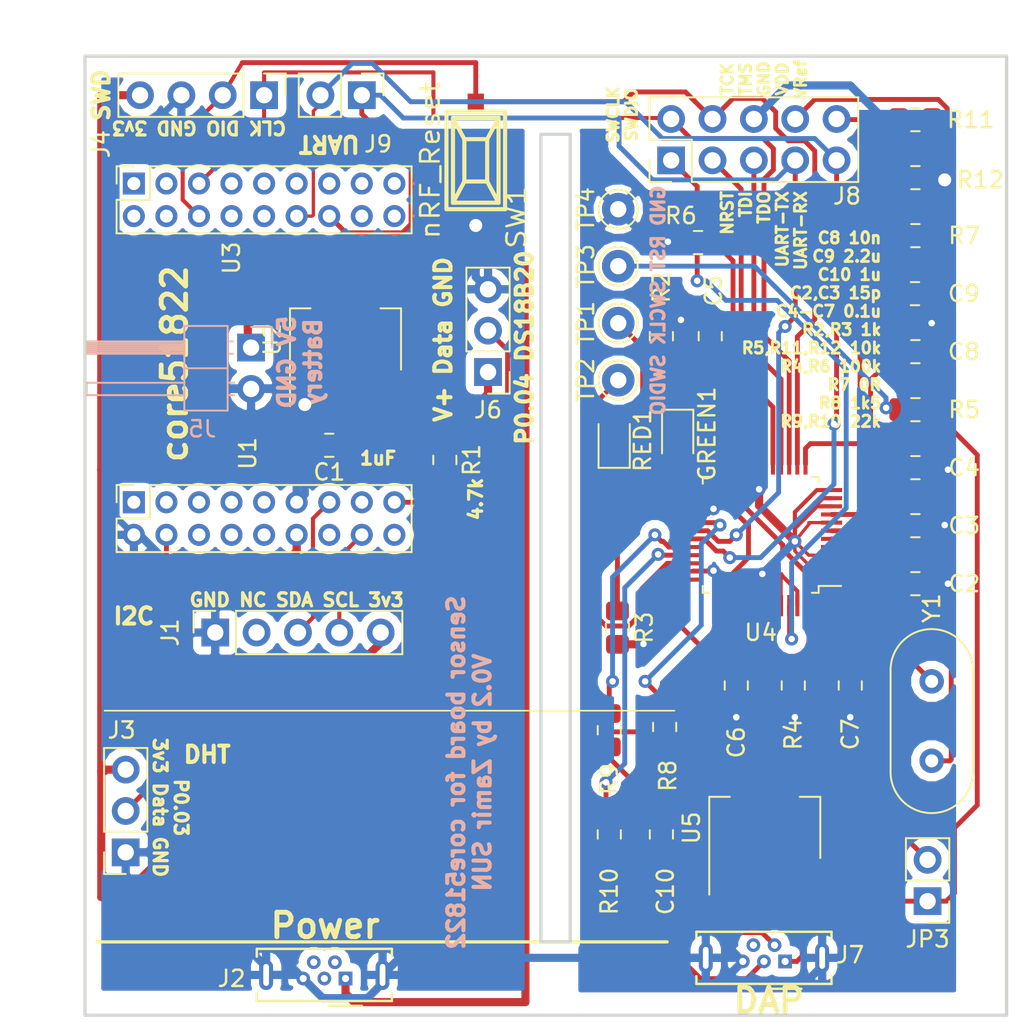
<source format=kicad_pcb>
(kicad_pcb (version 20171130) (host pcbnew 5.0.2-5.fc29)

  (general
    (thickness 1.6)
    (drawings 31)
    (tracks 523)
    (zones 0)
    (modules 45)
    (nets 70)
  )

  (page A4)
  (layers
    (0 F.Cu signal)
    (31 B.Cu signal)
    (32 B.Adhes user)
    (33 F.Adhes user)
    (34 B.Paste user)
    (35 F.Paste user)
    (36 B.SilkS user)
    (37 F.SilkS user)
    (38 B.Mask user)
    (39 F.Mask user)
    (40 Dwgs.User user)
    (41 Cmts.User user)
    (42 Eco1.User user)
    (43 Eco2.User user)
    (44 Edge.Cuts user)
    (45 Margin user)
    (46 B.CrtYd user)
    (47 F.CrtYd user)
    (48 B.Fab user)
    (49 F.Fab user)
  )

  (setup
    (last_trace_width 0.3)
    (trace_clearance 0.2)
    (zone_clearance 0.508)
    (zone_45_only no)
    (trace_min 0.2)
    (segment_width 0.2)
    (edge_width 0.2)
    (via_size 0.8)
    (via_drill 0.4)
    (via_min_size 0.4)
    (via_min_drill 0.3)
    (uvia_size 0.3)
    (uvia_drill 0.1)
    (uvias_allowed no)
    (uvia_min_size 0.2)
    (uvia_min_drill 0.1)
    (pcb_text_width 0.3)
    (pcb_text_size 1.5 1.5)
    (mod_edge_width 0.15)
    (mod_text_size 1 1)
    (mod_text_width 0.15)
    (pad_size 1.6 1.6)
    (pad_drill 1)
    (pad_to_mask_clearance 0.051)
    (solder_mask_min_width 0.25)
    (aux_axis_origin 0 0)
    (visible_elements FFFDFF7F)
    (pcbplotparams
      (layerselection 0x010f0_ffffffff)
      (usegerberextensions false)
      (usegerberattributes false)
      (usegerberadvancedattributes false)
      (creategerberjobfile false)
      (excludeedgelayer true)
      (linewidth 0.100000)
      (plotframeref false)
      (viasonmask false)
      (mode 1)
      (useauxorigin false)
      (hpglpennumber 1)
      (hpglpenspeed 20)
      (hpglpendiameter 15.000000)
      (psnegative false)
      (psa4output false)
      (plotreference true)
      (plotvalue true)
      (plotinvisibletext false)
      (padsonsilk false)
      (subtractmaskfromsilk false)
      (outputformat 1)
      (mirror false)
      (drillshape 0)
      (scaleselection 1)
      (outputdirectory "gerber/"))
  )

  (net 0 "")
  (net 1 +3V3)
  (net 2 GND)
  (net 3 I2C_SDA)
  (net 4 I2C_SCL)
  (net 5 "Net-(J2-Pad2)")
  (net 6 "Net-(J2-Pad3)")
  (net 7 DHT_OUT)
  (net 8 DS_OUT)
  (net 9 "Net-(U1-Pad3)")
  (net 10 "Net-(U1-Pad5)")
  (net 11 "Net-(U1-Pad6)")
  (net 12 "Net-(U1-Pad7)")
  (net 13 "Net-(U1-Pad8)")
  (net 14 "Net-(U1-Pad9)")
  (net 15 "Net-(U1-Pad10)")
  (net 16 "Net-(U3-Pad18)")
  (net 17 "Net-(U3-Pad17)")
  (net 18 "Net-(U3-Pad15)")
  (net 19 "Net-(U3-Pad13)")
  (net 20 "Net-(U3-Pad11)")
  (net 21 "Net-(U3-Pad10)")
  (net 22 "Net-(U3-Pad9)")
  (net 23 "Net-(U3-Pad8)")
  (net 24 "Net-(U3-Pad7)")
  (net 25 "Net-(U3-Pad4)")
  (net 26 "Net-(U3-Pad3)")
  (net 27 "Net-(U3-Pad1)")
  (net 28 "Net-(J1-Pad2)")
  (net 29 "Net-(U1-Pad1)")
  (net 30 "Net-(U1-Pad14)")
  (net 31 "Net-(U1-Pad15)")
  (net 32 "Net-(U3-Pad2)")
  (net 33 "Net-(J2-Pad4)")
  (net 34 "Net-(C2-Pad1)")
  (net 35 "Net-(C3-Pad1)")
  (net 36 RESET1-TP3)
  (net 37 VDD)
  (net 38 "Net-(C8-Pad1)")
  (net 39 "Net-(C10-Pad2)")
  (net 40 "Net-(GREEN1-Pad1)")
  (net 41 "Net-(GREEN1-Pad2)")
  (net 42 USB-D-)
  (net 43 USB-D+)
  (net 44 "Net-(J7-Pad4)")
  (net 45 PB9-NRESET)
  (net 46 PA5-SWCLK-TCK)
  (net 47 PA7-TDI)
  (net 48 PA4-SWDIO-TMS)
  (net 49 PA6-SWO-TDO)
  (net 50 PA9-TX)
  (net 51 PA10-RX)
  (net 52 "Net-(J8-Pad10)")
  (net 53 "Net-(JP3-Pad2)")
  (net 54 "Net-(R3-Pad1)")
  (net 55 "Net-(R6-Pad1)")
  (net 56 "Net-(R8-Pad2)")
  (net 57 "Net-(R9-Pad2)")
  (net 58 "Net-(R10-Pad2)")
  (net 59 PA3-VREF)
  (net 60 "Net-(RED1-Pad2)")
  (net 61 PA14-SWCLK)
  (net 62 PA13-SWDIO)
  (net 63 "Net-(U4-Pad38)")
  (net 64 "Net-(U4-Pad39)")
  (net 65 "Net-(U4-Pad40)")
  (net 66 "Net-(U3-Pad16)")
  (net 67 "Net-(U1-Pad18)")
  (net 68 +5V)
  (net 69 "Net-(J7-Pad1)")

  (net_class Default "This is the default net class."
    (clearance 0.2)
    (trace_width 0.3)
    (via_dia 0.8)
    (via_drill 0.4)
    (uvia_dia 0.3)
    (uvia_drill 0.1)
    (add_net +5V)
    (add_net DHT_OUT)
    (add_net DS_OUT)
    (add_net I2C_SCL)
    (add_net I2C_SDA)
    (add_net "Net-(C10-Pad2)")
    (add_net "Net-(C2-Pad1)")
    (add_net "Net-(C3-Pad1)")
    (add_net "Net-(C8-Pad1)")
    (add_net "Net-(GREEN1-Pad1)")
    (add_net "Net-(GREEN1-Pad2)")
    (add_net "Net-(J1-Pad2)")
    (add_net "Net-(J2-Pad2)")
    (add_net "Net-(J2-Pad3)")
    (add_net "Net-(J2-Pad4)")
    (add_net "Net-(J7-Pad1)")
    (add_net "Net-(J7-Pad4)")
    (add_net "Net-(J8-Pad10)")
    (add_net "Net-(JP3-Pad2)")
    (add_net "Net-(R10-Pad2)")
    (add_net "Net-(R3-Pad1)")
    (add_net "Net-(R6-Pad1)")
    (add_net "Net-(R8-Pad2)")
    (add_net "Net-(R9-Pad2)")
    (add_net "Net-(RED1-Pad2)")
    (add_net "Net-(U1-Pad1)")
    (add_net "Net-(U1-Pad10)")
    (add_net "Net-(U1-Pad14)")
    (add_net "Net-(U1-Pad15)")
    (add_net "Net-(U1-Pad18)")
    (add_net "Net-(U1-Pad3)")
    (add_net "Net-(U1-Pad5)")
    (add_net "Net-(U1-Pad6)")
    (add_net "Net-(U1-Pad7)")
    (add_net "Net-(U1-Pad8)")
    (add_net "Net-(U1-Pad9)")
    (add_net "Net-(U3-Pad1)")
    (add_net "Net-(U3-Pad10)")
    (add_net "Net-(U3-Pad11)")
    (add_net "Net-(U3-Pad13)")
    (add_net "Net-(U3-Pad15)")
    (add_net "Net-(U3-Pad16)")
    (add_net "Net-(U3-Pad17)")
    (add_net "Net-(U3-Pad18)")
    (add_net "Net-(U3-Pad2)")
    (add_net "Net-(U3-Pad3)")
    (add_net "Net-(U3-Pad4)")
    (add_net "Net-(U3-Pad7)")
    (add_net "Net-(U3-Pad8)")
    (add_net "Net-(U3-Pad9)")
    (add_net "Net-(U4-Pad38)")
    (add_net "Net-(U4-Pad39)")
    (add_net "Net-(U4-Pad40)")
    (add_net PA10-RX)
    (add_net PA13-SWDIO)
    (add_net PA14-SWCLK)
    (add_net PA3-VREF)
    (add_net PA4-SWDIO-TMS)
    (add_net PA5-SWCLK-TCK)
    (add_net PA6-SWO-TDO)
    (add_net PA7-TDI)
    (add_net PA9-TX)
    (add_net PB9-NRESET)
    (add_net RESET1-TP3)
    (add_net USB-D+)
    (add_net USB-D-)
    (add_net VDD)
  )

  (net_class Power ""
    (clearance 0.2)
    (trace_width 0.5)
    (via_dia 0.8)
    (via_drill 0.4)
    (uvia_dia 0.3)
    (uvia_drill 0.1)
    (add_net +3V3)
    (add_net GND)
  )

  (module Resistor_SMD:R_0805_2012Metric_Pad1.15x1.40mm_HandSolder (layer F.Cu) (tedit 5B36C52B) (tstamp 5C862EA5)
    (at 114.1 110.4 270)
    (descr "Resistor SMD 0805 (2012 Metric), square (rectangular) end terminal, IPC_7351 nominal with elongated pad for handsoldering. (Body size source: https://docs.google.com/spreadsheets/d/1BsfQQcO9C6DZCsRaXUlFlo91Tg2WpOkGARC1WS5S8t0/edit?usp=sharing), generated with kicad-footprint-generator")
    (tags "resistor handsolder")
    (path /5C797BCC)
    (attr smd)
    (fp_text reference R1 (at 0 -1.65 270) (layer F.SilkS)
      (effects (font (size 1 1) (thickness 0.15)))
    )
    (fp_text value 4.7k (at 0 1.65 270) (layer F.Fab)
      (effects (font (size 1 1) (thickness 0.15)))
    )
    (fp_text user %R (at 0 0 270) (layer F.Fab)
      (effects (font (size 0.5 0.5) (thickness 0.08)))
    )
    (fp_line (start 1.85 0.95) (end -1.85 0.95) (layer F.CrtYd) (width 0.05))
    (fp_line (start 1.85 -0.95) (end 1.85 0.95) (layer F.CrtYd) (width 0.05))
    (fp_line (start -1.85 -0.95) (end 1.85 -0.95) (layer F.CrtYd) (width 0.05))
    (fp_line (start -1.85 0.95) (end -1.85 -0.95) (layer F.CrtYd) (width 0.05))
    (fp_line (start -0.261252 0.71) (end 0.261252 0.71) (layer F.SilkS) (width 0.12))
    (fp_line (start -0.261252 -0.71) (end 0.261252 -0.71) (layer F.SilkS) (width 0.12))
    (fp_line (start 1 0.6) (end -1 0.6) (layer F.Fab) (width 0.1))
    (fp_line (start 1 -0.6) (end 1 0.6) (layer F.Fab) (width 0.1))
    (fp_line (start -1 -0.6) (end 1 -0.6) (layer F.Fab) (width 0.1))
    (fp_line (start -1 0.6) (end -1 -0.6) (layer F.Fab) (width 0.1))
    (pad 2 smd roundrect (at 1.025 0 270) (size 1.15 1.4) (layers F.Cu F.Paste F.Mask) (roundrect_rratio 0.217391)
      (net 8 DS_OUT))
    (pad 1 smd roundrect (at -1.025 0 270) (size 1.15 1.4) (layers F.Cu F.Paste F.Mask) (roundrect_rratio 0.217391)
      (net 1 +3V3))
    (model ${KISYS3DMOD}/Resistor_SMD.3dshapes/R_0805_2012Metric.wrl
      (at (xyz 0 0 0))
      (scale (xyz 1 1 1))
      (rotate (xyz 0 0 0))
    )
  )

  (module Connector_PinHeader_2.54mm:PinHeader_2x05_P2.54mm_Vertical (layer F.Cu) (tedit 59FED5CC) (tstamp 5C887EFA)
    (at 128 92 90)
    (descr "Through hole straight pin header, 2x05, 2.54mm pitch, double rows")
    (tags "Through hole pin header THT 2x05 2.54mm double row")
    (path /5C7BBB66)
    (fp_text reference J8 (at -2.2 10.8 180) (layer F.SilkS)
      (effects (font (size 1 1) (thickness 0.15)))
    )
    (fp_text value Conn_02x05_Odd_Even (at 1.27 12.49 90) (layer F.Fab)
      (effects (font (size 1 1) (thickness 0.15)))
    )
    (fp_line (start 0 -1.27) (end 3.81 -1.27) (layer F.Fab) (width 0.1))
    (fp_line (start 3.81 -1.27) (end 3.81 11.43) (layer F.Fab) (width 0.1))
    (fp_line (start 3.81 11.43) (end -1.27 11.43) (layer F.Fab) (width 0.1))
    (fp_line (start -1.27 11.43) (end -1.27 0) (layer F.Fab) (width 0.1))
    (fp_line (start -1.27 0) (end 0 -1.27) (layer F.Fab) (width 0.1))
    (fp_line (start -1.33 11.49) (end 3.87 11.49) (layer F.SilkS) (width 0.12))
    (fp_line (start -1.33 1.27) (end -1.33 11.49) (layer F.SilkS) (width 0.12))
    (fp_line (start 3.87 -1.33) (end 3.87 11.49) (layer F.SilkS) (width 0.12))
    (fp_line (start -1.33 1.27) (end 1.27 1.27) (layer F.SilkS) (width 0.12))
    (fp_line (start 1.27 1.27) (end 1.27 -1.33) (layer F.SilkS) (width 0.12))
    (fp_line (start 1.27 -1.33) (end 3.87 -1.33) (layer F.SilkS) (width 0.12))
    (fp_line (start -1.33 0) (end -1.33 -1.33) (layer F.SilkS) (width 0.12))
    (fp_line (start -1.33 -1.33) (end 0 -1.33) (layer F.SilkS) (width 0.12))
    (fp_line (start -1.8 -1.8) (end -1.8 11.95) (layer F.CrtYd) (width 0.05))
    (fp_line (start -1.8 11.95) (end 4.35 11.95) (layer F.CrtYd) (width 0.05))
    (fp_line (start 4.35 11.95) (end 4.35 -1.8) (layer F.CrtYd) (width 0.05))
    (fp_line (start 4.35 -1.8) (end -1.8 -1.8) (layer F.CrtYd) (width 0.05))
    (fp_text user %R (at 1.27 5.08 180) (layer F.Fab)
      (effects (font (size 1 1) (thickness 0.15)))
    )
    (pad 1 thru_hole rect (at 0 0 90) (size 1.7 1.7) (drill 1) (layers *.Cu *.Mask)
      (net 45 PB9-NRESET))
    (pad 2 thru_hole oval (at 2.54 0 90) (size 1.7 1.7) (drill 1) (layers *.Cu *.Mask)
      (net 46 PA5-SWCLK-TCK))
    (pad 3 thru_hole oval (at 0 2.54 90) (size 1.7 1.7) (drill 1) (layers *.Cu *.Mask)
      (net 47 PA7-TDI))
    (pad 4 thru_hole oval (at 2.54 2.54 90) (size 1.7 1.7) (drill 1) (layers *.Cu *.Mask)
      (net 48 PA4-SWDIO-TMS))
    (pad 5 thru_hole oval (at 0 5.08 90) (size 1.7 1.7) (drill 1) (layers *.Cu *.Mask)
      (net 49 PA6-SWO-TDO))
    (pad 6 thru_hole oval (at 2.54 5.08 90) (size 1.7 1.7) (drill 1) (layers *.Cu *.Mask)
      (net 2 GND))
    (pad 7 thru_hole oval (at 0 7.62 90) (size 1.7 1.7) (drill 1) (layers *.Cu *.Mask)
      (net 50 PA9-TX))
    (pad 8 thru_hole oval (at 2.54 7.62 90) (size 1.7 1.7) (drill 1) (layers *.Cu *.Mask)
      (net 37 VDD))
    (pad 9 thru_hole oval (at 0 10.16 90) (size 1.7 1.7) (drill 1) (layers *.Cu *.Mask)
      (net 51 PA10-RX))
    (pad 10 thru_hole oval (at 2.54 10.16 90) (size 1.7 1.7) (drill 1) (layers *.Cu *.Mask)
      (net 52 "Net-(J8-Pad10)"))
    (model ${KISYS3DMOD}/Connector_PinHeader_2.54mm.3dshapes/PinHeader_2x05_P2.54mm_Vertical.wrl
      (at (xyz 0 0 0))
      (scale (xyz 1 1 1))
      (rotate (xyz 0 0 0))
    )
  )

  (module Capacitor_SMD:C_0805_2012Metric_Pad1.15x1.40mm_HandSolder (layer F.Cu) (tedit 5B36C52B) (tstamp 5C93582A)
    (at 127.4 133.4 270)
    (descr "Capacitor SMD 0805 (2012 Metric), square (rectangular) end terminal, IPC_7351 nominal with elongated pad for handsoldering. (Body size source: https://docs.google.com/spreadsheets/d/1BsfQQcO9C6DZCsRaXUlFlo91Tg2WpOkGARC1WS5S8t0/edit?usp=sharing), generated with kicad-footprint-generator")
    (tags "capacitor handsolder")
    (path /5C80D1F4)
    (attr smd)
    (fp_text reference C10 (at 3.5 -0.25 270) (layer F.SilkS)
      (effects (font (size 1 1) (thickness 0.15)))
    )
    (fp_text value 1uF (at 0 1.65 270) (layer F.Fab)
      (effects (font (size 1 1) (thickness 0.15)))
    )
    (fp_text user %R (at 0 0 270) (layer F.Fab)
      (effects (font (size 0.5 0.5) (thickness 0.08)))
    )
    (fp_line (start 1.85 0.95) (end -1.85 0.95) (layer F.CrtYd) (width 0.05))
    (fp_line (start 1.85 -0.95) (end 1.85 0.95) (layer F.CrtYd) (width 0.05))
    (fp_line (start -1.85 -0.95) (end 1.85 -0.95) (layer F.CrtYd) (width 0.05))
    (fp_line (start -1.85 0.95) (end -1.85 -0.95) (layer F.CrtYd) (width 0.05))
    (fp_line (start -0.261252 0.71) (end 0.261252 0.71) (layer F.SilkS) (width 0.12))
    (fp_line (start -0.261252 -0.71) (end 0.261252 -0.71) (layer F.SilkS) (width 0.12))
    (fp_line (start 1 0.6) (end -1 0.6) (layer F.Fab) (width 0.1))
    (fp_line (start 1 -0.6) (end 1 0.6) (layer F.Fab) (width 0.1))
    (fp_line (start -1 -0.6) (end 1 -0.6) (layer F.Fab) (width 0.1))
    (fp_line (start -1 0.6) (end -1 -0.6) (layer F.Fab) (width 0.1))
    (pad 2 smd roundrect (at 1.025 0 270) (size 1.15 1.4) (layers F.Cu F.Paste F.Mask) (roundrect_rratio 0.217391)
      (net 39 "Net-(C10-Pad2)"))
    (pad 1 smd roundrect (at -1.025 0 270) (size 1.15 1.4) (layers F.Cu F.Paste F.Mask) (roundrect_rratio 0.217391)
      (net 37 VDD))
    (model ${KISYS3DMOD}/Capacitor_SMD.3dshapes/C_0805_2012Metric.wrl
      (at (xyz 0 0 0))
      (scale (xyz 1 1 1))
      (rotate (xyz 0 0 0))
    )
  )

  (module Capacitor_SMD:C_0805_2012Metric_Pad1.15x1.40mm_HandSolder (layer F.Cu) (tedit 5B36C52B) (tstamp 5C862DE0)
    (at 107 109.5 180)
    (descr "Capacitor SMD 0805 (2012 Metric), square (rectangular) end terminal, IPC_7351 nominal with elongated pad for handsoldering. (Body size source: https://docs.google.com/spreadsheets/d/1BsfQQcO9C6DZCsRaXUlFlo91Tg2WpOkGARC1WS5S8t0/edit?usp=sharing), generated with kicad-footprint-generator")
    (tags "capacitor handsolder")
    (path /5C797A67)
    (attr smd)
    (fp_text reference C1 (at 0 -1.65 180) (layer F.SilkS)
      (effects (font (size 1 1) (thickness 0.15)))
    )
    (fp_text value 1uF (at 0 1.65 180) (layer F.Fab)
      (effects (font (size 1 1) (thickness 0.15)))
    )
    (fp_text user %R (at 0 0 180) (layer F.Fab)
      (effects (font (size 0.5 0.5) (thickness 0.08)))
    )
    (fp_line (start 1.85 0.95) (end -1.85 0.95) (layer F.CrtYd) (width 0.05))
    (fp_line (start 1.85 -0.95) (end 1.85 0.95) (layer F.CrtYd) (width 0.05))
    (fp_line (start -1.85 -0.95) (end 1.85 -0.95) (layer F.CrtYd) (width 0.05))
    (fp_line (start -1.85 0.95) (end -1.85 -0.95) (layer F.CrtYd) (width 0.05))
    (fp_line (start -0.261252 0.71) (end 0.261252 0.71) (layer F.SilkS) (width 0.12))
    (fp_line (start -0.261252 -0.71) (end 0.261252 -0.71) (layer F.SilkS) (width 0.12))
    (fp_line (start 1 0.6) (end -1 0.6) (layer F.Fab) (width 0.1))
    (fp_line (start 1 -0.6) (end 1 0.6) (layer F.Fab) (width 0.1))
    (fp_line (start -1 -0.6) (end 1 -0.6) (layer F.Fab) (width 0.1))
    (fp_line (start -1 0.6) (end -1 -0.6) (layer F.Fab) (width 0.1))
    (pad 2 smd roundrect (at 1.025 0 180) (size 1.15 1.4) (layers F.Cu F.Paste F.Mask) (roundrect_rratio 0.217391)
      (net 2 GND))
    (pad 1 smd roundrect (at -1.025 0 180) (size 1.15 1.4) (layers F.Cu F.Paste F.Mask) (roundrect_rratio 0.217391)
      (net 1 +3V3))
    (model ${KISYS3DMOD}/Capacitor_SMD.3dshapes/C_0805_2012Metric.wrl
      (at (xyz 0 0 0))
      (scale (xyz 1 1 1))
      (rotate (xyz 0 0 0))
    )
  )

  (module Connector_USB:USB_Micro-B_Wuerth_614105150721_Vertical (layer F.Cu) (tedit 5A142044) (tstamp 5C862E15)
    (at 108 142.25 180)
    (descr "USB Micro-B receptacle, through-hole, vertical, http://katalog.we-online.de/em/datasheet/614105150721.pdf")
    (tags "usb micro receptacle vertical")
    (path /5C7A7050)
    (fp_text reference J2 (at 7 0 180) (layer F.SilkS)
      (effects (font (size 1 1) (thickness 0.15)))
    )
    (fp_text value USB_B_Micro (at 1.3 2.92 180) (layer F.Fab)
      (effects (font (size 1 1) (thickness 0.15)))
    )
    (fp_text user %R (at 1.3 0.22 180) (layer F.Fab)
      (effects (font (size 1 1) (thickness 0.15)))
    )
    (fp_line (start 5.8 -1.73) (end -3.2 -1.73) (layer F.CrtYd) (width 0.05))
    (fp_line (start 5.8 2.17) (end 5.8 -1.73) (layer F.CrtYd) (width 0.05))
    (fp_line (start -3.2 2.17) (end 5.8 2.17) (layer F.CrtYd) (width 0.05))
    (fp_line (start -3.2 -1.73) (end -3.2 2.17) (layer F.CrtYd) (width 0.05))
    (fp_line (start -1 -1.68) (end 1 -1.68) (layer F.SilkS) (width 0.15))
    (fp_line (start 5.45 1.82) (end 5.45 1.345) (layer F.SilkS) (width 0.15))
    (fp_line (start -2.85 1.82) (end 5.45 1.82) (layer F.SilkS) (width 0.15))
    (fp_line (start -2.85 1.345) (end -2.85 1.82) (layer F.SilkS) (width 0.15))
    (fp_line (start 5.45 -1.38) (end 5.45 -0.905) (layer F.SilkS) (width 0.15))
    (fp_line (start -2.85 -1.38) (end 5.45 -1.38) (layer F.SilkS) (width 0.15))
    (fp_line (start -2.85 -0.905) (end -2.85 -1.38) (layer F.SilkS) (width 0.15))
    (fp_line (start -2.7 1.67) (end -2.7 -1.23) (layer F.Fab) (width 0.15))
    (fp_line (start 5.3 1.67) (end -2.7 1.67) (layer F.Fab) (width 0.15))
    (fp_line (start 5.3 -1.23) (end 5.3 1.67) (layer F.Fab) (width 0.15))
    (fp_line (start 1 -1.23) (end 5.3 -1.23) (layer F.Fab) (width 0.15))
    (fp_line (start 0 -0.23) (end 1 -1.23) (layer F.Fab) (width 0.15))
    (fp_line (start -1 -1.23) (end 0 -0.23) (layer F.Fab) (width 0.15))
    (fp_line (start -2.7 -1.23) (end -1 -1.23) (layer F.Fab) (width 0.15))
    (pad 6 thru_hole oval (at 4.875 0.22 180) (size 0.85 1.85) (drill oval 0.35 1.35) (layers *.Cu *.Mask)
      (net 2 GND))
    (pad 6 thru_hole oval (at -2.275 0.22 180) (size 0.85 1.85) (drill oval 0.35 1.35) (layers *.Cu *.Mask)
      (net 2 GND))
    (pad 5 thru_hole circle (at 2.6 0 180) (size 0.84 0.84) (drill 0.44) (layers *.Cu *.Mask)
      (net 2 GND))
    (pad 4 thru_hole circle (at 1.95 1 180) (size 0.84 0.84) (drill 0.44) (layers *.Cu *.Mask)
      (net 33 "Net-(J2-Pad4)"))
    (pad 3 thru_hole circle (at 1.3 0 180) (size 0.84 0.84) (drill 0.44) (layers *.Cu *.Mask)
      (net 6 "Net-(J2-Pad3)"))
    (pad 2 thru_hole circle (at 0.65 1 180) (size 0.84 0.84) (drill 0.44) (layers *.Cu *.Mask)
      (net 5 "Net-(J2-Pad2)"))
    (pad 1 thru_hole rect (at 0 0 180) (size 0.84 0.84) (drill 0.44) (layers *.Cu *.Mask)
      (net 68 +5V))
    (model ${KISYS3DMOD}/Connector_USB.3dshapes/USB_Micro-B_Wuerth_614105150721_Vertical.wrl
      (at (xyz 0 0 0))
      (scale (xyz 1 1 1))
      (rotate (xyz 0 0 0))
    )
  )

  (module Connector_PinHeader_2.54mm:PinHeader_1x03_P2.54mm_Vertical (layer F.Cu) (tedit 59FED5CC) (tstamp 5C936740)
    (at 116.75286 105 180)
    (descr "Through hole straight pin header, 1x03, 2.54mm pitch, single row")
    (tags "Through hole pin header THT 1x03 2.54mm single row")
    (path /5C7A7CEB)
    (fp_text reference J6 (at 0 -2.33 180) (layer F.SilkS)
      (effects (font (size 1 1) (thickness 0.15)))
    )
    (fp_text value Conn_01x03_Male (at 0 7.41 180) (layer F.Fab)
      (effects (font (size 1 1) (thickness 0.15)))
    )
    (fp_text user %R (at 0 2.54 270) (layer F.Fab)
      (effects (font (size 1 1) (thickness 0.15)))
    )
    (fp_line (start 1.8 -1.8) (end -1.8 -1.8) (layer F.CrtYd) (width 0.05))
    (fp_line (start 1.8 6.85) (end 1.8 -1.8) (layer F.CrtYd) (width 0.05))
    (fp_line (start -1.8 6.85) (end 1.8 6.85) (layer F.CrtYd) (width 0.05))
    (fp_line (start -1.8 -1.8) (end -1.8 6.85) (layer F.CrtYd) (width 0.05))
    (fp_line (start -1.33 -1.33) (end 0 -1.33) (layer F.SilkS) (width 0.12))
    (fp_line (start -1.33 0) (end -1.33 -1.33) (layer F.SilkS) (width 0.12))
    (fp_line (start -1.33 1.27) (end 1.33 1.27) (layer F.SilkS) (width 0.12))
    (fp_line (start 1.33 1.27) (end 1.33 6.41) (layer F.SilkS) (width 0.12))
    (fp_line (start -1.33 1.27) (end -1.33 6.41) (layer F.SilkS) (width 0.12))
    (fp_line (start -1.33 6.41) (end 1.33 6.41) (layer F.SilkS) (width 0.12))
    (fp_line (start -1.27 -0.635) (end -0.635 -1.27) (layer F.Fab) (width 0.1))
    (fp_line (start -1.27 6.35) (end -1.27 -0.635) (layer F.Fab) (width 0.1))
    (fp_line (start 1.27 6.35) (end -1.27 6.35) (layer F.Fab) (width 0.1))
    (fp_line (start 1.27 -1.27) (end 1.27 6.35) (layer F.Fab) (width 0.1))
    (fp_line (start -0.635 -1.27) (end 1.27 -1.27) (layer F.Fab) (width 0.1))
    (pad 3 thru_hole oval (at 0 5.08 180) (size 1.7 1.7) (drill 1) (layers *.Cu *.Mask)
      (net 2 GND))
    (pad 2 thru_hole oval (at 0 2.54 180) (size 1.7 1.7) (drill 1) (layers *.Cu *.Mask)
      (net 8 DS_OUT))
    (pad 1 thru_hole rect (at 0 0 180) (size 1.7 1.7) (drill 1) (layers *.Cu *.Mask)
      (net 1 +3V3))
    (model ${KISYS3DMOD}/Connector_PinHeader_2.54mm.3dshapes/PinHeader_1x03_P2.54mm_Vertical.wrl
      (at (xyz 0 0 0))
      (scale (xyz 1 1 1))
      (rotate (xyz 0 0 0))
    )
  )

  (module Connector_PinSocket_2.54mm:PinSocket_1x05_P2.54mm_Vertical (layer F.Cu) (tedit 5A19A420) (tstamp 5C862DF8)
    (at 100 121 90)
    (descr "Through hole straight socket strip, 1x05, 2.54mm pitch, single row (from Kicad 4.0.7), script generated")
    (tags "Through hole socket strip THT 1x05 2.54mm single row")
    (path /5C79CDE6)
    (fp_text reference J1 (at 0 -2.77 90) (layer F.SilkS)
      (effects (font (size 1 1) (thickness 0.15)))
    )
    (fp_text value Conn_01x05_Female (at 0 12.93 90) (layer F.Fab)
      (effects (font (size 1 1) (thickness 0.15)))
    )
    (fp_text user %R (at 0 5.08 180) (layer F.Fab)
      (effects (font (size 1 1) (thickness 0.15)))
    )
    (fp_line (start -1.8 11.9) (end -1.8 -1.8) (layer F.CrtYd) (width 0.05))
    (fp_line (start 1.75 11.9) (end -1.8 11.9) (layer F.CrtYd) (width 0.05))
    (fp_line (start 1.75 -1.8) (end 1.75 11.9) (layer F.CrtYd) (width 0.05))
    (fp_line (start -1.8 -1.8) (end 1.75 -1.8) (layer F.CrtYd) (width 0.05))
    (fp_line (start 0 -1.33) (end 1.33 -1.33) (layer F.SilkS) (width 0.12))
    (fp_line (start 1.33 -1.33) (end 1.33 0) (layer F.SilkS) (width 0.12))
    (fp_line (start 1.33 1.27) (end 1.33 11.49) (layer F.SilkS) (width 0.12))
    (fp_line (start -1.33 11.49) (end 1.33 11.49) (layer F.SilkS) (width 0.12))
    (fp_line (start -1.33 1.27) (end -1.33 11.49) (layer F.SilkS) (width 0.12))
    (fp_line (start -1.33 1.27) (end 1.33 1.27) (layer F.SilkS) (width 0.12))
    (fp_line (start -1.27 11.43) (end -1.27 -1.27) (layer F.Fab) (width 0.1))
    (fp_line (start 1.27 11.43) (end -1.27 11.43) (layer F.Fab) (width 0.1))
    (fp_line (start 1.27 -0.635) (end 1.27 11.43) (layer F.Fab) (width 0.1))
    (fp_line (start 0.635 -1.27) (end 1.27 -0.635) (layer F.Fab) (width 0.1))
    (fp_line (start -1.27 -1.27) (end 0.635 -1.27) (layer F.Fab) (width 0.1))
    (pad 5 thru_hole oval (at 0 10.16 90) (size 1.7 1.7) (drill 1) (layers *.Cu *.Mask)
      (net 1 +3V3))
    (pad 4 thru_hole oval (at 0 7.62 90) (size 1.7 1.7) (drill 1) (layers *.Cu *.Mask)
      (net 4 I2C_SCL))
    (pad 3 thru_hole oval (at 0 5.08 90) (size 1.7 1.7) (drill 1) (layers *.Cu *.Mask)
      (net 3 I2C_SDA))
    (pad 2 thru_hole oval (at 0 2.54 90) (size 1.7 1.7) (drill 1) (layers *.Cu *.Mask)
      (net 28 "Net-(J1-Pad2)"))
    (pad 1 thru_hole rect (at 0 0 90) (size 1.7 1.7) (drill 1) (layers *.Cu *.Mask)
      (net 2 GND))
    (model ${KISYS3DMOD}/Connector_PinSocket_2.54mm.3dshapes/PinSocket_1x05_P2.54mm_Vertical.wrl
      (at (xyz 0 0 0))
      (scale (xyz 1 1 1))
      (rotate (xyz 0 0 0))
    )
  )

  (module Connector_PinSocket_2.54mm:PinSocket_1x03_P2.54mm_Vertical (layer F.Cu) (tedit 5A19A429) (tstamp 5C862E2C)
    (at 94.5 134.5 180)
    (descr "Through hole straight socket strip, 1x03, 2.54mm pitch, single row (from Kicad 4.0.7), script generated")
    (tags "Through hole socket strip THT 1x03 2.54mm single row")
    (path /5C796BBC)
    (fp_text reference J3 (at 0.25 7.5 180) (layer F.SilkS)
      (effects (font (size 1 1) (thickness 0.15)))
    )
    (fp_text value Conn_01x03_Female (at 0 7.85 180) (layer F.Fab)
      (effects (font (size 1 1) (thickness 0.15)))
    )
    (fp_line (start -1.27 -1.27) (end 0.635 -1.27) (layer F.Fab) (width 0.1))
    (fp_line (start 0.635 -1.27) (end 1.27 -0.635) (layer F.Fab) (width 0.1))
    (fp_line (start 1.27 -0.635) (end 1.27 6.35) (layer F.Fab) (width 0.1))
    (fp_line (start 1.27 6.35) (end -1.27 6.35) (layer F.Fab) (width 0.1))
    (fp_line (start -1.27 6.35) (end -1.27 -1.27) (layer F.Fab) (width 0.1))
    (fp_line (start -1.33 1.27) (end 1.33 1.27) (layer F.SilkS) (width 0.12))
    (fp_line (start -1.33 1.27) (end -1.33 6.41) (layer F.SilkS) (width 0.12))
    (fp_line (start -1.33 6.41) (end 1.33 6.41) (layer F.SilkS) (width 0.12))
    (fp_line (start 1.33 1.27) (end 1.33 6.41) (layer F.SilkS) (width 0.12))
    (fp_line (start 1.33 -1.33) (end 1.33 0) (layer F.SilkS) (width 0.12))
    (fp_line (start 0 -1.33) (end 1.33 -1.33) (layer F.SilkS) (width 0.12))
    (fp_line (start -1.8 -1.8) (end 1.75 -1.8) (layer F.CrtYd) (width 0.05))
    (fp_line (start 1.75 -1.8) (end 1.75 6.85) (layer F.CrtYd) (width 0.05))
    (fp_line (start 1.75 6.85) (end -1.8 6.85) (layer F.CrtYd) (width 0.05))
    (fp_line (start -1.8 6.85) (end -1.8 -1.8) (layer F.CrtYd) (width 0.05))
    (fp_text user %R (at 0 2.54 270) (layer F.Fab)
      (effects (font (size 1 1) (thickness 0.15)))
    )
    (pad 1 thru_hole rect (at 0 0 180) (size 1.7 1.7) (drill 1) (layers *.Cu *.Mask)
      (net 2 GND))
    (pad 2 thru_hole oval (at 0 2.54 180) (size 1.7 1.7) (drill 1) (layers *.Cu *.Mask)
      (net 7 DHT_OUT))
    (pad 3 thru_hole oval (at 0 5.08 180) (size 1.7 1.7) (drill 1) (layers *.Cu *.Mask)
      (net 1 +3V3))
    (model ${KISYS3DMOD}/Connector_PinSocket_2.54mm.3dshapes/PinSocket_1x03_P2.54mm_Vertical.wrl
      (at (xyz 0 0 0))
      (scale (xyz 1 1 1))
      (rotate (xyz 0 0 0))
    )
  )

  (module Connector_PinHeader_2.54mm:PinHeader_1x04_P2.54mm_Vertical (layer F.Cu) (tedit 59FED5CC) (tstamp 5C862E44)
    (at 103 88 270)
    (descr "Through hole straight pin header, 1x04, 2.54mm pitch, single row")
    (tags "Through hole pin header THT 1x04 2.54mm single row")
    (path /5C796D41)
    (fp_text reference J4 (at 3 10 270) (layer F.SilkS)
      (effects (font (size 1 1) (thickness 0.15)))
    )
    (fp_text value SWD (at 0 9.95 270) (layer F.Fab)
      (effects (font (size 1 1) (thickness 0.15)))
    )
    (fp_line (start -0.635 -1.27) (end 1.27 -1.27) (layer F.Fab) (width 0.1))
    (fp_line (start 1.27 -1.27) (end 1.27 8.89) (layer F.Fab) (width 0.1))
    (fp_line (start 1.27 8.89) (end -1.27 8.89) (layer F.Fab) (width 0.1))
    (fp_line (start -1.27 8.89) (end -1.27 -0.635) (layer F.Fab) (width 0.1))
    (fp_line (start -1.27 -0.635) (end -0.635 -1.27) (layer F.Fab) (width 0.1))
    (fp_line (start -1.33 8.95) (end 1.33 8.95) (layer F.SilkS) (width 0.12))
    (fp_line (start -1.33 1.27) (end -1.33 8.95) (layer F.SilkS) (width 0.12))
    (fp_line (start 1.33 1.27) (end 1.33 8.95) (layer F.SilkS) (width 0.12))
    (fp_line (start -1.33 1.27) (end 1.33 1.27) (layer F.SilkS) (width 0.12))
    (fp_line (start -1.33 0) (end -1.33 -1.33) (layer F.SilkS) (width 0.12))
    (fp_line (start -1.33 -1.33) (end 0 -1.33) (layer F.SilkS) (width 0.12))
    (fp_line (start -1.8 -1.8) (end -1.8 9.4) (layer F.CrtYd) (width 0.05))
    (fp_line (start -1.8 9.4) (end 1.8 9.4) (layer F.CrtYd) (width 0.05))
    (fp_line (start 1.8 9.4) (end 1.8 -1.8) (layer F.CrtYd) (width 0.05))
    (fp_line (start 1.8 -1.8) (end -1.8 -1.8) (layer F.CrtYd) (width 0.05))
    (fp_text user %R (at 0 3.81) (layer F.Fab)
      (effects (font (size 1 1) (thickness 0.15)))
    )
    (pad 1 thru_hole rect (at 0 0 270) (size 1.7 1.7) (drill 1) (layers *.Cu *.Mask)
      (net 46 PA5-SWCLK-TCK))
    (pad 2 thru_hole oval (at 0 2.54 270) (size 1.7 1.7) (drill 1) (layers *.Cu *.Mask)
      (net 48 PA4-SWDIO-TMS))
    (pad 3 thru_hole oval (at 0 5.08 270) (size 1.7 1.7) (drill 1) (layers *.Cu *.Mask)
      (net 2 GND))
    (pad 4 thru_hole oval (at 0 7.62 270) (size 1.7 1.7) (drill 1) (layers *.Cu *.Mask)
      (net 1 +3V3))
    (model ${KISYS3DMOD}/Connector_PinHeader_2.54mm.3dshapes/PinHeader_1x04_P2.54mm_Vertical.wrl
      (at (xyz 0 0 0))
      (scale (xyz 1 1 1))
      (rotate (xyz 0 0 0))
    )
  )

  (module Connector_PinHeader_2.54mm:PinHeader_1x02_P2.54mm_Horizontal (layer B.Cu) (tedit 59FED5CB) (tstamp 5C862E77)
    (at 102.2 103.5 180)
    (descr "Through hole angled pin header, 1x02, 2.54mm pitch, 6mm pin length, single row")
    (tags "Through hole angled pin header THT 1x02 2.54mm single row")
    (path /5C799E3B)
    (fp_text reference J5 (at 3 -5 180) (layer B.SilkS)
      (effects (font (size 1 1) (thickness 0.15)) (justify mirror))
    )
    (fp_text value Conn_01x02_Male (at 4.385 -4.81 180) (layer B.Fab)
      (effects (font (size 1 1) (thickness 0.15)) (justify mirror))
    )
    (fp_line (start 2.135 1.27) (end 4.04 1.27) (layer B.Fab) (width 0.1))
    (fp_line (start 4.04 1.27) (end 4.04 -3.81) (layer B.Fab) (width 0.1))
    (fp_line (start 4.04 -3.81) (end 1.5 -3.81) (layer B.Fab) (width 0.1))
    (fp_line (start 1.5 -3.81) (end 1.5 0.635) (layer B.Fab) (width 0.1))
    (fp_line (start 1.5 0.635) (end 2.135 1.27) (layer B.Fab) (width 0.1))
    (fp_line (start -0.32 0.32) (end 1.5 0.32) (layer B.Fab) (width 0.1))
    (fp_line (start -0.32 0.32) (end -0.32 -0.32) (layer B.Fab) (width 0.1))
    (fp_line (start -0.32 -0.32) (end 1.5 -0.32) (layer B.Fab) (width 0.1))
    (fp_line (start 4.04 0.32) (end 10.04 0.32) (layer B.Fab) (width 0.1))
    (fp_line (start 10.04 0.32) (end 10.04 -0.32) (layer B.Fab) (width 0.1))
    (fp_line (start 4.04 -0.32) (end 10.04 -0.32) (layer B.Fab) (width 0.1))
    (fp_line (start -0.32 -2.22) (end 1.5 -2.22) (layer B.Fab) (width 0.1))
    (fp_line (start -0.32 -2.22) (end -0.32 -2.86) (layer B.Fab) (width 0.1))
    (fp_line (start -0.32 -2.86) (end 1.5 -2.86) (layer B.Fab) (width 0.1))
    (fp_line (start 4.04 -2.22) (end 10.04 -2.22) (layer B.Fab) (width 0.1))
    (fp_line (start 10.04 -2.22) (end 10.04 -2.86) (layer B.Fab) (width 0.1))
    (fp_line (start 4.04 -2.86) (end 10.04 -2.86) (layer B.Fab) (width 0.1))
    (fp_line (start 1.44 1.33) (end 1.44 -3.87) (layer B.SilkS) (width 0.12))
    (fp_line (start 1.44 -3.87) (end 4.1 -3.87) (layer B.SilkS) (width 0.12))
    (fp_line (start 4.1 -3.87) (end 4.1 1.33) (layer B.SilkS) (width 0.12))
    (fp_line (start 4.1 1.33) (end 1.44 1.33) (layer B.SilkS) (width 0.12))
    (fp_line (start 4.1 0.38) (end 10.1 0.38) (layer B.SilkS) (width 0.12))
    (fp_line (start 10.1 0.38) (end 10.1 -0.38) (layer B.SilkS) (width 0.12))
    (fp_line (start 10.1 -0.38) (end 4.1 -0.38) (layer B.SilkS) (width 0.12))
    (fp_line (start 4.1 0.32) (end 10.1 0.32) (layer B.SilkS) (width 0.12))
    (fp_line (start 4.1 0.2) (end 10.1 0.2) (layer B.SilkS) (width 0.12))
    (fp_line (start 4.1 0.08) (end 10.1 0.08) (layer B.SilkS) (width 0.12))
    (fp_line (start 4.1 -0.04) (end 10.1 -0.04) (layer B.SilkS) (width 0.12))
    (fp_line (start 4.1 -0.16) (end 10.1 -0.16) (layer B.SilkS) (width 0.12))
    (fp_line (start 4.1 -0.28) (end 10.1 -0.28) (layer B.SilkS) (width 0.12))
    (fp_line (start 1.11 0.38) (end 1.44 0.38) (layer B.SilkS) (width 0.12))
    (fp_line (start 1.11 -0.38) (end 1.44 -0.38) (layer B.SilkS) (width 0.12))
    (fp_line (start 1.44 -1.27) (end 4.1 -1.27) (layer B.SilkS) (width 0.12))
    (fp_line (start 4.1 -2.16) (end 10.1 -2.16) (layer B.SilkS) (width 0.12))
    (fp_line (start 10.1 -2.16) (end 10.1 -2.92) (layer B.SilkS) (width 0.12))
    (fp_line (start 10.1 -2.92) (end 4.1 -2.92) (layer B.SilkS) (width 0.12))
    (fp_line (start 1.042929 -2.16) (end 1.44 -2.16) (layer B.SilkS) (width 0.12))
    (fp_line (start 1.042929 -2.92) (end 1.44 -2.92) (layer B.SilkS) (width 0.12))
    (fp_line (start -1.27 0) (end -1.27 1.27) (layer B.SilkS) (width 0.12))
    (fp_line (start -1.27 1.27) (end 0 1.27) (layer B.SilkS) (width 0.12))
    (fp_line (start -1.8 1.8) (end -1.8 -4.35) (layer B.CrtYd) (width 0.05))
    (fp_line (start -1.8 -4.35) (end 10.55 -4.35) (layer B.CrtYd) (width 0.05))
    (fp_line (start 10.55 -4.35) (end 10.55 1.8) (layer B.CrtYd) (width 0.05))
    (fp_line (start 10.55 1.8) (end -1.8 1.8) (layer B.CrtYd) (width 0.05))
    (fp_text user %R (at 2.77 -1.27 90) (layer B.Fab)
      (effects (font (size 1 1) (thickness 0.15)) (justify mirror))
    )
    (pad 1 thru_hole rect (at 0 0 180) (size 1.7 1.7) (drill 1) (layers *.Cu *.Mask)
      (net 68 +5V))
    (pad 2 thru_hole oval (at 0 -2.54 180) (size 1.7 1.7) (drill 1) (layers *.Cu *.Mask)
      (net 2 GND))
    (model ${KISYS3DMOD}/Connector_PinHeader_2.54mm.3dshapes/PinHeader_1x02_P2.54mm_Horizontal.wrl
      (at (xyz 0 0 0))
      (scale (xyz 1 1 1))
      (rotate (xyz 0 0 0))
    )
  )

  (module Connector_PinSocket_2.00mm:PinSocket_2x09_P2.00mm_Vertical (layer F.Cu) (tedit 5A19A431) (tstamp 5C862ECD)
    (at 95 113 90)
    (descr "Through hole straight socket strip, 2x09, 2.00mm pitch, double cols (from Kicad 4.0.7), script generated")
    (tags "Through hole socket strip THT 2x09 2.00mm double row")
    (path /5C79E89A)
    (fp_text reference U1 (at 3 7 90) (layer F.SilkS)
      (effects (font (size 1 1) (thickness 0.15)))
    )
    (fp_text value Waveshare_Core51822_P2 (at -5 8 180) (layer F.Fab)
      (effects (font (size 1 1) (thickness 0.15)))
    )
    (fp_line (start -3 -1) (end 0 -1) (layer F.Fab) (width 0.1))
    (fp_line (start 0 -1) (end 1 0) (layer F.Fab) (width 0.1))
    (fp_line (start 1 0) (end 1 17) (layer F.Fab) (width 0.1))
    (fp_line (start 1 17) (end -3 17) (layer F.Fab) (width 0.1))
    (fp_line (start -3 17) (end -3 -1) (layer F.Fab) (width 0.1))
    (fp_line (start -3.06 -1.06) (end -1 -1.06) (layer F.SilkS) (width 0.12))
    (fp_line (start -3.06 -1.06) (end -3.06 17.06) (layer F.SilkS) (width 0.12))
    (fp_line (start -3.06 17.06) (end 1.06 17.06) (layer F.SilkS) (width 0.12))
    (fp_line (start 1.06 1) (end 1.06 17.06) (layer F.SilkS) (width 0.12))
    (fp_line (start -1 1) (end 1.06 1) (layer F.SilkS) (width 0.12))
    (fp_line (start -1 -1.06) (end -1 1) (layer F.SilkS) (width 0.12))
    (fp_line (start 1.06 -1.06) (end 1.06 0) (layer F.SilkS) (width 0.12))
    (fp_line (start 0 -1.06) (end 1.06 -1.06) (layer F.SilkS) (width 0.12))
    (fp_line (start -3.5 -1.5) (end 1.5 -1.5) (layer F.CrtYd) (width 0.05))
    (fp_line (start 1.5 -1.5) (end 1.5 17.5) (layer F.CrtYd) (width 0.05))
    (fp_line (start 1.5 17.5) (end -3.5 17.5) (layer F.CrtYd) (width 0.05))
    (fp_line (start -3.5 17.5) (end -3.5 -1.5) (layer F.CrtYd) (width 0.05))
    (fp_text user %R (at -1 8 180) (layer F.Fab)
      (effects (font (size 1 1) (thickness 0.15)))
    )
    (pad 1 thru_hole rect (at 0 0 90) (size 1.35 1.35) (drill 0.8) (layers *.Cu *.Mask)
      (net 29 "Net-(U1-Pad1)"))
    (pad 2 thru_hole oval (at -2 0 90) (size 1.35 1.35) (drill 0.8) (layers *.Cu *.Mask)
      (net 2 GND))
    (pad 3 thru_hole oval (at 0 2 90) (size 1.35 1.35) (drill 0.8) (layers *.Cu *.Mask)
      (net 9 "Net-(U1-Pad3)"))
    (pad 4 thru_hole oval (at -2 2 90) (size 1.35 1.35) (drill 0.8) (layers *.Cu *.Mask)
      (net 7 DHT_OUT))
    (pad 5 thru_hole oval (at 0 4 90) (size 1.35 1.35) (drill 0.8) (layers *.Cu *.Mask)
      (net 10 "Net-(U1-Pad5)"))
    (pad 6 thru_hole oval (at -2 4 90) (size 1.35 1.35) (drill 0.8) (layers *.Cu *.Mask)
      (net 11 "Net-(U1-Pad6)"))
    (pad 7 thru_hole oval (at 0 6 90) (size 1.35 1.35) (drill 0.8) (layers *.Cu *.Mask)
      (net 12 "Net-(U1-Pad7)"))
    (pad 8 thru_hole oval (at -2 6 90) (size 1.35 1.35) (drill 0.8) (layers *.Cu *.Mask)
      (net 13 "Net-(U1-Pad8)"))
    (pad 9 thru_hole oval (at 0 8 90) (size 1.35 1.35) (drill 0.8) (layers *.Cu *.Mask)
      (net 14 "Net-(U1-Pad9)"))
    (pad 10 thru_hole oval (at -2 8 90) (size 1.35 1.35) (drill 0.8) (layers *.Cu *.Mask)
      (net 15 "Net-(U1-Pad10)"))
    (pad 11 thru_hole oval (at 0 10 90) (size 1.35 1.35) (drill 0.8) (layers *.Cu *.Mask)
      (net 2 GND))
    (pad 12 thru_hole oval (at -2 10 90) (size 1.35 1.35) (drill 0.8) (layers *.Cu *.Mask)
      (net 1 +3V3))
    (pad 13 thru_hole oval (at 0 12 90) (size 1.35 1.35) (drill 0.8) (layers *.Cu *.Mask)
      (net 3 I2C_SDA))
    (pad 14 thru_hole oval (at -2 12 90) (size 1.35 1.35) (drill 0.8) (layers *.Cu *.Mask)
      (net 30 "Net-(U1-Pad14)"))
    (pad 15 thru_hole oval (at 0 14 90) (size 1.35 1.35) (drill 0.8) (layers *.Cu *.Mask)
      (net 31 "Net-(U1-Pad15)"))
    (pad 16 thru_hole oval (at -2 14 90) (size 1.35 1.35) (drill 0.8) (layers *.Cu *.Mask)
      (net 4 I2C_SCL))
    (pad 17 thru_hole oval (at 0 16 90) (size 1.35 1.35) (drill 0.8) (layers *.Cu *.Mask)
      (net 8 DS_OUT))
    (pad 18 thru_hole oval (at -2 16 90) (size 1.35 1.35) (drill 0.8) (layers *.Cu *.Mask)
      (net 67 "Net-(U1-Pad18)"))
    (model ${KISYS3DMOD}/Connector_PinSocket_2.00mm.3dshapes/PinSocket_2x09_P2.00mm_Vertical.wrl
      (at (xyz 0 0 0))
      (scale (xyz 1 1 1))
      (rotate (xyz 0 0 0))
    )
  )

  (module Package_TO_SOT_SMD:SOT-223-3_TabPin2 (layer F.Cu) (tedit 5A02FF57) (tstamp 5C87D5C4)
    (at 108 103 90)
    (descr "module CMS SOT223 4 pins")
    (tags "CMS SOT")
    (path /5C79789D)
    (attr smd)
    (fp_text reference U2 (at 0 -4.5 90) (layer F.SilkS)
      (effects (font (size 1 1) (thickness 0.15)))
    )
    (fp_text value AMS1117-3.3 (at 0 4.5 90) (layer F.Fab)
      (effects (font (size 1 1) (thickness 0.15)))
    )
    (fp_text user %R (at 0 0 180) (layer F.Fab)
      (effects (font (size 0.8 0.8) (thickness 0.12)))
    )
    (fp_line (start 1.91 3.41) (end 1.91 2.15) (layer F.SilkS) (width 0.12))
    (fp_line (start 1.91 -3.41) (end 1.91 -2.15) (layer F.SilkS) (width 0.12))
    (fp_line (start 4.4 -3.6) (end -4.4 -3.6) (layer F.CrtYd) (width 0.05))
    (fp_line (start 4.4 3.6) (end 4.4 -3.6) (layer F.CrtYd) (width 0.05))
    (fp_line (start -4.4 3.6) (end 4.4 3.6) (layer F.CrtYd) (width 0.05))
    (fp_line (start -4.4 -3.6) (end -4.4 3.6) (layer F.CrtYd) (width 0.05))
    (fp_line (start -1.85 -2.35) (end -0.85 -3.35) (layer F.Fab) (width 0.1))
    (fp_line (start -1.85 -2.35) (end -1.85 3.35) (layer F.Fab) (width 0.1))
    (fp_line (start -1.85 3.41) (end 1.91 3.41) (layer F.SilkS) (width 0.12))
    (fp_line (start -0.85 -3.35) (end 1.85 -3.35) (layer F.Fab) (width 0.1))
    (fp_line (start -4.1 -3.41) (end 1.91 -3.41) (layer F.SilkS) (width 0.12))
    (fp_line (start -1.85 3.35) (end 1.85 3.35) (layer F.Fab) (width 0.1))
    (fp_line (start 1.85 -3.35) (end 1.85 3.35) (layer F.Fab) (width 0.1))
    (pad 2 smd rect (at 3.15 0 90) (size 2 3.8) (layers F.Cu F.Paste F.Mask)
      (net 1 +3V3))
    (pad 2 smd rect (at -3.15 0 90) (size 2 1.5) (layers F.Cu F.Paste F.Mask)
      (net 1 +3V3))
    (pad 3 smd rect (at -3.15 2.3 90) (size 2 1.5) (layers F.Cu F.Paste F.Mask)
      (net 68 +5V))
    (pad 1 smd rect (at -3.15 -2.3 90) (size 2 1.5) (layers F.Cu F.Paste F.Mask)
      (net 2 GND))
    (model ${KISYS3DMOD}/Package_TO_SOT_SMD.3dshapes/SOT-223.wrl
      (at (xyz 0 0 0))
      (scale (xyz 1 1 1))
      (rotate (xyz 0 0 0))
    )
  )

  (module Connector_PinSocket_2.00mm:PinSocket_2x09_P2.00mm_Vertical (layer F.Cu) (tedit 5A19A431) (tstamp 5C862F0B)
    (at 95 93.424999 90)
    (descr "Through hole straight socket strip, 2x09, 2.00mm pitch, double cols (from Kicad 4.0.7), script generated")
    (tags "Through hole socket strip THT 2x09 2.00mm double row")
    (path /5C79EA25)
    (fp_text reference U3 (at -4.575001 6 90) (layer F.SilkS)
      (effects (font (size 1 1) (thickness 0.15)))
    )
    (fp_text value Waveshare_Core51822_P3 (at -1 18.5 90) (layer F.Fab)
      (effects (font (size 1 1) (thickness 0.15)))
    )
    (fp_text user %R (at -1 8 180) (layer F.Fab)
      (effects (font (size 1 1) (thickness 0.15)))
    )
    (fp_line (start -3.5 17.5) (end -3.5 -1.5) (layer F.CrtYd) (width 0.05))
    (fp_line (start 1.5 17.5) (end -3.5 17.5) (layer F.CrtYd) (width 0.05))
    (fp_line (start 1.5 -1.5) (end 1.5 17.5) (layer F.CrtYd) (width 0.05))
    (fp_line (start -3.5 -1.5) (end 1.5 -1.5) (layer F.CrtYd) (width 0.05))
    (fp_line (start 0 -1.06) (end 1.06 -1.06) (layer F.SilkS) (width 0.12))
    (fp_line (start 1.06 -1.06) (end 1.06 0) (layer F.SilkS) (width 0.12))
    (fp_line (start -1 -1.06) (end -1 1) (layer F.SilkS) (width 0.12))
    (fp_line (start -1 1) (end 1.06 1) (layer F.SilkS) (width 0.12))
    (fp_line (start 1.06 1) (end 1.06 17.06) (layer F.SilkS) (width 0.12))
    (fp_line (start -3.06 17.06) (end 1.06 17.06) (layer F.SilkS) (width 0.12))
    (fp_line (start -3.06 -1.06) (end -3.06 17.06) (layer F.SilkS) (width 0.12))
    (fp_line (start -3.06 -1.06) (end -1 -1.06) (layer F.SilkS) (width 0.12))
    (fp_line (start -3 17) (end -3 -1) (layer F.Fab) (width 0.1))
    (fp_line (start 1 17) (end -3 17) (layer F.Fab) (width 0.1))
    (fp_line (start 1 0) (end 1 17) (layer F.Fab) (width 0.1))
    (fp_line (start 0 -1) (end 1 0) (layer F.Fab) (width 0.1))
    (fp_line (start -3 -1) (end 0 -1) (layer F.Fab) (width 0.1))
    (pad 18 thru_hole oval (at -2 16 90) (size 1.35 1.35) (drill 0.8) (layers *.Cu *.Mask)
      (net 16 "Net-(U3-Pad18)"))
    (pad 17 thru_hole oval (at 0 16 90) (size 1.35 1.35) (drill 0.8) (layers *.Cu *.Mask)
      (net 17 "Net-(U3-Pad17)"))
    (pad 16 thru_hole oval (at -2 14 90) (size 1.35 1.35) (drill 0.8) (layers *.Cu *.Mask)
      (net 66 "Net-(U3-Pad16)"))
    (pad 15 thru_hole oval (at 0 14 90) (size 1.35 1.35) (drill 0.8) (layers *.Cu *.Mask)
      (net 18 "Net-(U3-Pad15)"))
    (pad 14 thru_hole oval (at -2 12 90) (size 1.35 1.35) (drill 0.8) (layers *.Cu *.Mask)
      (net 50 PA9-TX))
    (pad 13 thru_hole oval (at 0 12 90) (size 1.35 1.35) (drill 0.8) (layers *.Cu *.Mask)
      (net 19 "Net-(U3-Pad13)"))
    (pad 12 thru_hole oval (at -2 10 90) (size 1.35 1.35) (drill 0.8) (layers *.Cu *.Mask)
      (net 51 PA10-RX))
    (pad 11 thru_hole oval (at 0 10 90) (size 1.35 1.35) (drill 0.8) (layers *.Cu *.Mask)
      (net 20 "Net-(U3-Pad11)"))
    (pad 10 thru_hole oval (at -2 8 90) (size 1.35 1.35) (drill 0.8) (layers *.Cu *.Mask)
      (net 21 "Net-(U3-Pad10)"))
    (pad 9 thru_hole oval (at 0 8 90) (size 1.35 1.35) (drill 0.8) (layers *.Cu *.Mask)
      (net 22 "Net-(U3-Pad9)"))
    (pad 8 thru_hole oval (at -2 6 90) (size 1.35 1.35) (drill 0.8) (layers *.Cu *.Mask)
      (net 23 "Net-(U3-Pad8)"))
    (pad 7 thru_hole oval (at 0 6 90) (size 1.35 1.35) (drill 0.8) (layers *.Cu *.Mask)
      (net 24 "Net-(U3-Pad7)"))
    (pad 6 thru_hole oval (at -2 4 90) (size 1.35 1.35) (drill 0.8) (layers *.Cu *.Mask)
      (net 48 PA4-SWDIO-TMS))
    (pad 5 thru_hole oval (at 0 4 90) (size 1.35 1.35) (drill 0.8) (layers *.Cu *.Mask)
      (net 46 PA5-SWCLK-TCK))
    (pad 4 thru_hole oval (at -2 2 90) (size 1.35 1.35) (drill 0.8) (layers *.Cu *.Mask)
      (net 25 "Net-(U3-Pad4)"))
    (pad 3 thru_hole oval (at 0 2 90) (size 1.35 1.35) (drill 0.8) (layers *.Cu *.Mask)
      (net 26 "Net-(U3-Pad3)"))
    (pad 2 thru_hole oval (at -2 0 90) (size 1.35 1.35) (drill 0.8) (layers *.Cu *.Mask)
      (net 32 "Net-(U3-Pad2)"))
    (pad 1 thru_hole rect (at 0 0 90) (size 1.35 1.35) (drill 0.8) (layers *.Cu *.Mask)
      (net 27 "Net-(U3-Pad1)"))
    (model ${KISYS3DMOD}/Connector_PinSocket_2.00mm.3dshapes/PinSocket_2x09_P2.00mm_Vertical.wrl
      (at (xyz 0 0 0))
      (scale (xyz 1 1 1))
      (rotate (xyz 0 0 0))
    )
  )

  (module Capacitor_SMD:C_0805_2012Metric_Pad1.15x1.40mm_HandSolder (layer F.Cu) (tedit 5B36C52B) (tstamp 5C888E89)
    (at 143 118)
    (descr "Capacitor SMD 0805 (2012 Metric), square (rectangular) end terminal, IPC_7351 nominal with elongated pad for handsoldering. (Body size source: https://docs.google.com/spreadsheets/d/1BsfQQcO9C6DZCsRaXUlFlo91Tg2WpOkGARC1WS5S8t0/edit?usp=sharing), generated with kicad-footprint-generator")
    (tags "capacitor handsolder")
    (path /5C7C29D5)
    (attr smd)
    (fp_text reference C2 (at 3 0) (layer F.SilkS)
      (effects (font (size 1 1) (thickness 0.15)))
    )
    (fp_text value 15p (at 0 1.65) (layer F.Fab)
      (effects (font (size 1 1) (thickness 0.15)))
    )
    (fp_text user %R (at 0 0) (layer F.Fab)
      (effects (font (size 0.5 0.5) (thickness 0.08)))
    )
    (fp_line (start 1.85 0.95) (end -1.85 0.95) (layer F.CrtYd) (width 0.05))
    (fp_line (start 1.85 -0.95) (end 1.85 0.95) (layer F.CrtYd) (width 0.05))
    (fp_line (start -1.85 -0.95) (end 1.85 -0.95) (layer F.CrtYd) (width 0.05))
    (fp_line (start -1.85 0.95) (end -1.85 -0.95) (layer F.CrtYd) (width 0.05))
    (fp_line (start -0.261252 0.71) (end 0.261252 0.71) (layer F.SilkS) (width 0.12))
    (fp_line (start -0.261252 -0.71) (end 0.261252 -0.71) (layer F.SilkS) (width 0.12))
    (fp_line (start 1 0.6) (end -1 0.6) (layer F.Fab) (width 0.1))
    (fp_line (start 1 -0.6) (end 1 0.6) (layer F.Fab) (width 0.1))
    (fp_line (start -1 -0.6) (end 1 -0.6) (layer F.Fab) (width 0.1))
    (fp_line (start -1 0.6) (end -1 -0.6) (layer F.Fab) (width 0.1))
    (pad 2 smd roundrect (at 1.025 0) (size 1.15 1.4) (layers F.Cu F.Paste F.Mask) (roundrect_rratio 0.217391)
      (net 2 GND))
    (pad 1 smd roundrect (at -1.025 0) (size 1.15 1.4) (layers F.Cu F.Paste F.Mask) (roundrect_rratio 0.217391)
      (net 34 "Net-(C2-Pad1)"))
    (model ${KISYS3DMOD}/Capacitor_SMD.3dshapes/C_0805_2012Metric.wrl
      (at (xyz 0 0 0))
      (scale (xyz 1 1 1))
      (rotate (xyz 0 0 0))
    )
  )

  (module Capacitor_SMD:C_0805_2012Metric_Pad1.15x1.40mm_HandSolder (layer F.Cu) (tedit 5B36C52B) (tstamp 5C888AB4)
    (at 143 114.4375)
    (descr "Capacitor SMD 0805 (2012 Metric), square (rectangular) end terminal, IPC_7351 nominal with elongated pad for handsoldering. (Body size source: https://docs.google.com/spreadsheets/d/1BsfQQcO9C6DZCsRaXUlFlo91Tg2WpOkGARC1WS5S8t0/edit?usp=sharing), generated with kicad-footprint-generator")
    (tags "capacitor handsolder")
    (path /5C7C335F)
    (attr smd)
    (fp_text reference C3 (at 3 0) (layer F.SilkS)
      (effects (font (size 1 1) (thickness 0.15)))
    )
    (fp_text value 15p (at 0 1.65) (layer F.Fab)
      (effects (font (size 1 1) (thickness 0.15)))
    )
    (fp_line (start -1 0.6) (end -1 -0.6) (layer F.Fab) (width 0.1))
    (fp_line (start -1 -0.6) (end 1 -0.6) (layer F.Fab) (width 0.1))
    (fp_line (start 1 -0.6) (end 1 0.6) (layer F.Fab) (width 0.1))
    (fp_line (start 1 0.6) (end -1 0.6) (layer F.Fab) (width 0.1))
    (fp_line (start -0.261252 -0.71) (end 0.261252 -0.71) (layer F.SilkS) (width 0.12))
    (fp_line (start -0.261252 0.71) (end 0.261252 0.71) (layer F.SilkS) (width 0.12))
    (fp_line (start -1.85 0.95) (end -1.85 -0.95) (layer F.CrtYd) (width 0.05))
    (fp_line (start -1.85 -0.95) (end 1.85 -0.95) (layer F.CrtYd) (width 0.05))
    (fp_line (start 1.85 -0.95) (end 1.85 0.95) (layer F.CrtYd) (width 0.05))
    (fp_line (start 1.85 0.95) (end -1.85 0.95) (layer F.CrtYd) (width 0.05))
    (fp_text user %R (at 0 0) (layer F.Fab)
      (effects (font (size 0.5 0.5) (thickness 0.08)))
    )
    (pad 1 smd roundrect (at -1.025 0) (size 1.15 1.4) (layers F.Cu F.Paste F.Mask) (roundrect_rratio 0.217391)
      (net 35 "Net-(C3-Pad1)"))
    (pad 2 smd roundrect (at 1.025 0) (size 1.15 1.4) (layers F.Cu F.Paste F.Mask) (roundrect_rratio 0.217391)
      (net 2 GND))
    (model ${KISYS3DMOD}/Capacitor_SMD.3dshapes/C_0805_2012Metric.wrl
      (at (xyz 0 0 0))
      (scale (xyz 1 1 1))
      (rotate (xyz 0 0 0))
    )
  )

  (module Capacitor_SMD:C_0805_2012Metric_Pad1.15x1.40mm_HandSolder (layer F.Cu) (tedit 5B36C52B) (tstamp 5C888B14)
    (at 143 110.875 180)
    (descr "Capacitor SMD 0805 (2012 Metric), square (rectangular) end terminal, IPC_7351 nominal with elongated pad for handsoldering. (Body size source: https://docs.google.com/spreadsheets/d/1BsfQQcO9C6DZCsRaXUlFlo91Tg2WpOkGARC1WS5S8t0/edit?usp=sharing), generated with kicad-footprint-generator")
    (tags "capacitor handsolder")
    (path /5C7B990A)
    (attr smd)
    (fp_text reference C4 (at -3 0 180) (layer F.SilkS)
      (effects (font (size 1 1) (thickness 0.15)))
    )
    (fp_text value 0.1u (at 0 1.65 180) (layer F.Fab)
      (effects (font (size 1 1) (thickness 0.15)))
    )
    (fp_line (start -1 0.6) (end -1 -0.6) (layer F.Fab) (width 0.1))
    (fp_line (start -1 -0.6) (end 1 -0.6) (layer F.Fab) (width 0.1))
    (fp_line (start 1 -0.6) (end 1 0.6) (layer F.Fab) (width 0.1))
    (fp_line (start 1 0.6) (end -1 0.6) (layer F.Fab) (width 0.1))
    (fp_line (start -0.261252 -0.71) (end 0.261252 -0.71) (layer F.SilkS) (width 0.12))
    (fp_line (start -0.261252 0.71) (end 0.261252 0.71) (layer F.SilkS) (width 0.12))
    (fp_line (start -1.85 0.95) (end -1.85 -0.95) (layer F.CrtYd) (width 0.05))
    (fp_line (start -1.85 -0.95) (end 1.85 -0.95) (layer F.CrtYd) (width 0.05))
    (fp_line (start 1.85 -0.95) (end 1.85 0.95) (layer F.CrtYd) (width 0.05))
    (fp_line (start 1.85 0.95) (end -1.85 0.95) (layer F.CrtYd) (width 0.05))
    (fp_text user %R (at 0 0 180) (layer F.Fab)
      (effects (font (size 0.5 0.5) (thickness 0.08)))
    )
    (pad 1 smd roundrect (at -1.025 0 180) (size 1.15 1.4) (layers F.Cu F.Paste F.Mask) (roundrect_rratio 0.217391)
      (net 2 GND))
    (pad 2 smd roundrect (at 1.025 0 180) (size 1.15 1.4) (layers F.Cu F.Paste F.Mask) (roundrect_rratio 0.217391)
      (net 36 RESET1-TP3))
    (model ${KISYS3DMOD}/Capacitor_SMD.3dshapes/C_0805_2012Metric.wrl
      (at (xyz 0 0 0))
      (scale (xyz 1 1 1))
      (rotate (xyz 0 0 0))
    )
  )

  (module Capacitor_SMD:C_0805_2012Metric_Pad1.15x1.40mm_HandSolder (layer F.Cu) (tedit 5B36C52B) (tstamp 5C7DC9DD)
    (at 130.4 102.8 270)
    (descr "Capacitor SMD 0805 (2012 Metric), square (rectangular) end terminal, IPC_7351 nominal with elongated pad for handsoldering. (Body size source: https://docs.google.com/spreadsheets/d/1BsfQQcO9C6DZCsRaXUlFlo91Tg2WpOkGARC1WS5S8t0/edit?usp=sharing), generated with kicad-footprint-generator")
    (tags "capacitor handsolder")
    (path /5C7B08BD)
    (attr smd)
    (fp_text reference C5 (at -2.8 -0.2 270) (layer F.SilkS)
      (effects (font (size 1 1) (thickness 0.15)))
    )
    (fp_text value 0.1u (at 0 1.65 270) (layer F.Fab)
      (effects (font (size 1 1) (thickness 0.15)))
    )
    (fp_text user %R (at 0 0 270) (layer F.Fab)
      (effects (font (size 0.5 0.5) (thickness 0.08)))
    )
    (fp_line (start 1.85 0.95) (end -1.85 0.95) (layer F.CrtYd) (width 0.05))
    (fp_line (start 1.85 -0.95) (end 1.85 0.95) (layer F.CrtYd) (width 0.05))
    (fp_line (start -1.85 -0.95) (end 1.85 -0.95) (layer F.CrtYd) (width 0.05))
    (fp_line (start -1.85 0.95) (end -1.85 -0.95) (layer F.CrtYd) (width 0.05))
    (fp_line (start -0.261252 0.71) (end 0.261252 0.71) (layer F.SilkS) (width 0.12))
    (fp_line (start -0.261252 -0.71) (end 0.261252 -0.71) (layer F.SilkS) (width 0.12))
    (fp_line (start 1 0.6) (end -1 0.6) (layer F.Fab) (width 0.1))
    (fp_line (start 1 -0.6) (end 1 0.6) (layer F.Fab) (width 0.1))
    (fp_line (start -1 -0.6) (end 1 -0.6) (layer F.Fab) (width 0.1))
    (fp_line (start -1 0.6) (end -1 -0.6) (layer F.Fab) (width 0.1))
    (pad 2 smd roundrect (at 1.025 0 270) (size 1.15 1.4) (layers F.Cu F.Paste F.Mask) (roundrect_rratio 0.217391)
      (net 37 VDD))
    (pad 1 smd roundrect (at -1.025 0 270) (size 1.15 1.4) (layers F.Cu F.Paste F.Mask) (roundrect_rratio 0.217391)
      (net 2 GND))
    (model ${KISYS3DMOD}/Capacitor_SMD.3dshapes/C_0805_2012Metric.wrl
      (at (xyz 0 0 0))
      (scale (xyz 1 1 1))
      (rotate (xyz 0 0 0))
    )
  )

  (module Capacitor_SMD:C_0805_2012Metric_Pad1.15x1.40mm_HandSolder (layer F.Cu) (tedit 5B36C52B) (tstamp 5C932985)
    (at 132 124.25 90)
    (descr "Capacitor SMD 0805 (2012 Metric), square (rectangular) end terminal, IPC_7351 nominal with elongated pad for handsoldering. (Body size source: https://docs.google.com/spreadsheets/d/1BsfQQcO9C6DZCsRaXUlFlo91Tg2WpOkGARC1WS5S8t0/edit?usp=sharing), generated with kicad-footprint-generator")
    (tags "capacitor handsolder")
    (path /5C7B0A1F)
    (attr smd)
    (fp_text reference C6 (at -3.5 0 90) (layer F.SilkS)
      (effects (font (size 1 1) (thickness 0.15)))
    )
    (fp_text value 0.1u (at 0 1.65 90) (layer F.Fab)
      (effects (font (size 1 1) (thickness 0.15)))
    )
    (fp_line (start -1 0.6) (end -1 -0.6) (layer F.Fab) (width 0.1))
    (fp_line (start -1 -0.6) (end 1 -0.6) (layer F.Fab) (width 0.1))
    (fp_line (start 1 -0.6) (end 1 0.6) (layer F.Fab) (width 0.1))
    (fp_line (start 1 0.6) (end -1 0.6) (layer F.Fab) (width 0.1))
    (fp_line (start -0.261252 -0.71) (end 0.261252 -0.71) (layer F.SilkS) (width 0.12))
    (fp_line (start -0.261252 0.71) (end 0.261252 0.71) (layer F.SilkS) (width 0.12))
    (fp_line (start -1.85 0.95) (end -1.85 -0.95) (layer F.CrtYd) (width 0.05))
    (fp_line (start -1.85 -0.95) (end 1.85 -0.95) (layer F.CrtYd) (width 0.05))
    (fp_line (start 1.85 -0.95) (end 1.85 0.95) (layer F.CrtYd) (width 0.05))
    (fp_line (start 1.85 0.95) (end -1.85 0.95) (layer F.CrtYd) (width 0.05))
    (fp_text user %R (at 0 0 90) (layer F.Fab)
      (effects (font (size 0.5 0.5) (thickness 0.08)))
    )
    (pad 1 smd roundrect (at -1.025 0 90) (size 1.15 1.4) (layers F.Cu F.Paste F.Mask) (roundrect_rratio 0.217391)
      (net 2 GND))
    (pad 2 smd roundrect (at 1.025 0 90) (size 1.15 1.4) (layers F.Cu F.Paste F.Mask) (roundrect_rratio 0.217391)
      (net 37 VDD))
    (model ${KISYS3DMOD}/Capacitor_SMD.3dshapes/C_0805_2012Metric.wrl
      (at (xyz 0 0 0))
      (scale (xyz 1 1 1))
      (rotate (xyz 0 0 0))
    )
  )

  (module Capacitor_SMD:C_0805_2012Metric_Pad1.15x1.40mm_HandSolder (layer F.Cu) (tedit 5B36C52B) (tstamp 5C8881BF)
    (at 139 124.25 90)
    (descr "Capacitor SMD 0805 (2012 Metric), square (rectangular) end terminal, IPC_7351 nominal with elongated pad for handsoldering. (Body size source: https://docs.google.com/spreadsheets/d/1BsfQQcO9C6DZCsRaXUlFlo91Tg2WpOkGARC1WS5S8t0/edit?usp=sharing), generated with kicad-footprint-generator")
    (tags "capacitor handsolder")
    (path /5C7B0D93)
    (attr smd)
    (fp_text reference C7 (at -3 0 90) (layer F.SilkS)
      (effects (font (size 1 1) (thickness 0.15)))
    )
    (fp_text value 0.1u (at 0 1.65 90) (layer F.Fab)
      (effects (font (size 1 1) (thickness 0.15)))
    )
    (fp_text user %R (at 0 0 90) (layer F.Fab)
      (effects (font (size 0.5 0.5) (thickness 0.08)))
    )
    (fp_line (start 1.85 0.95) (end -1.85 0.95) (layer F.CrtYd) (width 0.05))
    (fp_line (start 1.85 -0.95) (end 1.85 0.95) (layer F.CrtYd) (width 0.05))
    (fp_line (start -1.85 -0.95) (end 1.85 -0.95) (layer F.CrtYd) (width 0.05))
    (fp_line (start -1.85 0.95) (end -1.85 -0.95) (layer F.CrtYd) (width 0.05))
    (fp_line (start -0.261252 0.71) (end 0.261252 0.71) (layer F.SilkS) (width 0.12))
    (fp_line (start -0.261252 -0.71) (end 0.261252 -0.71) (layer F.SilkS) (width 0.12))
    (fp_line (start 1 0.6) (end -1 0.6) (layer F.Fab) (width 0.1))
    (fp_line (start 1 -0.6) (end 1 0.6) (layer F.Fab) (width 0.1))
    (fp_line (start -1 -0.6) (end 1 -0.6) (layer F.Fab) (width 0.1))
    (fp_line (start -1 0.6) (end -1 -0.6) (layer F.Fab) (width 0.1))
    (pad 2 smd roundrect (at 1.025 0 90) (size 1.15 1.4) (layers F.Cu F.Paste F.Mask) (roundrect_rratio 0.217391)
      (net 37 VDD))
    (pad 1 smd roundrect (at -1.025 0 90) (size 1.15 1.4) (layers F.Cu F.Paste F.Mask) (roundrect_rratio 0.217391)
      (net 2 GND))
    (model ${KISYS3DMOD}/Capacitor_SMD.3dshapes/C_0805_2012Metric.wrl
      (at (xyz 0 0 0))
      (scale (xyz 1 1 1))
      (rotate (xyz 0 0 0))
    )
  )

  (module Capacitor_SMD:C_0805_2012Metric_Pad1.15x1.40mm_HandSolder (layer F.Cu) (tedit 5B36C52B) (tstamp 5C889038)
    (at 143 103.75)
    (descr "Capacitor SMD 0805 (2012 Metric), square (rectangular) end terminal, IPC_7351 nominal with elongated pad for handsoldering. (Body size source: https://docs.google.com/spreadsheets/d/1BsfQQcO9C6DZCsRaXUlFlo91Tg2WpOkGARC1WS5S8t0/edit?usp=sharing), generated with kicad-footprint-generator")
    (tags "capacitor handsolder")
    (path /5C7B21A3)
    (attr smd)
    (fp_text reference C8 (at 2.975 0) (layer F.SilkS)
      (effects (font (size 1 1) (thickness 0.15)))
    )
    (fp_text value 10n (at 0 1.65) (layer F.Fab)
      (effects (font (size 1 1) (thickness 0.15)))
    )
    (fp_line (start -1 0.6) (end -1 -0.6) (layer F.Fab) (width 0.1))
    (fp_line (start -1 -0.6) (end 1 -0.6) (layer F.Fab) (width 0.1))
    (fp_line (start 1 -0.6) (end 1 0.6) (layer F.Fab) (width 0.1))
    (fp_line (start 1 0.6) (end -1 0.6) (layer F.Fab) (width 0.1))
    (fp_line (start -0.261252 -0.71) (end 0.261252 -0.71) (layer F.SilkS) (width 0.12))
    (fp_line (start -0.261252 0.71) (end 0.261252 0.71) (layer F.SilkS) (width 0.12))
    (fp_line (start -1.85 0.95) (end -1.85 -0.95) (layer F.CrtYd) (width 0.05))
    (fp_line (start -1.85 -0.95) (end 1.85 -0.95) (layer F.CrtYd) (width 0.05))
    (fp_line (start 1.85 -0.95) (end 1.85 0.95) (layer F.CrtYd) (width 0.05))
    (fp_line (start 1.85 0.95) (end -1.85 0.95) (layer F.CrtYd) (width 0.05))
    (fp_text user %R (at 0 0) (layer F.Fab)
      (effects (font (size 0.5 0.5) (thickness 0.08)))
    )
    (pad 1 smd roundrect (at -1.025 0) (size 1.15 1.4) (layers F.Cu F.Paste F.Mask) (roundrect_rratio 0.217391)
      (net 38 "Net-(C8-Pad1)"))
    (pad 2 smd roundrect (at 1.025 0) (size 1.15 1.4) (layers F.Cu F.Paste F.Mask) (roundrect_rratio 0.217391)
      (net 2 GND))
    (model ${KISYS3DMOD}/Capacitor_SMD.3dshapes/C_0805_2012Metric.wrl
      (at (xyz 0 0 0))
      (scale (xyz 1 1 1))
      (rotate (xyz 0 0 0))
    )
  )

  (module Capacitor_SMD:C_0805_2012Metric_Pad1.15x1.40mm_HandSolder (layer F.Cu) (tedit 5B36C52B) (tstamp 5C888B44)
    (at 142.975 100.1875)
    (descr "Capacitor SMD 0805 (2012 Metric), square (rectangular) end terminal, IPC_7351 nominal with elongated pad for handsoldering. (Body size source: https://docs.google.com/spreadsheets/d/1BsfQQcO9C6DZCsRaXUlFlo91Tg2WpOkGARC1WS5S8t0/edit?usp=sharing), generated with kicad-footprint-generator")
    (tags "capacitor handsolder")
    (path /5C7B26BD)
    (attr smd)
    (fp_text reference C9 (at 3 0) (layer F.SilkS)
      (effects (font (size 1 1) (thickness 0.15)))
    )
    (fp_text value 2.2u (at 0 1.65) (layer F.Fab)
      (effects (font (size 1 1) (thickness 0.15)))
    )
    (fp_text user %R (at 0 0) (layer F.Fab)
      (effects (font (size 0.5 0.5) (thickness 0.08)))
    )
    (fp_line (start 1.85 0.95) (end -1.85 0.95) (layer F.CrtYd) (width 0.05))
    (fp_line (start 1.85 -0.95) (end 1.85 0.95) (layer F.CrtYd) (width 0.05))
    (fp_line (start -1.85 -0.95) (end 1.85 -0.95) (layer F.CrtYd) (width 0.05))
    (fp_line (start -1.85 0.95) (end -1.85 -0.95) (layer F.CrtYd) (width 0.05))
    (fp_line (start -0.261252 0.71) (end 0.261252 0.71) (layer F.SilkS) (width 0.12))
    (fp_line (start -0.261252 -0.71) (end 0.261252 -0.71) (layer F.SilkS) (width 0.12))
    (fp_line (start 1 0.6) (end -1 0.6) (layer F.Fab) (width 0.1))
    (fp_line (start 1 -0.6) (end 1 0.6) (layer F.Fab) (width 0.1))
    (fp_line (start -1 -0.6) (end 1 -0.6) (layer F.Fab) (width 0.1))
    (fp_line (start -1 0.6) (end -1 -0.6) (layer F.Fab) (width 0.1))
    (pad 2 smd roundrect (at 1.025 0) (size 1.15 1.4) (layers F.Cu F.Paste F.Mask) (roundrect_rratio 0.217391)
      (net 2 GND))
    (pad 1 smd roundrect (at -1.025 0) (size 1.15 1.4) (layers F.Cu F.Paste F.Mask) (roundrect_rratio 0.217391)
      (net 38 "Net-(C8-Pad1)"))
    (model ${KISYS3DMOD}/Capacitor_SMD.3dshapes/C_0805_2012Metric.wrl
      (at (xyz 0 0 0))
      (scale (xyz 1 1 1))
      (rotate (xyz 0 0 0))
    )
  )

  (module LED_SMD:LED_0805_2012Metric (layer F.Cu) (tedit 5B36C52C) (tstamp 5C7D5942)
    (at 128.4 109 270)
    (descr "LED SMD 0805 (2012 Metric), square (rectangular) end terminal, IPC_7351 nominal, (Body size source: https://docs.google.com/spreadsheets/d/1BsfQQcO9C6DZCsRaXUlFlo91Tg2WpOkGARC1WS5S8t0/edit?usp=sharing), generated with kicad-footprint-generator")
    (tags diode)
    (path /5C7DBBBC)
    (attr smd)
    (fp_text reference GREEN1 (at -0.2 -1.8 270) (layer F.SilkS)
      (effects (font (size 1 1) (thickness 0.15)))
    )
    (fp_text value LEDCHIPLED0603 (at 0 1.65 270) (layer F.Fab)
      (effects (font (size 1 1) (thickness 0.15)))
    )
    (fp_text user %R (at 0 0 270) (layer F.Fab)
      (effects (font (size 0.5 0.5) (thickness 0.08)))
    )
    (fp_line (start 1.68 0.95) (end -1.68 0.95) (layer F.CrtYd) (width 0.05))
    (fp_line (start 1.68 -0.95) (end 1.68 0.95) (layer F.CrtYd) (width 0.05))
    (fp_line (start -1.68 -0.95) (end 1.68 -0.95) (layer F.CrtYd) (width 0.05))
    (fp_line (start -1.68 0.95) (end -1.68 -0.95) (layer F.CrtYd) (width 0.05))
    (fp_line (start -1.685 0.96) (end 1 0.96) (layer F.SilkS) (width 0.12))
    (fp_line (start -1.685 -0.96) (end -1.685 0.96) (layer F.SilkS) (width 0.12))
    (fp_line (start 1 -0.96) (end -1.685 -0.96) (layer F.SilkS) (width 0.12))
    (fp_line (start 1 0.6) (end 1 -0.6) (layer F.Fab) (width 0.1))
    (fp_line (start -1 0.6) (end 1 0.6) (layer F.Fab) (width 0.1))
    (fp_line (start -1 -0.3) (end -1 0.6) (layer F.Fab) (width 0.1))
    (fp_line (start -0.7 -0.6) (end -1 -0.3) (layer F.Fab) (width 0.1))
    (fp_line (start 1 -0.6) (end -0.7 -0.6) (layer F.Fab) (width 0.1))
    (pad 2 smd roundrect (at 0.9375 0 270) (size 0.975 1.4) (layers F.Cu F.Paste F.Mask) (roundrect_rratio 0.25)
      (net 41 "Net-(GREEN1-Pad2)"))
    (pad 1 smd roundrect (at -0.9375 0 270) (size 0.975 1.4) (layers F.Cu F.Paste F.Mask) (roundrect_rratio 0.25)
      (net 40 "Net-(GREEN1-Pad1)"))
    (model ${KISYS3DMOD}/LED_SMD.3dshapes/LED_0805_2012Metric.wrl
      (at (xyz 0 0 0))
      (scale (xyz 1 1 1))
      (rotate (xyz 0 0 0))
    )
  )

  (module Connector_USB:USB_Micro-B_Wuerth_614105150721_Vertical (layer F.Cu) (tedit 5A142044) (tstamp 5C9329FA)
    (at 135 141.2 180)
    (descr "USB Micro-B receptacle, through-hole, vertical, http://katalog.we-online.de/em/datasheet/614105150721.pdf")
    (tags "usb micro receptacle vertical")
    (path /5C7C3256)
    (fp_text reference J7 (at -4 0.4 180) (layer F.SilkS)
      (effects (font (size 1 1) (thickness 0.15)))
    )
    (fp_text value USB_B_Micro (at 1.3 2.92 180) (layer F.Fab)
      (effects (font (size 1 1) (thickness 0.15)))
    )
    (fp_line (start -2.7 -1.23) (end -1 -1.23) (layer F.Fab) (width 0.15))
    (fp_line (start -1 -1.23) (end 0 -0.23) (layer F.Fab) (width 0.15))
    (fp_line (start 0 -0.23) (end 1 -1.23) (layer F.Fab) (width 0.15))
    (fp_line (start 1 -1.23) (end 5.3 -1.23) (layer F.Fab) (width 0.15))
    (fp_line (start 5.3 -1.23) (end 5.3 1.67) (layer F.Fab) (width 0.15))
    (fp_line (start 5.3 1.67) (end -2.7 1.67) (layer F.Fab) (width 0.15))
    (fp_line (start -2.7 1.67) (end -2.7 -1.23) (layer F.Fab) (width 0.15))
    (fp_line (start -2.85 -0.905) (end -2.85 -1.38) (layer F.SilkS) (width 0.15))
    (fp_line (start -2.85 -1.38) (end 5.45 -1.38) (layer F.SilkS) (width 0.15))
    (fp_line (start 5.45 -1.38) (end 5.45 -0.905) (layer F.SilkS) (width 0.15))
    (fp_line (start -2.85 1.345) (end -2.85 1.82) (layer F.SilkS) (width 0.15))
    (fp_line (start -2.85 1.82) (end 5.45 1.82) (layer F.SilkS) (width 0.15))
    (fp_line (start 5.45 1.82) (end 5.45 1.345) (layer F.SilkS) (width 0.15))
    (fp_line (start -1 -1.68) (end 1 -1.68) (layer F.SilkS) (width 0.15))
    (fp_line (start -3.2 -1.73) (end -3.2 2.17) (layer F.CrtYd) (width 0.05))
    (fp_line (start -3.2 2.17) (end 5.8 2.17) (layer F.CrtYd) (width 0.05))
    (fp_line (start 5.8 2.17) (end 5.8 -1.73) (layer F.CrtYd) (width 0.05))
    (fp_line (start 5.8 -1.73) (end -3.2 -1.73) (layer F.CrtYd) (width 0.05))
    (fp_text user %R (at 1.3 0.22 180) (layer F.Fab)
      (effects (font (size 1 1) (thickness 0.15)))
    )
    (pad 1 thru_hole rect (at 0 0 180) (size 0.84 0.84) (drill 0.44) (layers *.Cu *.Mask)
      (net 69 "Net-(J7-Pad1)"))
    (pad 2 thru_hole circle (at 0.65 1 180) (size 0.84 0.84) (drill 0.44) (layers *.Cu *.Mask)
      (net 42 USB-D-))
    (pad 3 thru_hole circle (at 1.3 0 180) (size 0.84 0.84) (drill 0.44) (layers *.Cu *.Mask)
      (net 43 USB-D+))
    (pad 4 thru_hole circle (at 1.95 1 180) (size 0.84 0.84) (drill 0.44) (layers *.Cu *.Mask)
      (net 44 "Net-(J7-Pad4)"))
    (pad 5 thru_hole circle (at 2.6 0 180) (size 0.84 0.84) (drill 0.44) (layers *.Cu *.Mask)
      (net 2 GND))
    (pad 6 thru_hole oval (at -2.275 0.22 180) (size 0.85 1.85) (drill oval 0.35 1.35) (layers *.Cu *.Mask)
      (net 2 GND))
    (pad 6 thru_hole oval (at 4.875 0.22 180) (size 0.85 1.85) (drill oval 0.35 1.35) (layers *.Cu *.Mask)
      (net 2 GND))
    (model ${KISYS3DMOD}/Connector_USB.3dshapes/USB_Micro-B_Wuerth_614105150721_Vertical.wrl
      (at (xyz 0 0 0))
      (scale (xyz 1 1 1))
      (rotate (xyz 0 0 0))
    )
  )

  (module Connector_PinHeader_2.54mm:PinHeader_1x02_P2.54mm_Vertical (layer F.Cu) (tedit 59FED5CC) (tstamp 5C932A30)
    (at 109 88 270)
    (descr "Through hole straight pin header, 1x02, 2.54mm pitch, single row")
    (tags "Through hole pin header THT 1x02 2.54mm single row")
    (path /5C7CB96E)
    (fp_text reference J9 (at 3 -1) (layer F.SilkS)
      (effects (font (size 1 1) (thickness 0.15)))
    )
    (fp_text value UART (at 0 4.87 270) (layer F.Fab)
      (effects (font (size 1 1) (thickness 0.15)))
    )
    (fp_text user %R (at 0 1.27) (layer F.Fab)
      (effects (font (size 1 1) (thickness 0.15)))
    )
    (fp_line (start 1.8 -1.8) (end -1.8 -1.8) (layer F.CrtYd) (width 0.05))
    (fp_line (start 1.8 4.35) (end 1.8 -1.8) (layer F.CrtYd) (width 0.05))
    (fp_line (start -1.8 4.35) (end 1.8 4.35) (layer F.CrtYd) (width 0.05))
    (fp_line (start -1.8 -1.8) (end -1.8 4.35) (layer F.CrtYd) (width 0.05))
    (fp_line (start -1.33 -1.33) (end 0 -1.33) (layer F.SilkS) (width 0.12))
    (fp_line (start -1.33 0) (end -1.33 -1.33) (layer F.SilkS) (width 0.12))
    (fp_line (start -1.33 1.27) (end 1.33 1.27) (layer F.SilkS) (width 0.12))
    (fp_line (start 1.33 1.27) (end 1.33 3.87) (layer F.SilkS) (width 0.12))
    (fp_line (start -1.33 1.27) (end -1.33 3.87) (layer F.SilkS) (width 0.12))
    (fp_line (start -1.33 3.87) (end 1.33 3.87) (layer F.SilkS) (width 0.12))
    (fp_line (start -1.27 -0.635) (end -0.635 -1.27) (layer F.Fab) (width 0.1))
    (fp_line (start -1.27 3.81) (end -1.27 -0.635) (layer F.Fab) (width 0.1))
    (fp_line (start 1.27 3.81) (end -1.27 3.81) (layer F.Fab) (width 0.1))
    (fp_line (start 1.27 -1.27) (end 1.27 3.81) (layer F.Fab) (width 0.1))
    (fp_line (start -0.635 -1.27) (end 1.27 -1.27) (layer F.Fab) (width 0.1))
    (pad 2 thru_hole oval (at 0 2.54 270) (size 1.7 1.7) (drill 1) (layers *.Cu *.Mask)
      (net 51 PA10-RX))
    (pad 1 thru_hole rect (at 0 0 270) (size 1.7 1.7) (drill 1) (layers *.Cu *.Mask)
      (net 50 PA9-TX))
    (model ${KISYS3DMOD}/Connector_PinHeader_2.54mm.3dshapes/PinHeader_1x02_P2.54mm_Vertical.wrl
      (at (xyz 0 0 0))
      (scale (xyz 1 1 1))
      (rotate (xyz 0 0 0))
    )
  )

  (module Connector_PinHeader_2.54mm:PinHeader_1x02_P2.54mm_Vertical (layer F.Cu) (tedit 59FED5CC) (tstamp 5C932A46)
    (at 143.75 137.5 180)
    (descr "Through hole straight pin header, 1x02, 2.54mm pitch, single row")
    (tags "Through hole pin header THT 1x02 2.54mm single row")
    (path /5C7BD6B0)
    (fp_text reference JP3 (at 0 -2.33 180) (layer F.SilkS)
      (effects (font (size 1 1) (thickness 0.15)))
    )
    (fp_text value Jmp-2SMD-NO (at 0 4.87 180) (layer F.Fab)
      (effects (font (size 1 1) (thickness 0.15)))
    )
    (fp_line (start -0.635 -1.27) (end 1.27 -1.27) (layer F.Fab) (width 0.1))
    (fp_line (start 1.27 -1.27) (end 1.27 3.81) (layer F.Fab) (width 0.1))
    (fp_line (start 1.27 3.81) (end -1.27 3.81) (layer F.Fab) (width 0.1))
    (fp_line (start -1.27 3.81) (end -1.27 -0.635) (layer F.Fab) (width 0.1))
    (fp_line (start -1.27 -0.635) (end -0.635 -1.27) (layer F.Fab) (width 0.1))
    (fp_line (start -1.33 3.87) (end 1.33 3.87) (layer F.SilkS) (width 0.12))
    (fp_line (start -1.33 1.27) (end -1.33 3.87) (layer F.SilkS) (width 0.12))
    (fp_line (start 1.33 1.27) (end 1.33 3.87) (layer F.SilkS) (width 0.12))
    (fp_line (start -1.33 1.27) (end 1.33 1.27) (layer F.SilkS) (width 0.12))
    (fp_line (start -1.33 0) (end -1.33 -1.33) (layer F.SilkS) (width 0.12))
    (fp_line (start -1.33 -1.33) (end 0 -1.33) (layer F.SilkS) (width 0.12))
    (fp_line (start -1.8 -1.8) (end -1.8 4.35) (layer F.CrtYd) (width 0.05))
    (fp_line (start -1.8 4.35) (end 1.8 4.35) (layer F.CrtYd) (width 0.05))
    (fp_line (start 1.8 4.35) (end 1.8 -1.8) (layer F.CrtYd) (width 0.05))
    (fp_line (start 1.8 -1.8) (end -1.8 -1.8) (layer F.CrtYd) (width 0.05))
    (fp_text user %R (at 0 1.27 270) (layer F.Fab)
      (effects (font (size 1 1) (thickness 0.15)))
    )
    (pad 1 thru_hole rect (at 0 0 180) (size 1.7 1.7) (drill 1) (layers *.Cu *.Mask)
      (net 37 VDD))
    (pad 2 thru_hole oval (at 0 2.54 180) (size 1.7 1.7) (drill 1) (layers *.Cu *.Mask)
      (net 53 "Net-(JP3-Pad2)"))
    (model ${KISYS3DMOD}/Connector_PinHeader_2.54mm.3dshapes/PinHeader_1x02_P2.54mm_Vertical.wrl
      (at (xyz 0 0 0))
      (scale (xyz 1 1 1))
      (rotate (xyz 0 0 0))
    )
  )

  (module Resistor_SMD:R_0805_2012Metric_Pad1.15x1.40mm_HandSolder (layer F.Cu) (tedit 5B36C52B) (tstamp 5C932A57)
    (at 127.4 102.8 90)
    (descr "Resistor SMD 0805 (2012 Metric), square (rectangular) end terminal, IPC_7351 nominal with elongated pad for handsoldering. (Body size source: https://docs.google.com/spreadsheets/d/1BsfQQcO9C6DZCsRaXUlFlo91Tg2WpOkGARC1WS5S8t0/edit?usp=sharing), generated with kicad-footprint-generator")
    (tags "resistor handsolder")
    (path /5C7DD4A3)
    (attr smd)
    (fp_text reference R2 (at 3 0 90) (layer F.SilkS)
      (effects (font (size 1 1) (thickness 0.15)))
    )
    (fp_text value 1k (at 0 1.65 90) (layer F.Fab)
      (effects (font (size 1 1) (thickness 0.15)))
    )
    (fp_text user %R (at 0 0 90) (layer F.Fab)
      (effects (font (size 0.5 0.5) (thickness 0.08)))
    )
    (fp_line (start 1.85 0.95) (end -1.85 0.95) (layer F.CrtYd) (width 0.05))
    (fp_line (start 1.85 -0.95) (end 1.85 0.95) (layer F.CrtYd) (width 0.05))
    (fp_line (start -1.85 -0.95) (end 1.85 -0.95) (layer F.CrtYd) (width 0.05))
    (fp_line (start -1.85 0.95) (end -1.85 -0.95) (layer F.CrtYd) (width 0.05))
    (fp_line (start -0.261252 0.71) (end 0.261252 0.71) (layer F.SilkS) (width 0.12))
    (fp_line (start -0.261252 -0.71) (end 0.261252 -0.71) (layer F.SilkS) (width 0.12))
    (fp_line (start 1 0.6) (end -1 0.6) (layer F.Fab) (width 0.1))
    (fp_line (start 1 -0.6) (end 1 0.6) (layer F.Fab) (width 0.1))
    (fp_line (start -1 -0.6) (end 1 -0.6) (layer F.Fab) (width 0.1))
    (fp_line (start -1 0.6) (end -1 -0.6) (layer F.Fab) (width 0.1))
    (pad 2 smd roundrect (at 1.025 0 90) (size 1.15 1.4) (layers F.Cu F.Paste F.Mask) (roundrect_rratio 0.217391)
      (net 2 GND))
    (pad 1 smd roundrect (at -1.025 0 90) (size 1.15 1.4) (layers F.Cu F.Paste F.Mask) (roundrect_rratio 0.217391)
      (net 40 "Net-(GREEN1-Pad1)"))
    (model ${KISYS3DMOD}/Resistor_SMD.3dshapes/R_0805_2012Metric.wrl
      (at (xyz 0 0 0))
      (scale (xyz 1 1 1))
      (rotate (xyz 0 0 0))
    )
  )

  (module Resistor_SMD:R_0805_2012Metric_Pad1.15x1.40mm_HandSolder (layer F.Cu) (tedit 5B36C52B) (tstamp 5C889367)
    (at 124.7 120.7 270)
    (descr "Resistor SMD 0805 (2012 Metric), square (rectangular) end terminal, IPC_7351 nominal with elongated pad for handsoldering. (Body size source: https://docs.google.com/spreadsheets/d/1BsfQQcO9C6DZCsRaXUlFlo91Tg2WpOkGARC1WS5S8t0/edit?usp=sharing), generated with kicad-footprint-generator")
    (tags "resistor handsolder")
    (path /5C7E36BC)
    (attr smd)
    (fp_text reference R3 (at 0 -1.65 270) (layer F.SilkS)
      (effects (font (size 1 1) (thickness 0.15)))
    )
    (fp_text value 1k (at 0 1.65 270) (layer F.Fab)
      (effects (font (size 1 1) (thickness 0.15)))
    )
    (fp_line (start -1 0.6) (end -1 -0.6) (layer F.Fab) (width 0.1))
    (fp_line (start -1 -0.6) (end 1 -0.6) (layer F.Fab) (width 0.1))
    (fp_line (start 1 -0.6) (end 1 0.6) (layer F.Fab) (width 0.1))
    (fp_line (start 1 0.6) (end -1 0.6) (layer F.Fab) (width 0.1))
    (fp_line (start -0.261252 -0.71) (end 0.261252 -0.71) (layer F.SilkS) (width 0.12))
    (fp_line (start -0.261252 0.71) (end 0.261252 0.71) (layer F.SilkS) (width 0.12))
    (fp_line (start -1.85 0.95) (end -1.85 -0.95) (layer F.CrtYd) (width 0.05))
    (fp_line (start -1.85 -0.95) (end 1.85 -0.95) (layer F.CrtYd) (width 0.05))
    (fp_line (start 1.85 -0.95) (end 1.85 0.95) (layer F.CrtYd) (width 0.05))
    (fp_line (start 1.85 0.95) (end -1.85 0.95) (layer F.CrtYd) (width 0.05))
    (fp_text user %R (at 0 0 270) (layer F.Fab)
      (effects (font (size 0.5 0.5) (thickness 0.08)))
    )
    (pad 1 smd roundrect (at -1.025 0 270) (size 1.15 1.4) (layers F.Cu F.Paste F.Mask) (roundrect_rratio 0.217391)
      (net 54 "Net-(R3-Pad1)"))
    (pad 2 smd roundrect (at 1.025 0 270) (size 1.15 1.4) (layers F.Cu F.Paste F.Mask) (roundrect_rratio 0.217391)
      (net 2 GND))
    (model ${KISYS3DMOD}/Resistor_SMD.3dshapes/R_0805_2012Metric.wrl
      (at (xyz 0 0 0))
      (scale (xyz 1 1 1))
      (rotate (xyz 0 0 0))
    )
  )

  (module Resistor_SMD:R_0805_2012Metric_Pad1.15x1.40mm_HandSolder (layer F.Cu) (tedit 5B36C52B) (tstamp 5C932A79)
    (at 135.5 124.25 270)
    (descr "Resistor SMD 0805 (2012 Metric), square (rectangular) end terminal, IPC_7351 nominal with elongated pad for handsoldering. (Body size source: https://docs.google.com/spreadsheets/d/1BsfQQcO9C6DZCsRaXUlFlo91Tg2WpOkGARC1WS5S8t0/edit?usp=sharing), generated with kicad-footprint-generator")
    (tags "resistor handsolder")
    (path /5C7BE659)
    (attr smd)
    (fp_text reference R4 (at 3 0 270) (layer F.SilkS)
      (effects (font (size 1 1) (thickness 0.15)))
    )
    (fp_text value 100k (at 0 1.65 270) (layer F.Fab)
      (effects (font (size 1 1) (thickness 0.15)))
    )
    (fp_text user %R (at 0 0 270) (layer F.Fab)
      (effects (font (size 0.5 0.5) (thickness 0.08)))
    )
    (fp_line (start 1.85 0.95) (end -1.85 0.95) (layer F.CrtYd) (width 0.05))
    (fp_line (start 1.85 -0.95) (end 1.85 0.95) (layer F.CrtYd) (width 0.05))
    (fp_line (start -1.85 -0.95) (end 1.85 -0.95) (layer F.CrtYd) (width 0.05))
    (fp_line (start -1.85 0.95) (end -1.85 -0.95) (layer F.CrtYd) (width 0.05))
    (fp_line (start -0.261252 0.71) (end 0.261252 0.71) (layer F.SilkS) (width 0.12))
    (fp_line (start -0.261252 -0.71) (end 0.261252 -0.71) (layer F.SilkS) (width 0.12))
    (fp_line (start 1 0.6) (end -1 0.6) (layer F.Fab) (width 0.1))
    (fp_line (start 1 -0.6) (end 1 0.6) (layer F.Fab) (width 0.1))
    (fp_line (start -1 -0.6) (end 1 -0.6) (layer F.Fab) (width 0.1))
    (fp_line (start -1 0.6) (end -1 -0.6) (layer F.Fab) (width 0.1))
    (pad 2 smd roundrect (at 1.025 0 270) (size 1.15 1.4) (layers F.Cu F.Paste F.Mask) (roundrect_rratio 0.217391)
      (net 2 GND))
    (pad 1 smd roundrect (at -1.025 0 270) (size 1.15 1.4) (layers F.Cu F.Paste F.Mask) (roundrect_rratio 0.217391)
      (net 53 "Net-(JP3-Pad2)"))
    (model ${KISYS3DMOD}/Resistor_SMD.3dshapes/R_0805_2012Metric.wrl
      (at (xyz 0 0 0))
      (scale (xyz 1 1 1))
      (rotate (xyz 0 0 0))
    )
  )

  (module Resistor_SMD:R_0805_2012Metric_Pad1.15x1.40mm_HandSolder (layer F.Cu) (tedit 5B36C52B) (tstamp 5C888B74)
    (at 143 107.3125)
    (descr "Resistor SMD 0805 (2012 Metric), square (rectangular) end terminal, IPC_7351 nominal with elongated pad for handsoldering. (Body size source: https://docs.google.com/spreadsheets/d/1BsfQQcO9C6DZCsRaXUlFlo91Tg2WpOkGARC1WS5S8t0/edit?usp=sharing), generated with kicad-footprint-generator")
    (tags "resistor handsolder")
    (path /5C7BAFF1)
    (attr smd)
    (fp_text reference R5 (at 3 0) (layer F.SilkS)
      (effects (font (size 1 1) (thickness 0.15)))
    )
    (fp_text value 10k (at 0 1.65) (layer F.Fab)
      (effects (font (size 1 1) (thickness 0.15)))
    )
    (fp_line (start -1 0.6) (end -1 -0.6) (layer F.Fab) (width 0.1))
    (fp_line (start -1 -0.6) (end 1 -0.6) (layer F.Fab) (width 0.1))
    (fp_line (start 1 -0.6) (end 1 0.6) (layer F.Fab) (width 0.1))
    (fp_line (start 1 0.6) (end -1 0.6) (layer F.Fab) (width 0.1))
    (fp_line (start -0.261252 -0.71) (end 0.261252 -0.71) (layer F.SilkS) (width 0.12))
    (fp_line (start -0.261252 0.71) (end 0.261252 0.71) (layer F.SilkS) (width 0.12))
    (fp_line (start -1.85 0.95) (end -1.85 -0.95) (layer F.CrtYd) (width 0.05))
    (fp_line (start -1.85 -0.95) (end 1.85 -0.95) (layer F.CrtYd) (width 0.05))
    (fp_line (start 1.85 -0.95) (end 1.85 0.95) (layer F.CrtYd) (width 0.05))
    (fp_line (start 1.85 0.95) (end -1.85 0.95) (layer F.CrtYd) (width 0.05))
    (fp_text user %R (at 0 0) (layer F.Fab)
      (effects (font (size 0.5 0.5) (thickness 0.08)))
    )
    (pad 1 smd roundrect (at -1.025 0) (size 1.15 1.4) (layers F.Cu F.Paste F.Mask) (roundrect_rratio 0.217391)
      (net 36 RESET1-TP3))
    (pad 2 smd roundrect (at 1.025 0) (size 1.15 1.4) (layers F.Cu F.Paste F.Mask) (roundrect_rratio 0.217391)
      (net 37 VDD))
    (model ${KISYS3DMOD}/Resistor_SMD.3dshapes/R_0805_2012Metric.wrl
      (at (xyz 0 0 0))
      (scale (xyz 1 1 1))
      (rotate (xyz 0 0 0))
    )
  )

  (module Resistor_SMD:R_0805_2012Metric_Pad1.15x1.40mm_HandSolder (layer F.Cu) (tedit 5B36C52B) (tstamp 5C88F2F5)
    (at 129.65 97.05 180)
    (descr "Resistor SMD 0805 (2012 Metric), square (rectangular) end terminal, IPC_7351 nominal with elongated pad for handsoldering. (Body size source: https://docs.google.com/spreadsheets/d/1BsfQQcO9C6DZCsRaXUlFlo91Tg2WpOkGARC1WS5S8t0/edit?usp=sharing), generated with kicad-footprint-generator")
    (tags "resistor handsolder")
    (path /5C7CFDB4)
    (attr smd)
    (fp_text reference R6 (at 1.05 1.65 180) (layer F.SilkS)
      (effects (font (size 1 1) (thickness 0.15)))
    )
    (fp_text value 100k (at 0 1.65 180) (layer F.Fab)
      (effects (font (size 1 1) (thickness 0.15)))
    )
    (fp_line (start -1 0.6) (end -1 -0.6) (layer F.Fab) (width 0.1))
    (fp_line (start -1 -0.6) (end 1 -0.6) (layer F.Fab) (width 0.1))
    (fp_line (start 1 -0.6) (end 1 0.6) (layer F.Fab) (width 0.1))
    (fp_line (start 1 0.6) (end -1 0.6) (layer F.Fab) (width 0.1))
    (fp_line (start -0.261252 -0.71) (end 0.261252 -0.71) (layer F.SilkS) (width 0.12))
    (fp_line (start -0.261252 0.71) (end 0.261252 0.71) (layer F.SilkS) (width 0.12))
    (fp_line (start -1.85 0.95) (end -1.85 -0.95) (layer F.CrtYd) (width 0.05))
    (fp_line (start -1.85 -0.95) (end 1.85 -0.95) (layer F.CrtYd) (width 0.05))
    (fp_line (start 1.85 -0.95) (end 1.85 0.95) (layer F.CrtYd) (width 0.05))
    (fp_line (start 1.85 0.95) (end -1.85 0.95) (layer F.CrtYd) (width 0.05))
    (fp_text user %R (at 0 0 180) (layer F.Fab)
      (effects (font (size 0.5 0.5) (thickness 0.08)))
    )
    (pad 1 smd roundrect (at -1.025 0 180) (size 1.15 1.4) (layers F.Cu F.Paste F.Mask) (roundrect_rratio 0.217391)
      (net 55 "Net-(R6-Pad1)"))
    (pad 2 smd roundrect (at 1.025 0 180) (size 1.15 1.4) (layers F.Cu F.Paste F.Mask) (roundrect_rratio 0.217391)
      (net 2 GND))
    (model ${KISYS3DMOD}/Resistor_SMD.3dshapes/R_0805_2012Metric.wrl
      (at (xyz 0 0 0))
      (scale (xyz 1 1 1))
      (rotate (xyz 0 0 0))
    )
  )

  (module Resistor_SMD:R_0805_2012Metric_Pad1.15x1.40mm_HandSolder (layer F.Cu) (tedit 5B36C52B) (tstamp 5C888A84)
    (at 143 96.625 180)
    (descr "Resistor SMD 0805 (2012 Metric), square (rectangular) end terminal, IPC_7351 nominal with elongated pad for handsoldering. (Body size source: https://docs.google.com/spreadsheets/d/1BsfQQcO9C6DZCsRaXUlFlo91Tg2WpOkGARC1WS5S8t0/edit?usp=sharing), generated with kicad-footprint-generator")
    (tags "resistor handsolder")
    (path /5C7B7933)
    (attr smd)
    (fp_text reference R7 (at -3 0 180) (layer F.SilkS)
      (effects (font (size 1 1) (thickness 0.15)))
    )
    (fp_text value 0R (at 0 1.65 180) (layer F.Fab)
      (effects (font (size 1 1) (thickness 0.15)))
    )
    (fp_text user %R (at 0 0 180) (layer F.Fab)
      (effects (font (size 0.5 0.5) (thickness 0.08)))
    )
    (fp_line (start 1.85 0.95) (end -1.85 0.95) (layer F.CrtYd) (width 0.05))
    (fp_line (start 1.85 -0.95) (end 1.85 0.95) (layer F.CrtYd) (width 0.05))
    (fp_line (start -1.85 -0.95) (end 1.85 -0.95) (layer F.CrtYd) (width 0.05))
    (fp_line (start -1.85 0.95) (end -1.85 -0.95) (layer F.CrtYd) (width 0.05))
    (fp_line (start -0.261252 0.71) (end 0.261252 0.71) (layer F.SilkS) (width 0.12))
    (fp_line (start -0.261252 -0.71) (end 0.261252 -0.71) (layer F.SilkS) (width 0.12))
    (fp_line (start 1 0.6) (end -1 0.6) (layer F.Fab) (width 0.1))
    (fp_line (start 1 -0.6) (end 1 0.6) (layer F.Fab) (width 0.1))
    (fp_line (start -1 -0.6) (end 1 -0.6) (layer F.Fab) (width 0.1))
    (fp_line (start -1 0.6) (end -1 -0.6) (layer F.Fab) (width 0.1))
    (pad 2 smd roundrect (at 1.025 0 180) (size 1.15 1.4) (layers F.Cu F.Paste F.Mask) (roundrect_rratio 0.217391)
      (net 38 "Net-(C8-Pad1)"))
    (pad 1 smd roundrect (at -1.025 0 180) (size 1.15 1.4) (layers F.Cu F.Paste F.Mask) (roundrect_rratio 0.217391)
      (net 37 VDD))
    (model ${KISYS3DMOD}/Resistor_SMD.3dshapes/R_0805_2012Metric.wrl
      (at (xyz 0 0 0))
      (scale (xyz 1 1 1))
      (rotate (xyz 0 0 0))
    )
  )

  (module Resistor_SMD:R_0805_2012Metric_Pad1.15x1.40mm_HandSolder (layer F.Cu) (tedit 5B36C52B) (tstamp 5C7D2A7A)
    (at 127.6 126.8 90)
    (descr "Resistor SMD 0805 (2012 Metric), square (rectangular) end terminal, IPC_7351 nominal with elongated pad for handsoldering. (Body size source: https://docs.google.com/spreadsheets/d/1BsfQQcO9C6DZCsRaXUlFlo91Tg2WpOkGARC1WS5S8t0/edit?usp=sharing), generated with kicad-footprint-generator")
    (tags "resistor handsolder")
    (path /5C7FEFCD)
    (attr smd)
    (fp_text reference R8 (at -3 0.2 90) (layer F.SilkS)
      (effects (font (size 1 1) (thickness 0.15)))
    )
    (fp_text value 1k5 (at 0 1.65 90) (layer F.Fab)
      (effects (font (size 1 1) (thickness 0.15)))
    )
    (fp_text user %R (at 0 0 90) (layer F.Fab)
      (effects (font (size 0.5 0.5) (thickness 0.08)))
    )
    (fp_line (start 1.85 0.95) (end -1.85 0.95) (layer F.CrtYd) (width 0.05))
    (fp_line (start 1.85 -0.95) (end 1.85 0.95) (layer F.CrtYd) (width 0.05))
    (fp_line (start -1.85 -0.95) (end 1.85 -0.95) (layer F.CrtYd) (width 0.05))
    (fp_line (start -1.85 0.95) (end -1.85 -0.95) (layer F.CrtYd) (width 0.05))
    (fp_line (start -0.261252 0.71) (end 0.261252 0.71) (layer F.SilkS) (width 0.12))
    (fp_line (start -0.261252 -0.71) (end 0.261252 -0.71) (layer F.SilkS) (width 0.12))
    (fp_line (start 1 0.6) (end -1 0.6) (layer F.Fab) (width 0.1))
    (fp_line (start 1 -0.6) (end 1 0.6) (layer F.Fab) (width 0.1))
    (fp_line (start -1 -0.6) (end 1 -0.6) (layer F.Fab) (width 0.1))
    (fp_line (start -1 0.6) (end -1 -0.6) (layer F.Fab) (width 0.1))
    (pad 2 smd roundrect (at 1.025 0 90) (size 1.15 1.4) (layers F.Cu F.Paste F.Mask) (roundrect_rratio 0.217391)
      (net 56 "Net-(R8-Pad2)"))
    (pad 1 smd roundrect (at -1.025 0 90) (size 1.15 1.4) (layers F.Cu F.Paste F.Mask) (roundrect_rratio 0.217391)
      (net 43 USB-D+))
    (model ${KISYS3DMOD}/Resistor_SMD.3dshapes/R_0805_2012Metric.wrl
      (at (xyz 0 0 0))
      (scale (xyz 1 1 1))
      (rotate (xyz 0 0 0))
    )
  )

  (module Resistor_SMD:R_0805_2012Metric_Pad1.15x1.40mm_HandSolder (layer F.Cu) (tedit 5B36C52B) (tstamp 5C932ACE)
    (at 124.2 127 90)
    (descr "Resistor SMD 0805 (2012 Metric), square (rectangular) end terminal, IPC_7351 nominal with elongated pad for handsoldering. (Body size source: https://docs.google.com/spreadsheets/d/1BsfQQcO9C6DZCsRaXUlFlo91Tg2WpOkGARC1WS5S8t0/edit?usp=sharing), generated with kicad-footprint-generator")
    (tags "resistor handsolder")
    (path /5C8049D1)
    (attr smd)
    (fp_text reference R9 (at -3 0 90) (layer F.SilkS)
      (effects (font (size 1 1) (thickness 0.15)))
    )
    (fp_text value 22 (at 0 1.65 90) (layer F.Fab)
      (effects (font (size 1 1) (thickness 0.15)))
    )
    (fp_text user %R (at 0 0 90) (layer F.Fab)
      (effects (font (size 0.5 0.5) (thickness 0.08)))
    )
    (fp_line (start 1.85 0.95) (end -1.85 0.95) (layer F.CrtYd) (width 0.05))
    (fp_line (start 1.85 -0.95) (end 1.85 0.95) (layer F.CrtYd) (width 0.05))
    (fp_line (start -1.85 -0.95) (end 1.85 -0.95) (layer F.CrtYd) (width 0.05))
    (fp_line (start -1.85 0.95) (end -1.85 -0.95) (layer F.CrtYd) (width 0.05))
    (fp_line (start -0.261252 0.71) (end 0.261252 0.71) (layer F.SilkS) (width 0.12))
    (fp_line (start -0.261252 -0.71) (end 0.261252 -0.71) (layer F.SilkS) (width 0.12))
    (fp_line (start 1 0.6) (end -1 0.6) (layer F.Fab) (width 0.1))
    (fp_line (start 1 -0.6) (end 1 0.6) (layer F.Fab) (width 0.1))
    (fp_line (start -1 -0.6) (end 1 -0.6) (layer F.Fab) (width 0.1))
    (fp_line (start -1 0.6) (end -1 -0.6) (layer F.Fab) (width 0.1))
    (pad 2 smd roundrect (at 1.025 0 90) (size 1.15 1.4) (layers F.Cu F.Paste F.Mask) (roundrect_rratio 0.217391)
      (net 57 "Net-(R9-Pad2)"))
    (pad 1 smd roundrect (at -1.025 0 90) (size 1.15 1.4) (layers F.Cu F.Paste F.Mask) (roundrect_rratio 0.217391)
      (net 42 USB-D-))
    (model ${KISYS3DMOD}/Resistor_SMD.3dshapes/R_0805_2012Metric.wrl
      (at (xyz 0 0 0))
      (scale (xyz 1 1 1))
      (rotate (xyz 0 0 0))
    )
  )

  (module Resistor_SMD:R_0805_2012Metric_Pad1.15x1.40mm_HandSolder (layer F.Cu) (tedit 5B36C52B) (tstamp 5C932ADF)
    (at 124.2 133.4 90)
    (descr "Resistor SMD 0805 (2012 Metric), square (rectangular) end terminal, IPC_7351 nominal with elongated pad for handsoldering. (Body size source: https://docs.google.com/spreadsheets/d/1BsfQQcO9C6DZCsRaXUlFlo91Tg2WpOkGARC1WS5S8t0/edit?usp=sharing), generated with kicad-footprint-generator")
    (tags "resistor handsolder")
    (path /5C807B41)
    (attr smd)
    (fp_text reference R10 (at -3.5 0 90) (layer F.SilkS)
      (effects (font (size 1 1) (thickness 0.15)))
    )
    (fp_text value 22 (at 0 1.65 90) (layer F.Fab)
      (effects (font (size 1 1) (thickness 0.15)))
    )
    (fp_line (start -1 0.6) (end -1 -0.6) (layer F.Fab) (width 0.1))
    (fp_line (start -1 -0.6) (end 1 -0.6) (layer F.Fab) (width 0.1))
    (fp_line (start 1 -0.6) (end 1 0.6) (layer F.Fab) (width 0.1))
    (fp_line (start 1 0.6) (end -1 0.6) (layer F.Fab) (width 0.1))
    (fp_line (start -0.261252 -0.71) (end 0.261252 -0.71) (layer F.SilkS) (width 0.12))
    (fp_line (start -0.261252 0.71) (end 0.261252 0.71) (layer F.SilkS) (width 0.12))
    (fp_line (start -1.85 0.95) (end -1.85 -0.95) (layer F.CrtYd) (width 0.05))
    (fp_line (start -1.85 -0.95) (end 1.85 -0.95) (layer F.CrtYd) (width 0.05))
    (fp_line (start 1.85 -0.95) (end 1.85 0.95) (layer F.CrtYd) (width 0.05))
    (fp_line (start 1.85 0.95) (end -1.85 0.95) (layer F.CrtYd) (width 0.05))
    (fp_text user %R (at 0 0 90) (layer F.Fab)
      (effects (font (size 0.5 0.5) (thickness 0.08)))
    )
    (pad 1 smd roundrect (at -1.025 0 90) (size 1.15 1.4) (layers F.Cu F.Paste F.Mask) (roundrect_rratio 0.217391)
      (net 43 USB-D+))
    (pad 2 smd roundrect (at 1.025 0 90) (size 1.15 1.4) (layers F.Cu F.Paste F.Mask) (roundrect_rratio 0.217391)
      (net 58 "Net-(R10-Pad2)"))
    (model ${KISYS3DMOD}/Resistor_SMD.3dshapes/R_0805_2012Metric.wrl
      (at (xyz 0 0 0))
      (scale (xyz 1 1 1))
      (rotate (xyz 0 0 0))
    )
  )

  (module Resistor_SMD:R_0805_2012Metric_Pad1.15x1.40mm_HandSolder (layer F.Cu) (tedit 5B36C52B) (tstamp 5C8888EC)
    (at 143 89.5 180)
    (descr "Resistor SMD 0805 (2012 Metric), square (rectangular) end terminal, IPC_7351 nominal with elongated pad for handsoldering. (Body size source: https://docs.google.com/spreadsheets/d/1BsfQQcO9C6DZCsRaXUlFlo91Tg2WpOkGARC1WS5S8t0/edit?usp=sharing), generated with kicad-footprint-generator")
    (tags "resistor handsolder")
    (path /5C7C6D9A)
    (attr smd)
    (fp_text reference R11 (at -3.4 0 180) (layer F.SilkS)
      (effects (font (size 1 1) (thickness 0.15)))
    )
    (fp_text value 10k (at 0 1.65 180) (layer F.Fab)
      (effects (font (size 1 1) (thickness 0.15)))
    )
    (fp_line (start -1 0.6) (end -1 -0.6) (layer F.Fab) (width 0.1))
    (fp_line (start -1 -0.6) (end 1 -0.6) (layer F.Fab) (width 0.1))
    (fp_line (start 1 -0.6) (end 1 0.6) (layer F.Fab) (width 0.1))
    (fp_line (start 1 0.6) (end -1 0.6) (layer F.Fab) (width 0.1))
    (fp_line (start -0.261252 -0.71) (end 0.261252 -0.71) (layer F.SilkS) (width 0.12))
    (fp_line (start -0.261252 0.71) (end 0.261252 0.71) (layer F.SilkS) (width 0.12))
    (fp_line (start -1.85 0.95) (end -1.85 -0.95) (layer F.CrtYd) (width 0.05))
    (fp_line (start -1.85 -0.95) (end 1.85 -0.95) (layer F.CrtYd) (width 0.05))
    (fp_line (start 1.85 -0.95) (end 1.85 0.95) (layer F.CrtYd) (width 0.05))
    (fp_line (start 1.85 0.95) (end -1.85 0.95) (layer F.CrtYd) (width 0.05))
    (fp_text user %R (at 0 0 180) (layer F.Fab)
      (effects (font (size 0.5 0.5) (thickness 0.08)))
    )
    (pad 1 smd roundrect (at -1.025 0 180) (size 1.15 1.4) (layers F.Cu F.Paste F.Mask) (roundrect_rratio 0.217391)
      (net 59 PA3-VREF))
    (pad 2 smd roundrect (at 1.025 0 180) (size 1.15 1.4) (layers F.Cu F.Paste F.Mask) (roundrect_rratio 0.217391)
      (net 52 "Net-(J8-Pad10)"))
    (model ${KISYS3DMOD}/Resistor_SMD.3dshapes/R_0805_2012Metric.wrl
      (at (xyz 0 0 0))
      (scale (xyz 1 1 1))
      (rotate (xyz 0 0 0))
    )
  )

  (module Resistor_SMD:R_0805_2012Metric_Pad1.15x1.40mm_HandSolder (layer F.Cu) (tedit 5B36C52B) (tstamp 5C8895DE)
    (at 143 93.0625 180)
    (descr "Resistor SMD 0805 (2012 Metric), square (rectangular) end terminal, IPC_7351 nominal with elongated pad for handsoldering. (Body size source: https://docs.google.com/spreadsheets/d/1BsfQQcO9C6DZCsRaXUlFlo91Tg2WpOkGARC1WS5S8t0/edit?usp=sharing), generated with kicad-footprint-generator")
    (tags "resistor handsolder")
    (path /5C7C6EA8)
    (attr smd)
    (fp_text reference R12 (at -4 -0.1375 180) (layer F.SilkS)
      (effects (font (size 1 1) (thickness 0.15)))
    )
    (fp_text value 10k (at 0 1.65 180) (layer F.Fab)
      (effects (font (size 1 1) (thickness 0.15)))
    )
    (fp_line (start -1 0.6) (end -1 -0.6) (layer F.Fab) (width 0.1))
    (fp_line (start -1 -0.6) (end 1 -0.6) (layer F.Fab) (width 0.1))
    (fp_line (start 1 -0.6) (end 1 0.6) (layer F.Fab) (width 0.1))
    (fp_line (start 1 0.6) (end -1 0.6) (layer F.Fab) (width 0.1))
    (fp_line (start -0.261252 -0.71) (end 0.261252 -0.71) (layer F.SilkS) (width 0.12))
    (fp_line (start -0.261252 0.71) (end 0.261252 0.71) (layer F.SilkS) (width 0.12))
    (fp_line (start -1.85 0.95) (end -1.85 -0.95) (layer F.CrtYd) (width 0.05))
    (fp_line (start -1.85 -0.95) (end 1.85 -0.95) (layer F.CrtYd) (width 0.05))
    (fp_line (start 1.85 -0.95) (end 1.85 0.95) (layer F.CrtYd) (width 0.05))
    (fp_line (start 1.85 0.95) (end -1.85 0.95) (layer F.CrtYd) (width 0.05))
    (fp_text user %R (at 0 0 180) (layer F.Fab)
      (effects (font (size 0.5 0.5) (thickness 0.08)))
    )
    (pad 1 smd roundrect (at -1.025 0 180) (size 1.15 1.4) (layers F.Cu F.Paste F.Mask) (roundrect_rratio 0.217391)
      (net 2 GND))
    (pad 2 smd roundrect (at 1.025 0 180) (size 1.15 1.4) (layers F.Cu F.Paste F.Mask) (roundrect_rratio 0.217391)
      (net 59 PA3-VREF))
    (model ${KISYS3DMOD}/Resistor_SMD.3dshapes/R_0805_2012Metric.wrl
      (at (xyz 0 0 0))
      (scale (xyz 1 1 1))
      (rotate (xyz 0 0 0))
    )
  )

  (module LED_SMD:LED_0805_2012Metric (layer F.Cu) (tedit 5C7DBE88) (tstamp 5C889399)
    (at 124.5 109.2 90)
    (descr "LED SMD 0805 (2012 Metric), square (rectangular) end terminal, IPC_7351 nominal, (Body size source: https://docs.google.com/spreadsheets/d/1BsfQQcO9C6DZCsRaXUlFlo91Tg2WpOkGARC1WS5S8t0/edit?usp=sharing), generated with kicad-footprint-generator")
    (tags diode)
    (path /5C7E33BB)
    (attr smd)
    (fp_text reference RED1 (at 0 1.75 90) (layer F.SilkS)
      (effects (font (size 1 1) (thickness 0.15)))
    )
    (fp_text value LEDCHIPLED_0603 (at 0 1.65 90) (layer F.Fab)
      (effects (font (size 1 1) (thickness 0.15)))
    )
    (fp_text user %R (at 0 0 90) (layer F.Fab)
      (effects (font (size 0.5 0.5) (thickness 0.08)))
    )
    (fp_line (start 1.68 0.95) (end -1.68 0.95) (layer F.CrtYd) (width 0.05))
    (fp_line (start 1.68 -0.95) (end 1.68 0.95) (layer F.CrtYd) (width 0.05))
    (fp_line (start -1.68 -0.95) (end 1.68 -0.95) (layer F.CrtYd) (width 0.05))
    (fp_line (start -1.68 0.95) (end -1.68 -0.95) (layer F.CrtYd) (width 0.05))
    (fp_line (start -1.685 0.96) (end 1 0.96) (layer F.SilkS) (width 0.12))
    (fp_line (start -1.685 -0.96) (end -1.685 0.96) (layer F.SilkS) (width 0.12))
    (fp_line (start 1 -0.96) (end -1.685 -0.96) (layer F.SilkS) (width 0.12))
    (fp_line (start 1 0.6) (end 1 -0.6) (layer F.Fab) (width 0.1))
    (fp_line (start -1 0.6) (end 1 0.6) (layer F.Fab) (width 0.1))
    (fp_line (start -1 -0.3) (end -1 0.6) (layer F.Fab) (width 0.1))
    (fp_line (start -0.7 -0.6) (end -1 -0.3) (layer F.Fab) (width 0.1))
    (fp_line (start 1 -0.6) (end -0.7 -0.6) (layer F.Fab) (width 0.1))
    (pad 2 smd roundrect (at 0.9375 0 90) (size 0.975 1.4) (layers F.Cu F.Paste F.Mask) (roundrect_rratio 0.25)
      (net 60 "Net-(RED1-Pad2)"))
    (pad 1 smd roundrect (at -0.9375 0 90) (size 0.975 1.4) (layers F.Cu F.Paste F.Mask) (roundrect_rratio 0.25)
      (net 54 "Net-(R3-Pad1)"))
    (model ${KISYS3DMOD}/LED_SMD.3dshapes/LED_0805_2012Metric.wrl
      (at (xyz 0 0 0))
      (scale (xyz 1 1 1))
      (rotate (xyz 0 0 0))
    )
  )

  (module w_switch:smd_push (layer F.Cu) (tedit 0) (tstamp 5C9384E5)
    (at 116 92 270)
    (descr "SMD Pushbutton")
    (path /5C805DA3)
    (autoplace_cost180 10)
    (fp_text reference SW1 (at 3.5 -2.5 90) (layer F.SilkS)
      (effects (font (size 1.143 1.27) (thickness 0.1524)))
    )
    (fp_text value nRF_Reset (at 0 2.79908 270) (layer F.SilkS)
      (effects (font (size 1.143 1.27) (thickness 0.1524)))
    )
    (fp_line (start 1.30048 -0.70104) (end 2.60096 -1.39954) (layer F.SilkS) (width 0.254))
    (fp_line (start 1.30048 0.70104) (end 2.60096 1.39954) (layer F.SilkS) (width 0.254))
    (fp_line (start -1.30048 0.70104) (end -2.60096 1.39954) (layer F.SilkS) (width 0.254))
    (fp_line (start -2.60096 -1.39954) (end -1.30048 -0.70104) (layer F.SilkS) (width 0.254))
    (fp_line (start -2.60096 -1.39954) (end 2.60096 -1.39954) (layer F.SilkS) (width 0.254))
    (fp_line (start 2.60096 -1.39954) (end 2.60096 1.39954) (layer F.SilkS) (width 0.254))
    (fp_line (start 2.60096 1.39954) (end -2.60096 1.39954) (layer F.SilkS) (width 0.254))
    (fp_line (start -2.60096 1.39954) (end -2.60096 -1.39954) (layer F.SilkS) (width 0.254))
    (fp_line (start -1.30048 -0.70104) (end 1.30048 -0.70104) (layer F.SilkS) (width 0.254))
    (fp_line (start 1.30048 -0.70104) (end 1.30048 0.70104) (layer F.SilkS) (width 0.254))
    (fp_line (start 1.30048 0.70104) (end -1.30048 0.70104) (layer F.SilkS) (width 0.254))
    (fp_line (start -1.30048 0.70104) (end -1.30048 -0.70104) (layer F.SilkS) (width 0.254))
    (fp_line (start -2.99974 -1.80086) (end 2.99974 -1.80086) (layer F.SilkS) (width 0.254))
    (fp_line (start 2.99974 -1.80086) (end 2.99974 1.80086) (layer F.SilkS) (width 0.254))
    (fp_line (start 2.99974 1.80086) (end -2.99974 1.80086) (layer F.SilkS) (width 0.254))
    (fp_line (start -2.99974 1.80086) (end -2.99974 -1.80086) (layer F.SilkS) (width 0.254))
    (pad 1 smd rect (at -3.59918 0 270) (size 1.00076 1.00076) (layers F.Cu F.Paste F.Mask)
      (net 48 PA4-SWDIO-TMS))
    (pad 2 smd rect (at 3.59918 0 270) (size 1.00076 1.00076) (layers F.Cu F.Paste F.Mask)
      (net 2 GND))
    (model walter/switch/smd_push.wrl
      (at (xyz 0 0 0))
      (scale (xyz 1 1 1))
      (rotate (xyz 0 0 0))
    )
  )

  (module TestPoint:TestPoint_THTPad_D2.0mm_Drill1.0mm (layer F.Cu) (tedit 5A0F774F) (tstamp 5C932B32)
    (at 124.75 102 90)
    (descr "THT pad as test Point, diameter 2.0mm, hole diameter 1.0mm")
    (tags "test point THT pad")
    (path /5C7DD15B)
    (attr virtual)
    (fp_text reference TP1 (at 0 -1.998 90) (layer F.SilkS)
      (effects (font (size 1 1) (thickness 0.15)))
    )
    (fp_text value SWCLK_SELF (at 0 2.05 90) (layer F.Fab)
      (effects (font (size 1 1) (thickness 0.15)))
    )
    (fp_circle (center 0 0) (end 0 1.2) (layer F.SilkS) (width 0.12))
    (fp_circle (center 0 0) (end 1.5 0) (layer F.CrtYd) (width 0.05))
    (fp_text user %R (at 0 -2 90) (layer F.Fab)
      (effects (font (size 1 1) (thickness 0.15)))
    )
    (pad 1 thru_hole circle (at 0 0 90) (size 2 2) (drill 1) (layers *.Cu *.Mask)
      (net 61 PA14-SWCLK))
  )

  (module TestPoint:TestPoint_THTPad_D2.0mm_Drill1.0mm (layer F.Cu) (tedit 5A0F774F) (tstamp 5C7BD266)
    (at 124.75 105.5 90)
    (descr "THT pad as test Point, diameter 2.0mm, hole diameter 1.0mm")
    (tags "test point THT pad")
    (path /5C7DFB91)
    (attr virtual)
    (fp_text reference TP2 (at 0 -1.998 90) (layer F.SilkS)
      (effects (font (size 1 1) (thickness 0.15)))
    )
    (fp_text value SWDIO_SELF (at 0 2.05 90) (layer F.Fab)
      (effects (font (size 1 1) (thickness 0.15)))
    )
    (fp_text user %R (at 0 -2 90) (layer F.Fab)
      (effects (font (size 1 1) (thickness 0.15)))
    )
    (fp_circle (center 0 0) (end 1.5 0) (layer F.CrtYd) (width 0.05))
    (fp_circle (center 0 0) (end 0 1.2) (layer F.SilkS) (width 0.12))
    (pad 1 thru_hole circle (at 0 0 90) (size 2 2) (drill 1) (layers *.Cu *.Mask)
      (net 62 PA13-SWDIO))
  )

  (module TestPoint:TestPoint_THTPad_D2.0mm_Drill1.0mm (layer F.Cu) (tedit 5A0F774F) (tstamp 5C932B42)
    (at 124.75 98.5 90)
    (descr "THT pad as test Point, diameter 2.0mm, hole diameter 1.0mm")
    (tags "test point THT pad")
    (path /5C7DFC88)
    (attr virtual)
    (fp_text reference TP3 (at 0 -1.998 90) (layer F.SilkS)
      (effects (font (size 1 1) (thickness 0.15)))
    )
    (fp_text value NRST (at 0 2.05 90) (layer F.Fab)
      (effects (font (size 1 1) (thickness 0.15)))
    )
    (fp_circle (center 0 0) (end 0 1.2) (layer F.SilkS) (width 0.12))
    (fp_circle (center 0 0) (end 1.5 0) (layer F.CrtYd) (width 0.05))
    (fp_text user %R (at 0 -2 90) (layer F.Fab)
      (effects (font (size 1 1) (thickness 0.15)))
    )
    (pad 1 thru_hole circle (at 0 0 90) (size 2 2) (drill 1) (layers *.Cu *.Mask)
      (net 36 RESET1-TP3))
  )

  (module TestPoint:TestPoint_THTPad_D2.0mm_Drill1.0mm (layer F.Cu) (tedit 5A0F774F) (tstamp 5C932B4A)
    (at 124.75 95 90)
    (descr "THT pad as test Point, diameter 2.0mm, hole diameter 1.0mm")
    (tags "test point THT pad")
    (path /5C7E1747)
    (attr virtual)
    (fp_text reference TP4 (at 0 -1.998 90) (layer F.SilkS)
      (effects (font (size 1 1) (thickness 0.15)))
    )
    (fp_text value TestPoint (at 0 2.05 90) (layer F.Fab)
      (effects (font (size 1 1) (thickness 0.15)))
    )
    (fp_text user %R (at 0 -2 90) (layer F.Fab)
      (effects (font (size 1 1) (thickness 0.15)))
    )
    (fp_circle (center 0 0) (end 1.5 0) (layer F.CrtYd) (width 0.05))
    (fp_circle (center 0 0) (end 0 1.2) (layer F.SilkS) (width 0.12))
    (pad 1 thru_hole circle (at 0 0 90) (size 2 2) (drill 1) (layers *.Cu *.Mask)
      (net 2 GND))
  )

  (module Package_QFP:LQFP-48_7x7mm_P0.5mm (layer F.Cu) (tedit 5A5E2375) (tstamp 5C932BA1)
    (at 133.5 115 180)
    (descr "48 LEAD LQFP 7x7mm (see MICREL LQFP7x7-48LD-PL-1.pdf)")
    (tags "QFP 0.5")
    (path /5C7AF0F6)
    (attr smd)
    (fp_text reference U4 (at 0 -6 180) (layer F.SilkS)
      (effects (font (size 1 1) (thickness 0.15)))
    )
    (fp_text value STM32F103C8Tx (at 0 6 180) (layer F.Fab)
      (effects (font (size 1 1) (thickness 0.15)))
    )
    (fp_line (start 3.13 3.75) (end 3.75 3.75) (layer F.CrtYd) (width 0.05))
    (fp_line (start 3.75 3.13) (end 3.75 3.75) (layer F.CrtYd) (width 0.05))
    (fp_line (start 3.13 5.25) (end 3.13 3.75) (layer F.CrtYd) (width 0.05))
    (fp_text user %R (at 0 0 180) (layer F.Fab)
      (effects (font (size 1 1) (thickness 0.15)))
    )
    (fp_line (start -2.5 -3.5) (end 3.5 -3.5) (layer F.Fab) (width 0.1))
    (fp_line (start 3.5 -3.5) (end 3.5 3.5) (layer F.Fab) (width 0.1))
    (fp_line (start 3.5 3.5) (end -3.5 3.5) (layer F.Fab) (width 0.1))
    (fp_line (start -3.5 3.5) (end -3.5 -2.5) (layer F.Fab) (width 0.1))
    (fp_line (start -3.5 -2.5) (end -2.5 -3.5) (layer F.Fab) (width 0.1))
    (fp_line (start -5.25 -3.13) (end -5.25 3.13) (layer F.CrtYd) (width 0.05))
    (fp_line (start 5.25 -3.13) (end 5.25 3.13) (layer F.CrtYd) (width 0.05))
    (fp_line (start -3.13 -5.25) (end 3.13 -5.25) (layer F.CrtYd) (width 0.05))
    (fp_line (start -3.13 5.25) (end 3.13 5.25) (layer F.CrtYd) (width 0.05))
    (fp_line (start 3.56 -3.56) (end 3.56 -3.14) (layer F.SilkS) (width 0.12))
    (fp_line (start 3.56 3.56) (end 3.56 3.14) (layer F.SilkS) (width 0.12))
    (fp_line (start -3.56 3.56) (end -3.56 3.14) (layer F.SilkS) (width 0.12))
    (fp_line (start -3.56 -3.56) (end -3.14 -3.56) (layer F.SilkS) (width 0.12))
    (fp_line (start 3.56 3.56) (end 3.14 3.56) (layer F.SilkS) (width 0.12))
    (fp_line (start 3.56 -3.56) (end 3.14 -3.56) (layer F.SilkS) (width 0.12))
    (fp_line (start -3.56 -3.14) (end -4.94 -3.14) (layer F.SilkS) (width 0.12))
    (fp_line (start -3.56 -3.56) (end -3.56 -3.14) (layer F.SilkS) (width 0.12))
    (fp_line (start -3.56 3.56) (end -3.14 3.56) (layer F.SilkS) (width 0.12))
    (fp_line (start 3.75 3.13) (end 5.25 3.13) (layer F.CrtYd) (width 0.05))
    (fp_line (start 3.75 -3.13) (end 5.25 -3.13) (layer F.CrtYd) (width 0.05))
    (fp_line (start 3.13 -3.75) (end 3.13 -5.25) (layer F.CrtYd) (width 0.05))
    (fp_line (start -3.13 -3.75) (end -3.13 -5.25) (layer F.CrtYd) (width 0.05))
    (fp_line (start -3.75 -3.13) (end -5.25 -3.13) (layer F.CrtYd) (width 0.05))
    (fp_line (start -3.75 3.13) (end -5.25 3.13) (layer F.CrtYd) (width 0.05))
    (fp_line (start -3.13 3.75) (end -3.13 5.25) (layer F.CrtYd) (width 0.05))
    (fp_line (start 3.13 -3.75) (end 3.75 -3.75) (layer F.CrtYd) (width 0.05))
    (fp_line (start 3.75 -3.13) (end 3.75 -3.75) (layer F.CrtYd) (width 0.05))
    (fp_line (start -3.75 3.13) (end -3.75 3.75) (layer F.CrtYd) (width 0.05))
    (fp_line (start -3.13 3.75) (end -3.75 3.75) (layer F.CrtYd) (width 0.05))
    (fp_line (start -3.75 -3.13) (end -3.75 -3.75) (layer F.CrtYd) (width 0.05))
    (fp_line (start -3.13 -3.75) (end -3.75 -3.75) (layer F.CrtYd) (width 0.05))
    (pad 1 smd rect (at -4.35 -2.75 180) (size 1.3 0.25) (layers F.Cu F.Paste F.Mask)
      (net 37 VDD))
    (pad 2 smd rect (at -4.35 -2.25 180) (size 1.3 0.25) (layers F.Cu F.Paste F.Mask)
      (net 2 GND))
    (pad 3 smd rect (at -4.35 -1.75 180) (size 1.3 0.25) (layers F.Cu F.Paste F.Mask)
      (net 2 GND))
    (pad 4 smd rect (at -4.35 -1.25 180) (size 1.3 0.25) (layers F.Cu F.Paste F.Mask)
      (net 2 GND))
    (pad 5 smd rect (at -4.35 -0.75 180) (size 1.3 0.25) (layers F.Cu F.Paste F.Mask)
      (net 34 "Net-(C2-Pad1)"))
    (pad 6 smd rect (at -4.35 -0.25 180) (size 1.3 0.25) (layers F.Cu F.Paste F.Mask)
      (net 35 "Net-(C3-Pad1)"))
    (pad 7 smd rect (at -4.35 0.25 180) (size 1.3 0.25) (layers F.Cu F.Paste F.Mask)
      (net 36 RESET1-TP3))
    (pad 8 smd rect (at -4.35 0.75 180) (size 1.3 0.25) (layers F.Cu F.Paste F.Mask)
      (net 2 GND))
    (pad 9 smd rect (at -4.35 1.25 180) (size 1.3 0.25) (layers F.Cu F.Paste F.Mask)
      (net 38 "Net-(C8-Pad1)"))
    (pad 10 smd rect (at -4.35 1.75 180) (size 1.3 0.25) (layers F.Cu F.Paste F.Mask)
      (net 2 GND))
    (pad 11 smd rect (at -4.35 2.25 180) (size 1.3 0.25) (layers F.Cu F.Paste F.Mask)
      (net 2 GND))
    (pad 12 smd rect (at -4.35 2.75 180) (size 1.3 0.25) (layers F.Cu F.Paste F.Mask)
      (net 2 GND))
    (pad 13 smd rect (at -2.75 4.35 270) (size 1.3 0.25) (layers F.Cu F.Paste F.Mask)
      (net 59 PA3-VREF))
    (pad 14 smd rect (at -2.25 4.35 270) (size 1.3 0.25) (layers F.Cu F.Paste F.Mask)
      (net 48 PA4-SWDIO-TMS))
    (pad 15 smd rect (at -1.75 4.35 270) (size 1.3 0.25) (layers F.Cu F.Paste F.Mask)
      (net 46 PA5-SWCLK-TCK))
    (pad 16 smd rect (at -1.25 4.35 270) (size 1.3 0.25) (layers F.Cu F.Paste F.Mask)
      (net 49 PA6-SWO-TDO))
    (pad 17 smd rect (at -0.75 4.35 270) (size 1.3 0.25) (layers F.Cu F.Paste F.Mask)
      (net 47 PA7-TDI))
    (pad 18 smd rect (at -0.25 4.35 270) (size 1.3 0.25) (layers F.Cu F.Paste F.Mask)
      (net 2 GND))
    (pad 19 smd rect (at 0.25 4.35 270) (size 1.3 0.25) (layers F.Cu F.Paste F.Mask)
      (net 2 GND))
    (pad 20 smd rect (at 0.75 4.35 270) (size 1.3 0.25) (layers F.Cu F.Paste F.Mask)
      (net 55 "Net-(R6-Pad1)"))
    (pad 21 smd rect (at 1.25 4.35 270) (size 1.3 0.25) (layers F.Cu F.Paste F.Mask)
      (net 2 GND))
    (pad 22 smd rect (at 1.75 4.35 270) (size 1.3 0.25) (layers F.Cu F.Paste F.Mask)
      (net 2 GND))
    (pad 23 smd rect (at 2.25 4.35 270) (size 1.3 0.25) (layers F.Cu F.Paste F.Mask)
      (net 2 GND))
    (pad 24 smd rect (at 2.75 4.35 270) (size 1.3 0.25) (layers F.Cu F.Paste F.Mask)
      (net 37 VDD))
    (pad 25 smd rect (at 4.35 2.75 180) (size 1.3 0.25) (layers F.Cu F.Paste F.Mask)
      (net 41 "Net-(GREEN1-Pad2)"))
    (pad 26 smd rect (at 4.35 2.25 180) (size 1.3 0.25) (layers F.Cu F.Paste F.Mask)
      (net 60 "Net-(RED1-Pad2)"))
    (pad 27 smd rect (at 4.35 1.75 180) (size 1.3 0.25) (layers F.Cu F.Paste F.Mask)
      (net 2 GND))
    (pad 28 smd rect (at 4.35 1.25 180) (size 1.3 0.25) (layers F.Cu F.Paste F.Mask)
      (net 2 GND))
    (pad 29 smd rect (at 4.35 0.75 180) (size 1.3 0.25) (layers F.Cu F.Paste F.Mask)
      (net 56 "Net-(R8-Pad2)"))
    (pad 30 smd rect (at 4.35 0.25 180) (size 1.3 0.25) (layers F.Cu F.Paste F.Mask)
      (net 50 PA9-TX))
    (pad 31 smd rect (at 4.35 -0.25 180) (size 1.3 0.25) (layers F.Cu F.Paste F.Mask)
      (net 51 PA10-RX))
    (pad 32 smd rect (at 4.35 -0.75 180) (size 1.3 0.25) (layers F.Cu F.Paste F.Mask)
      (net 57 "Net-(R9-Pad2)"))
    (pad 33 smd rect (at 4.35 -1.25 180) (size 1.3 0.25) (layers F.Cu F.Paste F.Mask)
      (net 58 "Net-(R10-Pad2)"))
    (pad 34 smd rect (at 4.35 -1.75 180) (size 1.3 0.25) (layers F.Cu F.Paste F.Mask)
      (net 62 PA13-SWDIO))
    (pad 35 smd rect (at 4.35 -2.25 180) (size 1.3 0.25) (layers F.Cu F.Paste F.Mask)
      (net 2 GND))
    (pad 36 smd rect (at 4.35 -2.75 180) (size 1.3 0.25) (layers F.Cu F.Paste F.Mask)
      (net 37 VDD))
    (pad 37 smd rect (at 2.75 -4.35 270) (size 1.3 0.25) (layers F.Cu F.Paste F.Mask)
      (net 61 PA14-SWCLK))
    (pad 38 smd rect (at 2.25 -4.35 270) (size 1.3 0.25) (layers F.Cu F.Paste F.Mask)
      (net 63 "Net-(U4-Pad38)"))
    (pad 39 smd rect (at 1.75 -4.35 270) (size 1.3 0.25) (layers F.Cu F.Paste F.Mask)
      (net 64 "Net-(U4-Pad39)"))
    (pad 40 smd rect (at 1.25 -4.35 270) (size 1.3 0.25) (layers F.Cu F.Paste F.Mask)
      (net 65 "Net-(U4-Pad40)"))
    (pad 41 smd rect (at 0.75 -4.35 270) (size 1.3 0.25) (layers F.Cu F.Paste F.Mask)
      (net 2 GND))
    (pad 42 smd rect (at 0.25 -4.35 270) (size 1.3 0.25) (layers F.Cu F.Paste F.Mask)
      (net 2 GND))
    (pad 43 smd rect (at -0.25 -4.35 270) (size 1.3 0.25) (layers F.Cu F.Paste F.Mask)
      (net 2 GND))
    (pad 44 smd rect (at -0.75 -4.35 270) (size 1.3 0.25) (layers F.Cu F.Paste F.Mask)
      (net 53 "Net-(JP3-Pad2)"))
    (pad 45 smd rect (at -1.25 -4.35 270) (size 1.3 0.25) (layers F.Cu F.Paste F.Mask)
      (net 2 GND))
    (pad 46 smd rect (at -1.75 -4.35 270) (size 1.3 0.25) (layers F.Cu F.Paste F.Mask)
      (net 45 PB9-NRESET))
    (pad 47 smd rect (at -2.25 -4.35 270) (size 1.3 0.25) (layers F.Cu F.Paste F.Mask)
      (net 2 GND))
    (pad 48 smd rect (at -2.75 -4.35 270) (size 1.3 0.25) (layers F.Cu F.Paste F.Mask)
      (net 37 VDD))
    (model ${KISYS3DMOD}/Package_QFP.3dshapes/LQFP-48_7x7mm_P0.5mm.wrl
      (at (xyz 0 0 0))
      (scale (xyz 1 1 1))
      (rotate (xyz 0 0 0))
    )
  )

  (module Package_TO_SOT_SMD:SOT-223-3_TabPin2 (layer F.Cu) (tedit 5A02FF57) (tstamp 5C935534)
    (at 133.75 133 90)
    (descr "module CMS SOT223 4 pins")
    (tags "CMS SOT")
    (path /5C80BFA4)
    (attr smd)
    (fp_text reference U5 (at 0 -4.5 90) (layer F.SilkS)
      (effects (font (size 1 1) (thickness 0.15)))
    )
    (fp_text value AMS1117-3.3 (at 0 4.5 90) (layer F.Fab)
      (effects (font (size 1 1) (thickness 0.15)))
    )
    (fp_text user %R (at 0 0 180) (layer F.Fab)
      (effects (font (size 0.8 0.8) (thickness 0.12)))
    )
    (fp_line (start 1.91 3.41) (end 1.91 2.15) (layer F.SilkS) (width 0.12))
    (fp_line (start 1.91 -3.41) (end 1.91 -2.15) (layer F.SilkS) (width 0.12))
    (fp_line (start 4.4 -3.6) (end -4.4 -3.6) (layer F.CrtYd) (width 0.05))
    (fp_line (start 4.4 3.6) (end 4.4 -3.6) (layer F.CrtYd) (width 0.05))
    (fp_line (start -4.4 3.6) (end 4.4 3.6) (layer F.CrtYd) (width 0.05))
    (fp_line (start -4.4 -3.6) (end -4.4 3.6) (layer F.CrtYd) (width 0.05))
    (fp_line (start -1.85 -2.35) (end -0.85 -3.35) (layer F.Fab) (width 0.1))
    (fp_line (start -1.85 -2.35) (end -1.85 3.35) (layer F.Fab) (width 0.1))
    (fp_line (start -1.85 3.41) (end 1.91 3.41) (layer F.SilkS) (width 0.12))
    (fp_line (start -0.85 -3.35) (end 1.85 -3.35) (layer F.Fab) (width 0.1))
    (fp_line (start -4.1 -3.41) (end 1.91 -3.41) (layer F.SilkS) (width 0.12))
    (fp_line (start -1.85 3.35) (end 1.85 3.35) (layer F.Fab) (width 0.1))
    (fp_line (start 1.85 -3.35) (end 1.85 3.35) (layer F.Fab) (width 0.1))
    (pad 2 smd rect (at 3.15 0 90) (size 2 3.8) (layers F.Cu F.Paste F.Mask)
      (net 37 VDD))
    (pad 2 smd rect (at -3.15 0 90) (size 2 1.5) (layers F.Cu F.Paste F.Mask)
      (net 37 VDD))
    (pad 3 smd rect (at -3.15 2.3 90) (size 2 1.5) (layers F.Cu F.Paste F.Mask)
      (net 69 "Net-(J7-Pad1)"))
    (pad 1 smd rect (at -3.15 -2.3 90) (size 2 1.5) (layers F.Cu F.Paste F.Mask)
      (net 39 "Net-(C10-Pad2)"))
    (model ${KISYS3DMOD}/Package_TO_SOT_SMD.3dshapes/SOT-223.wrl
      (at (xyz 0 0 0))
      (scale (xyz 1 1 1))
      (rotate (xyz 0 0 0))
    )
  )

  (module Crystal:Crystal_HC49-U_Vertical (layer F.Cu) (tedit 5A1AD3B8) (tstamp 5C888798)
    (at 144 124 270)
    (descr "Crystal THT HC-49/U http://5hertz.com/pdfs/04404_D.pdf")
    (tags "THT crystalHC-49/U")
    (path /5C7C0569)
    (fp_text reference Y1 (at -4.5 0 270) (layer F.SilkS)
      (effects (font (size 1 1) (thickness 0.15)))
    )
    (fp_text value "8M Crystal" (at 2.44 3.525 270) (layer F.Fab)
      (effects (font (size 1 1) (thickness 0.15)))
    )
    (fp_text user %R (at 2.44 0 270) (layer F.Fab)
      (effects (font (size 1 1) (thickness 0.15)))
    )
    (fp_line (start -0.685 -2.325) (end 5.565 -2.325) (layer F.Fab) (width 0.1))
    (fp_line (start -0.685 2.325) (end 5.565 2.325) (layer F.Fab) (width 0.1))
    (fp_line (start -0.56 -2) (end 5.44 -2) (layer F.Fab) (width 0.1))
    (fp_line (start -0.56 2) (end 5.44 2) (layer F.Fab) (width 0.1))
    (fp_line (start -0.685 -2.525) (end 5.565 -2.525) (layer F.SilkS) (width 0.12))
    (fp_line (start -0.685 2.525) (end 5.565 2.525) (layer F.SilkS) (width 0.12))
    (fp_line (start -3.5 -2.8) (end -3.5 2.8) (layer F.CrtYd) (width 0.05))
    (fp_line (start -3.5 2.8) (end 8.4 2.8) (layer F.CrtYd) (width 0.05))
    (fp_line (start 8.4 2.8) (end 8.4 -2.8) (layer F.CrtYd) (width 0.05))
    (fp_line (start 8.4 -2.8) (end -3.5 -2.8) (layer F.CrtYd) (width 0.05))
    (fp_arc (start -0.685 0) (end -0.685 -2.325) (angle -180) (layer F.Fab) (width 0.1))
    (fp_arc (start 5.565 0) (end 5.565 -2.325) (angle 180) (layer F.Fab) (width 0.1))
    (fp_arc (start -0.56 0) (end -0.56 -2) (angle -180) (layer F.Fab) (width 0.1))
    (fp_arc (start 5.44 0) (end 5.44 -2) (angle 180) (layer F.Fab) (width 0.1))
    (fp_arc (start -0.685 0) (end -0.685 -2.525) (angle -180) (layer F.SilkS) (width 0.12))
    (fp_arc (start 5.565 0) (end 5.565 -2.525) (angle 180) (layer F.SilkS) (width 0.12))
    (pad 1 thru_hole circle (at 0 0 270) (size 1.5 1.5) (drill 0.8) (layers *.Cu *.Mask)
      (net 34 "Net-(C2-Pad1)"))
    (pad 2 thru_hole circle (at 4.88 0 270) (size 1.5 1.5) (drill 0.8) (layers *.Cu *.Mask)
      (net 35 "Net-(C3-Pad1)"))
    (model ${KISYS3DMOD}/Crystal.3dshapes/Crystal_HC49-U_Vertical.wrl
      (at (xyz 0 0 0))
      (scale (xyz 1 1 1))
      (rotate (xyz 0 0 0))
    )
  )

  (gr_text "C8 10n\nC9 2.2u\nC10 1u\nC2,C3 15p\nC4-C7 0.1u\nR2,R3 1k\nR5,R11,R12 10k\nR4,R6 100k\nR7 0R\nR8 1k5\nR9,R10 22k" (at 141 102.4) (layer F.SilkS)
    (effects (font (size 0.7 0.7) (thickness 0.175)) (justify right))
  )
  (gr_text 4.7k (at 116 112.8 90) (layer F.SilkS)
    (effects (font (size 0.8 0.8) (thickness 0.2)))
  )
  (gr_text "1uF\n" (at 110 110.3) (layer F.SilkS)
    (effects (font (size 0.8 0.8) (thickness 0.2)))
  )
  (gr_text "GND RST SWCLK SWDIO" (at 127.2 100.6 90) (layer B.SilkS)
    (effects (font (size 0.8 0.8) (thickness 0.2)) (justify mirror))
  )
  (gr_text "SWCLK\nSWDIO" (at 125 89.2 90) (layer F.SilkS)
    (effects (font (size 0.7 0.7) (thickness 0.175)))
  )
  (gr_text "NRST\nTDI\nTDO\nUART-TX\nUART-RX" (at 133.7 93.8 90) (layer F.SilkS)
    (effects (font (size 0.7 0.7) (thickness 0.175)) (justify right))
  )
  (gr_text "TCK\nTMS\nGND\nVDD\nVRef" (at 133.7 87 90) (layer F.SilkS) (tstamp 5C8F1217)
    (effects (font (size 0.7 0.7) (thickness 0.175)))
  )
  (gr_line (start 120 90.4) (end 121.8 90.4) (layer Edge.Cuts) (width 0.2))
  (gr_line (start 120 140) (end 121.8 140) (layer Edge.Cuts) (width 0.2))
  (gr_line (start 148.6 144.5) (end 92 144.5) (layer Edge.Cuts) (width 0.2))
  (gr_line (start 148.6 85.6) (end 148.6 144.5) (layer Edge.Cuts) (width 0.2))
  (gr_line (start 121.8 90.4) (end 121.8 140) (layer Edge.Cuts) (width 0.2))
  (gr_line (start 120 90.4) (end 120 140) (layer Edge.Cuts) (width 0.2))
  (gr_text DAP (at 134 143.6) (layer F.SilkS)
    (effects (font (size 1.5 1.5) (thickness 0.3)))
  )
  (gr_text Power (at 106.75 139) (layer F.SilkS)
    (effects (font (size 1.5 1.5) (thickness 0.3)))
  )
  (gr_line (start 127.75 140) (end 92.75 140) (layer F.SilkS) (width 0.2))
  (gr_line (start 93.2 125.8) (end 128.2 125.8) (layer F.SilkS) (width 0.1))
  (gr_text core51822 (at 97.5 104.5 90) (layer F.SilkS)
    (effects (font (size 1.5 1.5) (thickness 0.3)))
  )
  (gr_text UART (at 107 91 180) (layer F.SilkS)
    (effects (font (size 1 1) (thickness 0.25)))
  )
  (gr_text "P0.03\n3v3 Data GND" (at 97.25 131.75 270) (layer F.SilkS) (tstamp 5C886B90)
    (effects (font (size 0.8 0.8) (thickness 0.2)))
  )
  (gr_text "GND NC SDA SCL 3v3" (at 105 119) (layer F.SilkS)
    (effects (font (size 0.8 0.8) (thickness 0.2)))
  )
  (gr_text I2C (at 95 120) (layer F.SilkS)
    (effects (font (size 1 1) (thickness 0.25)))
  )
  (gr_text "CLK DIO GND 3v3" (at 99 90 180) (layer F.SilkS)
    (effects (font (size 0.8 0.8) (thickness 0.2)))
  )
  (gr_text "P0.04 DS18B20" (at 119 103.5 90) (layer F.SilkS) (tstamp 5C936728)
    (effects (font (size 1 1) (thickness 0.25)))
  )
  (gr_text "V+ Data GND" (at 114 103 90) (layer F.SilkS) (tstamp 5C934923)
    (effects (font (size 1 1) (thickness 0.25)))
  )
  (gr_text "5V GND\nBattery" (at 105.2 104.4 90) (layer B.SilkS)
    (effects (font (size 1 1) (thickness 0.25)) (justify mirror))
  )
  (gr_text DHT (at 99.5 128.5) (layer F.SilkS)
    (effects (font (size 1 1) (thickness 0.25)))
  )
  (gr_text SWD (at 93 88 90) (layer F.SilkS)
    (effects (font (size 1 1) (thickness 0.25)))
  )
  (gr_text "Sensor board for core51822\nV0.2 by Zamir SUN" (at 115.6 129.6 90) (layer B.SilkS)
    (effects (font (size 1 1) (thickness 0.25)) (justify mirror))
  )
  (gr_line (start 92 85.6) (end 148.6 85.6) (layer Edge.Cuts) (width 0.2))
  (gr_line (start 92 144.5) (end 92 85.6) (layer Edge.Cuts) (width 0.2))

  (segment (start 108 109.975) (end 108.025 110) (width 0.4) (layer F.Cu) (net 1))
  (segment (start 108 106.15) (end 108 99.85) (width 0.4) (layer F.Cu) (net 1))
  (segment (start 108 106.15) (end 108 106.4) (width 0.4) (layer F.Cu) (net 1))
  (segment (start 108 109.475) (end 108.025 109.5) (width 0.5) (layer F.Cu) (net 1))
  (segment (start 108 106.15) (end 108 109.475) (width 0.5) (layer F.Cu) (net 1))
  (segment (start 93 88) (end 95.38 88) (width 0.5) (layer F.Cu) (net 1))
  (segment (start 93 111) (end 93 88) (width 0.5) (layer F.Cu) (net 1))
  (segment (start 108 111) (end 93 111) (width 0.5) (layer F.Cu) (net 1))
  (segment (start 108 110.325) (end 108 111) (width 0.5) (layer F.Cu) (net 1))
  (segment (start 108.025 109.5) (end 108.025 110.3) (width 0.5) (layer F.Cu) (net 1))
  (segment (start 108.025 110.3) (end 108 110.325) (width 0.5) (layer F.Cu) (net 1))
  (segment (start 116.75286 106.35) (end 113.60286 109.5) (width 0.5) (layer F.Cu) (net 1))
  (segment (start 108.7 109.5) (end 108.025 109.5) (width 0.5) (layer F.Cu) (net 1))
  (segment (start 113.60286 109.5) (end 108.7 109.5) (width 0.5) (layer F.Cu) (net 1))
  (segment (start 116.75286 105) (end 116.75286 106.35) (width 0.5) (layer F.Cu) (net 1))
  (segment (start 97.75 122.75) (end 108.9 122.75) (width 0.5) (layer F.Cu) (net 1))
  (segment (start 103.5 117.5) (end 97.75 117.5) (width 0.5) (layer F.Cu) (net 1))
  (segment (start 97.75 117.5) (end 97.75 122.75) (width 0.5) (layer F.Cu) (net 1))
  (segment (start 105 115) (end 105 116) (width 0.5) (layer F.Cu) (net 1))
  (segment (start 105 116) (end 103.5 117.5) (width 0.5) (layer F.Cu) (net 1))
  (segment (start 93.217919 129.5) (end 93 129.5) (width 0.5) (layer F.Cu) (net 1))
  (segment (start 94.5 129.42) (end 93.297919 129.42) (width 0.5) (layer F.Cu) (net 1))
  (segment (start 93 111) (end 93 129.5) (width 0.5) (layer F.Cu) (net 1))
  (segment (start 93.297919 129.42) (end 93.217919 129.5) (width 0.5) (layer F.Cu) (net 1))
  (segment (start 93 129.5) (end 93 137.25) (width 0.5) (layer F.Cu) (net 1))
  (segment (start 94.260002 137.25) (end 93 137.25) (width 0.5) (layer F.Cu) (net 1))
  (segment (start 110.4 121.4) (end 94.260002 137.25) (width 0.5) (layer F.Cu) (net 1))
  (segment (start 100 121) (end 100.480002 121) (width 0.4) (layer B.Cu) (net 2))
  (segment (start 97.070001 88.849999) (end 97.92 88) (width 0.4) (layer B.Cu) (net 2))
  (segment (start 93.924999 91.995001) (end 97.070001 88.849999) (width 0.4) (layer B.Cu) (net 2))
  (via (at 105.5 107) (size 1.2) (drill 0.8) (layers F.Cu B.Cu) (net 2))
  (segment (start 105.975 106.425) (end 105.7 106.15) (width 0.4) (layer F.Cu) (net 2))
  (segment (start 95 115) (end 93.924999 113.924999) (width 0.4) (layer B.Cu) (net 2))
  (segment (start 95.35 115) (end 95 115) (width 0.5) (layer B.Cu) (net 2))
  (segment (start 100 119.65) (end 95.35 115) (width 0.5) (layer B.Cu) (net 2))
  (segment (start 100 121) (end 100 119.65) (width 0.5) (layer B.Cu) (net 2))
  (segment (start 105.975 107.475) (end 105.5 107) (width 0.5) (layer F.Cu) (net 2))
  (segment (start 105.975 109.5) (end 105.975 107.475) (width 0.5) (layer F.Cu) (net 2))
  (segment (start 100 121.5) (end 100 121) (width 0.5) (layer B.Cu) (net 2))
  (segment (start 104.5 106) (end 105.5 107) (width 0.5) (layer B.Cu) (net 2))
  (segment (start 102 106) (end 104.5 106) (width 0.5) (layer B.Cu) (net 2))
  (segment (start 105.5 112.5) (end 105 113) (width 0.5) (layer B.Cu) (net 2))
  (segment (start 105.5 107) (end 105.5 112.5) (width 0.5) (layer B.Cu) (net 2))
  (segment (start 105.18 142.03) (end 105.4 142.25) (width 0.5) (layer B.Cu) (net 2))
  (segment (start 103.125 142.03) (end 105.18 142.03) (width 0.5) (layer B.Cu) (net 2))
  (segment (start 110.275 142.53) (end 110.275 142.03) (width 0.5) (layer B.Cu) (net 2))
  (segment (start 109.35 143.455) (end 110.275 142.53) (width 0.5) (layer B.Cu) (net 2))
  (segment (start 106.605 143.455) (end 109.35 143.455) (width 0.5) (layer B.Cu) (net 2))
  (segment (start 105.4 142.25) (end 106.605 143.455) (width 0.5) (layer B.Cu) (net 2))
  (segment (start 96.095 134.5) (end 95.85 134.5) (width 0.5) (layer B.Cu) (net 2))
  (segment (start 103.125 141.53) (end 96.095 134.5) (width 0.5) (layer B.Cu) (net 2))
  (segment (start 103.125 142.03) (end 103.125 141.53) (width 0.5) (layer B.Cu) (net 2))
  (segment (start 100 122.35) (end 100 121) (width 0.5) (layer B.Cu) (net 2))
  (segment (start 100 130.35) (end 100 122.35) (width 0.5) (layer B.Cu) (net 2))
  (segment (start 95.85 134.5) (end 100 130.35) (width 0.5) (layer B.Cu) (net 2))
  (segment (start 94.5 134.5) (end 95.85 134.5) (width 0.5) (layer B.Cu) (net 2))
  (segment (start 100.65 106) (end 93.924999 106) (width 0.5) (layer B.Cu) (net 2))
  (segment (start 102 106) (end 100.65 106) (width 0.5) (layer B.Cu) (net 2))
  (segment (start 93.924999 113.924999) (end 93.924999 106) (width 0.4) (layer B.Cu) (net 2))
  (segment (start 93.924999 106) (end 93.924999 91.995001) (width 0.4) (layer B.Cu) (net 2))
  (segment (start 112.58 99.92) (end 105.5 107) (width 0.5) (layer B.Cu) (net 2))
  (segment (start 116.75286 99.92) (end 112.58 99.92) (width 0.5) (layer B.Cu) (net 2))
  (via (at 116 96) (size 1.2) (drill 0.8) (layers F.Cu B.Cu) (net 2))
  (segment (start 116 99.16714) (end 116.75286 99.92) (width 0.5) (layer B.Cu) (net 2))
  (segment (start 116 96) (end 116 99.16714) (width 0.5) (layer B.Cu) (net 2))
  (via (at 135.6 115.4) (size 0.8) (drill 0.4) (layers F.Cu B.Cu) (net 2))
  (segment (start 136.45 116.25) (end 137.85 116.25) (width 0.2) (layer F.Cu) (net 2))
  (segment (start 135.6 115.4) (end 136.45 116.25) (width 0.2) (layer F.Cu) (net 2))
  (segment (start 135.6 116) (end 135.6 115.4) (width 0.2) (layer F.Cu) (net 2))
  (segment (start 136.35 116.75) (end 135.6 116) (width 0.2) (layer F.Cu) (net 2))
  (segment (start 137.85 114.25) (end 136.45 114.25) (width 0.2) (layer F.Cu) (net 2))
  (segment (start 136.5 114.3) (end 135.6 115.4) (width 0.2) (layer F.Cu) (net 2))
  (via (at 145 118) (size 0.8) (drill 0.4) (layers F.Cu B.Cu) (net 2))
  (segment (start 144 117.975) (end 144.025 118) (width 0.5) (layer F.Cu) (net 2))
  (segment (start 144 114.4625) (end 144.025 114.4375) (width 0.5) (layer F.Cu) (net 2))
  (via (at 139 126.2) (size 0.8) (drill 0.4) (layers F.Cu B.Cu) (net 2))
  (segment (start 135.575 125.2) (end 135.5 125.275) (width 0.5) (layer F.Cu) (net 2))
  (segment (start 135.6 115.4) (end 135.6 115.965685) (width 0.2) (layer F.Cu) (net 2))
  (via (at 133.6 117.4) (size 0.8) (drill 0.4) (layers F.Cu B.Cu) (net 2))
  (via (at 130.6 113.4) (size 0.8) (drill 0.4) (layers F.Cu B.Cu) (net 2))
  (segment (start 134.75 119.35) (end 134.75 117.45) (width 0.2) (layer F.Cu) (net 2))
  (segment (start 133.75 117.55) (end 133.6 117.4) (width 0.2) (layer F.Cu) (net 2))
  (segment (start 133.75 119.35) (end 133.75 117.55) (width 0.2) (layer F.Cu) (net 2))
  (segment (start 133.25 117.75) (end 133.6 117.4) (width 0.2) (layer F.Cu) (net 2))
  (segment (start 133.25 119.35) (end 133.25 117.75) (width 0.2) (layer F.Cu) (net 2))
  (segment (start 132.75 118.25) (end 133.6 117.4) (width 0.2) (layer F.Cu) (net 2))
  (segment (start 132.75 119.35) (end 132.75 118.25) (width 0.2) (layer F.Cu) (net 2))
  (via (at 144 102) (size 0.8) (drill 0.4) (layers F.Cu B.Cu) (net 2))
  (segment (start 144 103.725) (end 144.025 103.75) (width 0.5) (layer F.Cu) (net 2))
  (segment (start 144 100.1875) (end 144 103.725) (width 0.5) (layer F.Cu) (net 2))
  (via (at 144.8 93.2) (size 1.2) (drill 0.8) (layers F.Cu B.Cu) (net 2))
  (segment (start 129.675 113.25) (end 129.15 113.25) (width 0.2) (layer F.Cu) (net 2))
  (segment (start 129.15 113.25) (end 130.55 113.25) (width 0.2) (layer F.Cu) (net 2))
  (via (at 130.6 117.2) (size 0.8) (drill 0.4) (layers F.Cu B.Cu) (net 2))
  (via (at 127.8 97) (size 0.8) (drill 0.4) (layers F.Cu B.Cu) (net 2))
  (via (at 128.6 101.8) (size 0.8) (drill 0.4) (layers F.Cu B.Cu) (net 2))
  (segment (start 144.6625 93.0625) (end 144.8 93.2) (width 0.5) (layer F.Cu) (net 2))
  (segment (start 144.025 93.0625) (end 144.6625 93.0625) (width 0.5) (layer F.Cu) (net 2))
  (segment (start 144.025 118) (end 145 118) (width 0.5) (layer F.Cu) (net 2))
  (via (at 144.8 114.4) (size 0.8) (drill 0.4) (layers F.Cu B.Cu) (net 2))
  (via (at 145 111) (size 0.8) (drill 0.4) (layers F.Cu B.Cu) (net 2))
  (segment (start 144.875 110.875) (end 145 111) (width 0.5) (layer F.Cu) (net 2))
  (segment (start 144.025 110.875) (end 144.875 110.875) (width 0.5) (layer F.Cu) (net 2))
  (segment (start 144.7625 114.4375) (end 144.8 114.4) (width 0.5) (layer F.Cu) (net 2))
  (segment (start 144.025 114.4375) (end 144.7625 114.4375) (width 0.5) (layer F.Cu) (net 2))
  (via (at 135.6 126.2) (size 0.8) (drill 0.4) (layers F.Cu B.Cu) (net 2))
  (via (at 132 126.2) (size 0.8) (drill 0.4) (layers F.Cu B.Cu) (net 2))
  (segment (start 139 125.275) (end 139 126.2) (width 0.5) (layer F.Cu) (net 2))
  (segment (start 135.5 126.1) (end 135.6 126.2) (width 0.5) (layer F.Cu) (net 2))
  (segment (start 135.5 125.275) (end 135.5 126.1) (width 0.5) (layer F.Cu) (net 2))
  (segment (start 132 125.275) (end 132 126.2) (width 0.5) (layer F.Cu) (net 2))
  (segment (start 130.25 113.75) (end 130.6 113.4) (width 0.25) (layer F.Cu) (net 2))
  (segment (start 129.15 113.75) (end 130.25 113.75) (width 0.25) (layer F.Cu) (net 2))
  (segment (start 128.575 97) (end 128.625 97.05) (width 0.5) (layer F.Cu) (net 2))
  (segment (start 127.8 97) (end 128.575 97) (width 0.5) (layer F.Cu) (net 2))
  (via (at 133.4 112.2) (size 0.8) (drill 0.4) (layers F.Cu B.Cu) (net 2))
  (segment (start 133.4 112.2) (end 133.8 111.8) (width 0.25) (layer F.Cu) (net 2))
  (segment (start 133.75 111.75) (end 133.75 110.65) (width 0.25) (layer F.Cu) (net 2))
  (segment (start 133.8 111.8) (end 133.75 111.75) (width 0.25) (layer F.Cu) (net 2))
  (segment (start 133.25 112.05) (end 133.4 112.2) (width 0.25) (layer F.Cu) (net 2))
  (segment (start 133.25 110.65) (end 133.25 112.05) (width 0.25) (layer F.Cu) (net 2))
  (segment (start 132.25 110.65) (end 132.25 111.55) (width 0.25) (layer F.Cu) (net 2))
  (segment (start 131.75 111.175) (end 132.775 112.2) (width 0.25) (layer F.Cu) (net 2))
  (segment (start 132.775 112.2) (end 132.834315 112.2) (width 0.25) (layer F.Cu) (net 2))
  (segment (start 131.75 110.65) (end 131.75 111.175) (width 0.25) (layer F.Cu) (net 2))
  (segment (start 132.834315 112.2) (end 133.4 112.2) (width 0.25) (layer F.Cu) (net 2))
  (segment (start 132.275 112.2) (end 132.834315 112.2) (width 0.25) (layer F.Cu) (net 2))
  (segment (start 131.25 111.175) (end 132.275 112.2) (width 0.25) (layer F.Cu) (net 2))
  (segment (start 131.25 110.65) (end 131.25 111.175) (width 0.25) (layer F.Cu) (net 2))
  (segment (start 134.7 117.4) (end 134.4 117.4) (width 0.25) (layer F.Cu) (net 2))
  (segment (start 135.75 119.35) (end 135.75 118.45) (width 0.25) (layer F.Cu) (net 2))
  (segment (start 135.75 118.45) (end 134.7 117.4) (width 0.25) (layer F.Cu) (net 2))
  (segment (start 133.6 117.4) (end 134.4 117.4) (width 0.2) (layer F.Cu) (net 2))
  (segment (start 134.4 117.4) (end 134.8 117.4) (width 0.2) (layer F.Cu) (net 2))
  (via (at 126.3 121.7) (size 0.8) (drill 0.4) (layers F.Cu B.Cu) (net 2))
  (segment (start 135.6 115.4) (end 133.6 117.4) (width 0.5) (layer B.Cu) (net 2))
  (segment (start 131.8 112.2) (end 130.6 113.4) (width 0.5) (layer B.Cu) (net 2))
  (segment (start 133.4 112.2) (end 131.8 112.2) (width 0.5) (layer B.Cu) (net 2))
  (segment (start 111.325 140.98) (end 110.275 142.03) (width 0.5) (layer B.Cu) (net 2))
  (segment (start 130.125 140.98) (end 111.325 140.98) (width 0.5) (layer B.Cu) (net 2))
  (segment (start 137.275 141.48) (end 137.275 140.98) (width 0.5) (layer B.Cu) (net 2))
  (segment (start 136.184989 142.570011) (end 137.275 141.48) (width 0.5) (layer B.Cu) (net 2))
  (segment (start 130.290011 142.570011) (end 136.184989 142.570011) (width 0.5) (layer B.Cu) (net 2))
  (segment (start 130.125 142.405) (end 130.290011 142.570011) (width 0.5) (layer B.Cu) (net 2))
  (segment (start 130.125 140.98) (end 130.125 142.405) (width 0.5) (layer B.Cu) (net 2))
  (segment (start 132.18 140.98) (end 132.4 141.2) (width 0.5) (layer B.Cu) (net 2))
  (segment (start 130.125 140.98) (end 132.18 140.98) (width 0.5) (layer B.Cu) (net 2))
  (segment (start 130.55 117.25) (end 130.6 117.2) (width 0.25) (layer F.Cu) (net 2))
  (segment (start 129.15 117.25) (end 130.55 117.25) (width 0.25) (layer F.Cu) (net 2))
  (segment (start 135.6 114.834315) (end 135.6 115.4) (width 0.25) (layer F.Cu) (net 2))
  (segment (start 135.6 114.6) (end 135.6 114.834315) (width 0.25) (layer F.Cu) (net 2))
  (segment (start 136.95 113.25) (end 135.6 114.6) (width 0.25) (layer F.Cu) (net 2))
  (segment (start 137.85 113.25) (end 136.95 113.25) (width 0.25) (layer F.Cu) (net 2))
  (segment (start 137.325 112.75) (end 137.85 112.75) (width 0.25) (layer F.Cu) (net 2))
  (segment (start 135.6 114.475) (end 137.325 112.75) (width 0.25) (layer F.Cu) (net 2))
  (segment (start 135.6 115.4) (end 135.6 114.475) (width 0.25) (layer F.Cu) (net 2))
  (segment (start 135.6 113.6) (end 135.6 114.834315) (width 0.25) (layer F.Cu) (net 2))
  (segment (start 136.95 112.25) (end 135.6 113.6) (width 0.25) (layer F.Cu) (net 2))
  (segment (start 137.85 112.25) (end 136.95 112.25) (width 0.25) (layer F.Cu) (net 2))
  (segment (start 136.825 116.75) (end 136.6 116.75) (width 0.25) (layer F.Cu) (net 2))
  (segment (start 137.325 117.25) (end 136.825 116.75) (width 0.25) (layer F.Cu) (net 2))
  (segment (start 137.85 116.75) (end 136.6 116.75) (width 0.2) (layer F.Cu) (net 2))
  (segment (start 137.85 117.25) (end 137.325 117.25) (width 0.25) (layer F.Cu) (net 2))
  (segment (start 136.6 116.75) (end 136.35 116.75) (width 0.2) (layer F.Cu) (net 2))
  (segment (start 130.8 117.4) (end 130.6 117.2) (width 0.25) (layer B.Cu) (net 2))
  (segment (start 133.6 117.4) (end 130.8 117.4) (width 0.25) (layer B.Cu) (net 2))
  (segment (start 129.371765 117.2) (end 129.346755 117.22501) (width 0.25) (layer F.Cu) (net 2))
  (segment (start 130.6 117.2) (end 129.371765 117.2) (width 0.25) (layer F.Cu) (net 2))
  (segment (start 129.346755 117.22501) (end 128 117.22501) (width 0.25) (layer F.Cu) (net 2))
  (segment (start 144.200001 92.600001) (end 144.8 93.2) (width 0.5) (layer B.Cu) (net 2))
  (segment (start 139 87.4) (end 144.200001 92.600001) (width 0.5) (layer B.Cu) (net 2))
  (segment (start 135.14 87.4) (end 139 87.4) (width 0.5) (layer B.Cu) (net 2))
  (segment (start 133.08 89.46) (end 135.14 87.4) (width 0.5) (layer B.Cu) (net 2))
  (segment (start 133.4 113.2) (end 135.6 115.4) (width 0.5) (layer F.Cu) (net 2))
  (segment (start 133.4 112.2) (end 133.4 113.2) (width 0.5) (layer F.Cu) (net 2))
  (segment (start 128.625 101.775) (end 128.6 101.8) (width 0.5) (layer F.Cu) (net 2))
  (segment (start 130.2 101.775) (end 128.625 101.775) (width 0.5) (layer F.Cu) (net 2))
  (segment (start 128.575 101.775) (end 128.6 101.8) (width 0.5) (layer F.Cu) (net 2))
  (segment (start 127.4 101.775) (end 128.575 101.775) (width 0.5) (layer F.Cu) (net 2))
  (segment (start 126.275 121.725) (end 126.3 121.7) (width 0.5) (layer F.Cu) (net 2))
  (segment (start 124.7 121.725) (end 126.275 121.725) (width 0.5) (layer F.Cu) (net 2))
  (segment (start 106.325001 113.674999) (end 107 113) (width 0.25) (layer F.Cu) (net 3))
  (segment (start 106 114) (end 106.325001 113.674999) (width 0.25) (layer F.Cu) (net 3))
  (segment (start 106 120.08) (end 106 114) (width 0.25) (layer F.Cu) (net 3))
  (segment (start 105.08 121) (end 106 120.08) (width 0.25) (layer F.Cu) (net 3))
  (segment (start 107.62 116.38) (end 109 115) (width 0.25) (layer F.Cu) (net 4))
  (segment (start 107.62 121) (end 107.62 116.38) (width 0.25) (layer F.Cu) (net 4))
  (segment (start 97 115) (end 97 128.46) (width 0.3) (layer F.Cu) (net 7))
  (segment (start 97 129.46) (end 97 128.46) (width 0.3) (layer F.Cu) (net 7))
  (segment (start 94.5 131.96) (end 97 129.46) (width 0.3) (layer F.Cu) (net 7))
  (segment (start 112.525 113) (end 111 113) (width 0.3) (layer F.Cu) (net 8))
  (segment (start 114.1 111.425) (end 112.525 113) (width 0.3) (layer F.Cu) (net 8))
  (segment (start 117.602859 103.309999) (end 116.75286 102.46) (width 0.3) (layer F.Cu) (net 8))
  (segment (start 117.952861 103.660001) (end 117.602859 103.309999) (width 0.3) (layer F.Cu) (net 8))
  (segment (start 117.952861 108.372139) (end 117.952861 103.660001) (width 0.3) (layer F.Cu) (net 8))
  (segment (start 114.9 111.425) (end 117.952861 108.372139) (width 0.3) (layer F.Cu) (net 8))
  (segment (start 114.1 111.425) (end 114.9 111.425) (width 0.3) (layer F.Cu) (net 8))
  (segment (start 139.725 115.75) (end 141.975 118) (width 0.3) (layer F.Cu) (net 34))
  (segment (start 137.85 115.75) (end 139.725 115.75) (width 0.3) (layer F.Cu) (net 34))
  (segment (start 141.975 121.975) (end 144 124) (width 0.3) (layer F.Cu) (net 34))
  (segment (start 141.975 118) (end 141.975 121.975) (width 0.3) (layer F.Cu) (net 34))
  (segment (start 137.85 115.25) (end 141 115.25) (width 0.3) (layer F.Cu) (net 35))
  (segment (start 141 115.25) (end 141.1625 115.25) (width 0.3) (layer F.Cu) (net 35))
  (segment (start 141.975 114.4375) (end 141.975 115.2375) (width 0.3) (layer F.Cu) (net 35))
  (segment (start 142.85 115.25) (end 141 115.25) (width 0.3) (layer F.Cu) (net 35))
  (segment (start 142.90001 115.30001) (end 142.85 115.25) (width 0.3) (layer F.Cu) (net 35))
  (segment (start 142.90001 119.90001) (end 142.90001 115.30001) (width 0.3) (layer F.Cu) (net 35))
  (segment (start 145.2 122.2) (end 142.90001 119.90001) (width 0.3) (layer F.Cu) (net 35))
  (segment (start 145.12 128.88) (end 145.2 128.8) (width 0.3) (layer F.Cu) (net 35))
  (segment (start 144 128.88) (end 145.12 128.88) (width 0.3) (layer F.Cu) (net 35))
  (segment (start 145.2 128.8) (end 145.2 122.2) (width 0.3) (layer F.Cu) (net 35))
  (via (at 141.2 107.2) (size 0.8) (drill 0.4) (layers F.Cu B.Cu) (net 36))
  (segment (start 137.85 114.75) (end 140.75 114.75) (width 0.3) (layer F.Cu) (net 36))
  (segment (start 140.75 112.1) (end 141.975 110.875) (width 0.3) (layer F.Cu) (net 36))
  (segment (start 140.75 114.75) (end 140.75 112.1) (width 0.3) (layer F.Cu) (net 36))
  (segment (start 141.975 108.1125) (end 141.975 110.875) (width 0.25) (layer F.Cu) (net 36))
  (segment (start 141.975 107.3125) (end 141.975 108.1125) (width 0.25) (layer F.Cu) (net 36))
  (segment (start 141.8625 107.2) (end 141.975 107.3125) (width 0.3) (layer F.Cu) (net 36))
  (segment (start 141.2 107.2) (end 141.8625 107.2) (width 0.3) (layer F.Cu) (net 36))
  (segment (start 141.2 107.2) (end 141.2 106.634315) (width 0.3) (layer B.Cu) (net 36))
  (segment (start 126.164213 98.5) (end 124.75 98.5) (width 0.3) (layer B.Cu) (net 36))
  (segment (start 133.117122 98.5) (end 126.164213 98.5) (width 0.3) (layer B.Cu) (net 36))
  (segment (start 141.2 106.582878) (end 133.117122 98.5) (width 0.3) (layer B.Cu) (net 36))
  (segment (start 141.2 107.2) (end 141.2 106.582878) (width 0.3) (layer B.Cu) (net 36))
  (segment (start 136.25 120.475) (end 139 123.225) (width 0.3) (layer F.Cu) (net 37))
  (segment (start 136.25 119.35) (end 136.25 120.475) (width 0.3) (layer F.Cu) (net 37))
  (segment (start 130.94999 127.94999) (end 132.85 129.85) (width 0.3) (layer F.Cu) (net 37))
  (segment (start 130.94999 124.27501) (end 130.94999 127.94999) (width 0.3) (layer F.Cu) (net 37))
  (segment (start 132.85 129.85) (end 133.75 129.85) (width 0.3) (layer F.Cu) (net 37))
  (segment (start 132 123.225) (end 130.94999 124.27501) (width 0.3) (layer F.Cu) (net 37))
  (segment (start 133.75 131.15) (end 133.75 136.15) (width 0.3) (layer F.Cu) (net 37))
  (segment (start 133.75 129.85) (end 133.75 131.15) (width 0.3) (layer F.Cu) (net 37))
  (segment (start 129.925 129.85) (end 133.75 129.85) (width 0.3) (layer F.Cu) (net 37))
  (segment (start 127.4 132.375) (end 129.925 129.85) (width 0.3) (layer F.Cu) (net 37))
  (segment (start 143.75 137.5) (end 139.5 137.5) (width 0.3) (layer F.Cu) (net 37))
  (segment (start 139.5 137.5) (end 139.5 130.6) (width 0.3) (layer F.Cu) (net 37))
  (segment (start 139.4 130.6) (end 135 130.6) (width 0.3) (layer F.Cu) (net 37))
  (segment (start 139 123.225) (end 140.775 123.225) (width 0.3) (layer F.Cu) (net 37))
  (segment (start 140.8 123.225) (end 140.8 133) (width 0.3) (layer F.Cu) (net 37))
  (segment (start 140.8 133) (end 145.4 133) (width 0.3) (layer F.Cu) (net 37))
  (segment (start 144.9 137.5) (end 145.4 137) (width 0.3) (layer F.Cu) (net 37))
  (segment (start 143.75 137.5) (end 144.9 137.5) (width 0.3) (layer F.Cu) (net 37))
  (segment (start 145.4 137) (end 145.4 133) (width 0.3) (layer F.Cu) (net 37))
  (segment (start 137.85 117.75) (end 139.35 117.75) (width 0.3) (layer F.Cu) (net 37))
  (segment (start 139.35 117.75) (end 139.35 122.7) (width 0.3) (layer F.Cu) (net 37))
  (segment (start 146.8 110.0875) (end 144.648372 107.935872) (width 0.3) (layer F.Cu) (net 37))
  (segment (start 146.8 131.6) (end 146.8 110.0875) (width 0.3) (layer F.Cu) (net 37))
  (segment (start 144.648372 107.935872) (end 144.025 107.3125) (width 0.3) (layer F.Cu) (net 37))
  (segment (start 145.4 133) (end 146.8 131.6) (width 0.3) (layer F.Cu) (net 37))
  (segment (start 144.648372 97.248372) (end 144.025 96.625) (width 0.3) (layer F.Cu) (net 37))
  (segment (start 144.95001 97.55001) (end 144.648372 97.248372) (width 0.3) (layer F.Cu) (net 37))
  (segment (start 144.95001 107.06249) (end 144.95001 97.55001) (width 0.3) (layer F.Cu) (net 37))
  (segment (start 144.7 107.3125) (end 144.95001 107.06249) (width 0.3) (layer F.Cu) (net 37))
  (segment (start 144.025 107.3125) (end 144.7 107.3125) (width 0.3) (layer F.Cu) (net 37))
  (segment (start 136.469999 88.610001) (end 135.62 89.46) (width 0.3) (layer F.Cu) (net 37))
  (segment (start 136.820001 88.259999) (end 136.469999 88.610001) (width 0.3) (layer F.Cu) (net 37))
  (segment (start 144.408545 88.259999) (end 136.820001 88.259999) (width 0.3) (layer F.Cu) (net 37))
  (segment (start 144.95001 88.801464) (end 144.408545 88.259999) (width 0.3) (layer F.Cu) (net 37))
  (segment (start 144.95001 90.198536) (end 144.95001 88.801464) (width 0.3) (layer F.Cu) (net 37))
  (segment (start 143.09999 92.048556) (end 144.95001 90.198536) (width 0.3) (layer F.Cu) (net 37))
  (segment (start 143.09999 95.69999) (end 143.09999 92.048556) (width 0.3) (layer F.Cu) (net 37))
  (segment (start 144.025 96.625) (end 143.09999 95.69999) (width 0.3) (layer F.Cu) (net 37))
  (segment (start 131.2 123.225) (end 127.6 119.625) (width 0.3) (layer F.Cu) (net 37))
  (segment (start 132 123.225) (end 131.2 123.225) (width 0.3) (layer F.Cu) (net 37))
  (segment (start 127.6 119.625) (end 127.6 117.8) (width 0.3) (layer F.Cu) (net 37))
  (segment (start 127.65 117.75) (end 129.15 117.75) (width 0.3) (layer F.Cu) (net 37))
  (segment (start 127.6 117.8) (end 127.65 117.75) (width 0.3) (layer F.Cu) (net 37))
  (segment (start 134.849999 115.886409) (end 134.849999 115.612059) (width 0.3) (layer F.Cu) (net 37))
  (segment (start 136.25 119.35) (end 136.25 117.28641) (width 0.3) (layer F.Cu) (net 37))
  (segment (start 136.25 117.28641) (end 134.849999 115.886409) (width 0.3) (layer F.Cu) (net 37))
  (segment (start 134.849999 115.612059) (end 130.887941 111.650001) (width 0.3) (layer F.Cu) (net 37))
  (segment (start 130.800001 111.650001) (end 130.887941 111.650001) (width 0.3) (layer F.Cu) (net 37))
  (segment (start 130.75 111.6) (end 130.800001 111.650001) (width 0.3) (layer F.Cu) (net 37))
  (segment (start 130.75 110.65) (end 130.75 111.6) (width 0.3) (layer F.Cu) (net 37))
  (segment (start 130.75 110.240674) (end 130.75 110.65) (width 0.3) (layer F.Cu) (net 37))
  (segment (start 130.4 109.890674) (end 130.75 110.240674) (width 0.3) (layer F.Cu) (net 37))
  (segment (start 130.4 103.825) (end 130.4 109.890674) (width 0.3) (layer F.Cu) (net 37))
  (segment (start 140.25 105.475) (end 141.975 103.75) (width 0.3) (layer F.Cu) (net 38))
  (segment (start 137.85 113.75) (end 140.25 113.75) (width 0.3) (layer F.Cu) (net 38))
  (segment (start 140.25 113.75) (end 140.25 105.475) (width 0.3) (layer F.Cu) (net 38))
  (segment (start 141.95 103.725) (end 141.975 103.75) (width 0.3) (layer F.Cu) (net 38))
  (segment (start 141.95 100.1875) (end 141.95 103.725) (width 0.3) (layer F.Cu) (net 38))
  (segment (start 141.975 100.1625) (end 141.95 100.1875) (width 0.3) (layer F.Cu) (net 38))
  (segment (start 141.975 96.625) (end 141.975 100.1625) (width 0.3) (layer F.Cu) (net 38))
  (segment (start 130.4 136.15) (end 131.45 136.15) (width 0.3) (layer F.Cu) (net 39))
  (segment (start 128.45 136.15) (end 130.4 136.15) (width 0.3) (layer F.Cu) (net 39))
  (segment (start 127.4 135.1) (end 128.45 136.15) (width 0.3) (layer F.Cu) (net 39))
  (segment (start 127.4 134.425) (end 127.4 135.1) (width 0.3) (layer F.Cu) (net 39))
  (segment (start 128.4 104.825) (end 127.4 103.825) (width 0.3) (layer F.Cu) (net 40))
  (segment (start 128.4 108.0625) (end 128.4 104.825) (width 0.3) (layer F.Cu) (net 40))
  (segment (start 128.625 112.25) (end 129.15 112.25) (width 0.3) (layer F.Cu) (net 41))
  (segment (start 128.2 111.825) (end 128.625 112.25) (width 0.3) (layer F.Cu) (net 41))
  (segment (start 128.4 111.5) (end 128.2 111.7) (width 0.3) (layer F.Cu) (net 41))
  (segment (start 128.2 111.7) (end 128.2 111.825) (width 0.3) (layer F.Cu) (net 41))
  (segment (start 128.4 109.9375) (end 128.4 111.5) (width 0.3) (layer F.Cu) (net 41))
  (segment (start 133.930001 139.780001) (end 134.35 140.2) (width 0.3) (layer F.Cu) (net 42))
  (segment (start 130.781453 139.429999) (end 133.579999 139.429999) (width 0.3) (layer F.Cu) (net 42))
  (segment (start 124.2 128.025) (end 124.2 128.7) (width 0.3) (layer F.Cu) (net 42))
  (segment (start 124.2 128.7) (end 126.2 130.7) (width 0.3) (layer F.Cu) (net 42))
  (segment (start 126.2 134.848546) (end 130.781453 139.429999) (width 0.3) (layer F.Cu) (net 42))
  (segment (start 126.2 130.7) (end 126.2 134.848546) (width 0.3) (layer F.Cu) (net 42))
  (segment (start 133.579999 139.429999) (end 133.930001 139.780001) (width 0.3) (layer F.Cu) (net 42))
  (segment (start 124.2 135.1) (end 124.2 134.425) (width 0.3) (layer F.Cu) (net 43))
  (segment (start 124.2 136.651029) (end 124.2 135.1) (width 0.3) (layer F.Cu) (net 43))
  (segment (start 129.803981 142.25501) (end 124.2 136.651029) (width 0.3) (layer F.Cu) (net 43))
  (segment (start 132.64499 142.25501) (end 129.803981 142.25501) (width 0.3) (layer F.Cu) (net 43))
  (segment (start 133.7 141.2) (end 132.64499 142.25501) (width 0.3) (layer F.Cu) (net 43))
  (segment (start 126.87499 127.09999) (end 126.976628 127.201628) (width 0.3) (layer F.Cu) (net 43))
  (segment (start 123.501464 127.09999) (end 126.87499 127.09999) (width 0.3) (layer F.Cu) (net 43))
  (segment (start 122.8 127.801454) (end 123.501464 127.09999) (width 0.3) (layer F.Cu) (net 43))
  (segment (start 126.976628 127.201628) (end 127.6 127.825) (width 0.3) (layer F.Cu) (net 43))
  (segment (start 122.8 133.025) (end 122.8 127.801454) (width 0.3) (layer F.Cu) (net 43))
  (segment (start 124.2 134.425) (end 122.8 133.025) (width 0.3) (layer F.Cu) (net 43))
  (via (at 129.6 99.4) (size 0.8) (drill 0.4) (layers F.Cu B.Cu) (net 45))
  (via (at 135.4 121.4) (size 0.8) (drill 0.4) (layers F.Cu B.Cu) (net 45))
  (segment (start 135.25 121.25) (end 135.4 121.4) (width 0.25) (layer F.Cu) (net 45))
  (segment (start 135.25 119.35) (end 135.25 121.25) (width 0.25) (layer F.Cu) (net 45))
  (segment (start 138.750001 104.839999) (end 134.510002 100.6) (width 0.3) (layer B.Cu) (net 45))
  (segment (start 138.750001 113.360001) (end 138.750001 104.839999) (width 0.3) (layer B.Cu) (net 45))
  (segment (start 135.4 116.710002) (end 138.750001 113.360001) (width 0.3) (layer B.Cu) (net 45))
  (segment (start 135.4 121.4) (end 135.4 116.710002) (width 0.3) (layer B.Cu) (net 45))
  (segment (start 129.6 93.6) (end 128 92) (width 0.3) (layer F.Cu) (net 45))
  (segment (start 129.6 93.6) (end 129.6 99.4) (width 0.3) (layer F.Cu) (net 45))
  (segment (start 131.365685 100.6) (end 134.510002 100.6) (width 0.3) (layer B.Cu) (net 45))
  (segment (start 130.165685 99.4) (end 131.365685 100.6) (width 0.3) (layer B.Cu) (net 45))
  (segment (start 129.6 99.4) (end 130.165685 99.4) (width 0.3) (layer B.Cu) (net 45))
  (segment (start 99 93.424999) (end 103 89.424999) (width 0.25) (layer F.Cu) (net 46))
  (segment (start 103 89.424999) (end 103 88) (width 0.25) (layer F.Cu) (net 46))
  (segment (start 103 88) (end 103 86.6) (width 0.25) (layer F.Cu) (net 46))
  (segment (start 103 86.6) (end 113.4 86.6) (width 0.25) (layer F.Cu) (net 46))
  (segment (start 113.4 86.6) (end 113.4 89.4) (width 0.25) (layer F.Cu) (net 46))
  (segment (start 113.4 89.4) (end 128 89.4) (width 0.25) (layer F.Cu) (net 46))
  (segment (start 128.849999 90.309999) (end 128 89.46) (width 0.3) (layer F.Cu) (net 46))
  (segment (start 129.200001 90.660001) (end 128.849999 90.309999) (width 0.3) (layer F.Cu) (net 46))
  (segment (start 133.656001 90.660001) (end 129.200001 90.660001) (width 0.3) (layer F.Cu) (net 46))
  (segment (start 134.280001 91.284001) (end 133.656001 90.660001) (width 0.3) (layer F.Cu) (net 46))
  (segment (start 134.280001 92.576001) (end 134.280001 91.284001) (width 0.3) (layer F.Cu) (net 46))
  (segment (start 133.69999 93.156012) (end 134.280001 92.576001) (width 0.3) (layer F.Cu) (net 46))
  (segment (start 133.69999 102.777196) (end 133.69999 93.156012) (width 0.3) (layer F.Cu) (net 46))
  (segment (start 135.25 104.327206) (end 133.69999 102.777196) (width 0.3) (layer F.Cu) (net 46))
  (segment (start 135.25 110.65) (end 135.25 104.327206) (width 0.3) (layer F.Cu) (net 46))
  (segment (start 134.25 107.151474) (end 134.25 110.65) (width 0.3) (layer F.Cu) (net 47))
  (segment (start 132.30001 105.201484) (end 134.25 107.151474) (width 0.3) (layer F.Cu) (net 47))
  (segment (start 130.54 92) (end 132.30001 93.76001) (width 0.3) (layer F.Cu) (net 47))
  (segment (start 132.30001 93.76001) (end 132.30001 105.201484) (width 0.3) (layer F.Cu) (net 47))
  (segment (start 99 95.424999) (end 98 94.424999) (width 0.25) (layer F.Cu) (net 48))
  (segment (start 98 90.46) (end 100.46 88) (width 0.25) (layer F.Cu) (net 48))
  (segment (start 98 94.424999) (end 98 90.46) (width 0.25) (layer F.Cu) (net 48))
  (segment (start 116 88.40082) (end 116 87.60044) (width 0.3) (layer F.Cu) (net 48))
  (segment (start 116 87.60044) (end 116 86) (width 0.3) (layer F.Cu) (net 48))
  (segment (start 100.46 88) (end 101.66 86) (width 0.25) (layer F.Cu) (net 48))
  (segment (start 116 86) (end 101.660001 86) (width 0.3) (layer F.Cu) (net 48))
  (segment (start 135.75 102.827206) (end 136.820001 101.757205) (width 0.3) (layer F.Cu) (net 48))
  (segment (start 136.820001 101.757205) (end 136.820001 91.423999) (width 0.3) (layer F.Cu) (net 48))
  (segment (start 135.75 110.65) (end 135.75 102.827206) (width 0.3) (layer F.Cu) (net 48))
  (segment (start 134.419999 90.036001) (end 135.183998 90.8) (width 0.3) (layer F.Cu) (net 48))
  (segment (start 134.419999 89.023997) (end 134.419999 90.036001) (width 0.3) (layer F.Cu) (net 48))
  (segment (start 133.596002 88.2) (end 134.419999 89.023997) (width 0.3) (layer F.Cu) (net 48))
  (segment (start 130.54 89.46) (end 131.8 88.2) (width 0.3) (layer F.Cu) (net 48))
  (segment (start 135.183998 90.8) (end 136.196002 90.8) (width 0.3) (layer F.Cu) (net 48))
  (segment (start 131.8 88.2) (end 133.596002 88.2) (width 0.3) (layer F.Cu) (net 48))
  (segment (start 136.820001 91.423999) (end 136.196002 90.8) (width 0.3) (layer F.Cu) (net 48))
  (segment (start 129.48 88.4) (end 129.339999 88.259999) (width 0.3) (layer F.Cu) (net 48))
  (segment (start 130.54 89.46) (end 129.48 88.4) (width 0.3) (layer F.Cu) (net 48))
  (segment (start 125.67501 87.8) (end 125.07501 88.4) (width 0.3) (layer F.Cu) (net 48))
  (segment (start 129.48 88.4) (end 128.88 87.8) (width 0.3) (layer F.Cu) (net 48))
  (segment (start 125.07501 88.4) (end 116 88.4) (width 0.3) (layer F.Cu) (net 48))
  (segment (start 128.88 87.8) (end 125.67501 87.8) (width 0.3) (layer F.Cu) (net 48))
  (segment (start 134.75 109.7) (end 134.75 110.65) (width 0.3) (layer F.Cu) (net 49))
  (segment (start 134.75 105.439998) (end 134.75 109.7) (width 0.3) (layer F.Cu) (net 49))
  (segment (start 133.08 103.769998) (end 134.75 105.439998) (width 0.3) (layer F.Cu) (net 49))
  (segment (start 133.08 92) (end 133.08 103.769998) (width 0.3) (layer F.Cu) (net 49))
  (via (at 132 115) (size 0.8) (drill 0.4) (layers F.Cu B.Cu) (net 50))
  (via (at 135 102.2) (size 0.8) (drill 0.4) (layers F.Cu B.Cu) (net 50))
  (segment (start 135.62 101.58) (end 135 102.2) (width 0.3) (layer F.Cu) (net 50))
  (segment (start 135.62 92) (end 135.62 101.58) (width 0.3) (layer F.Cu) (net 50))
  (segment (start 131.600001 115.399999) (end 132 115) (width 0.3) (layer F.Cu) (net 50))
  (segment (start 130.889997 115.399999) (end 131.600001 115.399999) (width 0.3) (layer F.Cu) (net 50))
  (segment (start 130.239998 114.75) (end 130.889997 115.399999) (width 0.3) (layer F.Cu) (net 50))
  (segment (start 129.15 114.75) (end 130.239998 114.75) (width 0.3) (layer F.Cu) (net 50))
  (segment (start 134.600001 102.599999) (end 135 102.2) (width 0.3) (layer B.Cu) (net 50))
  (segment (start 134.6 112.4) (end 134.600001 102.599999) (width 0.3) (layer B.Cu) (net 50))
  (segment (start 132 115) (end 134.6 112.4) (width 0.3) (layer B.Cu) (net 50))
  (segment (start 107.674999 96.099998) (end 107 95.424999) (width 0.3) (layer F.Cu) (net 50))
  (segment (start 108.025001 96.45) (end 107.674999 96.099998) (width 0.3) (layer F.Cu) (net 50))
  (segment (start 111.492001 96.45) (end 108.025001 96.45) (width 0.3) (layer F.Cu) (net 50))
  (segment (start 112.025001 95.917) (end 111.492001 96.45) (width 0.3) (layer F.Cu) (net 50))
  (segment (start 112.025001 92.175001) (end 112.025001 95.917) (width 0.3) (layer F.Cu) (net 50))
  (segment (start 109 89.15) (end 112.025001 92.175001) (width 0.3) (layer F.Cu) (net 50))
  (segment (start 109 88) (end 109 89.15) (width 0.3) (layer F.Cu) (net 50))
  (segment (start 110.15 88) (end 111.55 89.4) (width 0.3) (layer B.Cu) (net 50))
  (segment (start 109 88) (end 110.15 88) (width 0.3) (layer B.Cu) (net 50))
  (segment (start 111.55 89.4) (end 124.8 89.4) (width 0.3) (layer B.Cu) (net 50))
  (segment (start 134.419999 93.200001) (end 134.770001 92.849999) (width 0.3) (layer B.Cu) (net 50))
  (segment (start 126.869999 93.200001) (end 134.419999 93.200001) (width 0.3) (layer B.Cu) (net 50))
  (segment (start 124.8 91.130002) (end 126.869999 93.200001) (width 0.3) (layer B.Cu) (net 50))
  (segment (start 134.770001 92.849999) (end 135.62 92) (width 0.3) (layer B.Cu) (net 50))
  (segment (start 124.8 89.4) (end 124.8 91.130002) (width 0.3) (layer B.Cu) (net 50))
  (via (at 131.6 116.4) (size 0.8) (drill 0.4) (layers F.Cu B.Cu) (net 51))
  (via (at 138 108.2) (size 0.8) (drill 0.4) (layers F.Cu B.Cu) (net 51))
  (segment (start 138.16 108.04) (end 138 108.2) (width 0.3) (layer F.Cu) (net 51))
  (segment (start 138.16 92) (end 138.16 108.04) (width 0.3) (layer F.Cu) (net 51))
  (segment (start 131.200001 116.000001) (end 131.6 116.4) (width 0.3) (layer F.Cu) (net 51))
  (segment (start 130.782879 116.000001) (end 131.200001 116.000001) (width 0.3) (layer F.Cu) (net 51))
  (segment (start 130.032878 115.25) (end 130.782879 116.000001) (width 0.3) (layer F.Cu) (net 51))
  (segment (start 129.15 115.25) (end 130.032878 115.25) (width 0.3) (layer F.Cu) (net 51))
  (segment (start 132.165685 116.4) (end 131.6 116.4) (width 0.3) (layer B.Cu) (net 51))
  (segment (start 133.489998 116.4) (end 132.165685 116.4) (width 0.3) (layer B.Cu) (net 51))
  (segment (start 138 111.889998) (end 133.489998 116.4) (width 0.3) (layer B.Cu) (net 51))
  (segment (start 138 108.2) (end 138 111.889998) (width 0.3) (layer B.Cu) (net 51))
  (segment (start 106.024999 95.354594) (end 106.024999 88.975001) (width 0.2) (layer F.Cu) (net 51))
  (segment (start 105 95.424999) (end 105.954594 95.424999) (width 0.2) (layer F.Cu) (net 51))
  (segment (start 105.954594 95.424999) (end 106.024999 95.354594) (width 0.2) (layer F.Cu) (net 51))
  (segment (start 106.46 88.54) (end 106.46 88) (width 0.2) (layer F.Cu) (net 51))
  (segment (start 106.024999 88.975001) (end 106.46 88.54) (width 0.2) (layer F.Cu) (net 51))
  (segment (start 136.820001 90.660001) (end 127.460001 90.660001) (width 0.3) (layer B.Cu) (net 51))
  (segment (start 138.16 92) (end 136.820001 90.660001) (width 0.3) (layer B.Cu) (net 51))
  (segment (start 127.460001 90.660001) (end 125.2 88.4) (width 0.3) (layer B.Cu) (net 51))
  (segment (start 125.2 88.4) (end 112 88.4) (width 0.3) (layer B.Cu) (net 51))
  (segment (start 109.65001 86.05001) (end 112 88.4) (width 0.3) (layer B.Cu) (net 51))
  (segment (start 108.40999 86.05001) (end 109.65001 86.05001) (width 0.3) (layer B.Cu) (net 51))
  (segment (start 106.46 88) (end 108.40999 86.05001) (width 0.3) (layer B.Cu) (net 51))
  (segment (start 138.2 89.5) (end 138.16 89.46) (width 0.3) (layer F.Cu) (net 52))
  (segment (start 141.975 89.5) (end 138.2 89.5) (width 0.3) (layer F.Cu) (net 52))
  (segment (start 134.25 121.975) (end 135.5 123.225) (width 0.3) (layer F.Cu) (net 53))
  (segment (start 134.25 119.35) (end 134.25 121.975) (width 0.3) (layer F.Cu) (net 53))
  (segment (start 136.62499 124.34999) (end 140.2 124.34999) (width 0.3) (layer F.Cu) (net 53))
  (segment (start 135.5 123.225) (end 136.62499 124.34999) (width 0.3) (layer F.Cu) (net 53))
  (segment (start 140.2 124.34999) (end 140.2 133.94999) (width 0.3) (layer F.Cu) (net 53))
  (segment (start 142.73999 133.94999) (end 143.75 134.96) (width 0.3) (layer F.Cu) (net 53))
  (segment (start 140.2 133.94999) (end 142.73999 133.94999) (width 0.3) (layer F.Cu) (net 53))
  (segment (start 124.7 110.3375) (end 124.5 110.1375) (width 0.3) (layer F.Cu) (net 54))
  (segment (start 124.7 119.675) (end 124.7 110.3375) (width 0.3) (layer F.Cu) (net 54))
  (segment (start 130.875 96.85) (end 130.675 97.05) (width 0.3) (layer F.Cu) (net 55))
  (segment (start 132.75 110.65) (end 132.75 107.475) (width 0.3) (layer F.Cu) (net 55))
  (segment (start 131.298372 97.673372) (end 130.675 97.05) (width 0.3) (layer F.Cu) (net 55))
  (segment (start 131.8 98.175) (end 131.298372 97.673372) (width 0.3) (layer F.Cu) (net 55))
  (segment (start 131.8 106.525) (end 131.8 98.175) (width 0.3) (layer F.Cu) (net 55))
  (segment (start 132.75 107.475) (end 131.8 106.525) (width 0.3) (layer F.Cu) (net 55))
  (via (at 126.4 124) (size 0.8) (drill 0.4) (layers F.Cu B.Cu) (net 56))
  (via (at 131 114.4) (size 0.8) (drill 0.4) (layers F.Cu B.Cu) (net 56))
  (segment (start 130.85 114.25) (end 131 114.4) (width 0.3) (layer F.Cu) (net 56))
  (segment (start 129.15 114.25) (end 130.85 114.25) (width 0.3) (layer F.Cu) (net 56))
  (segment (start 131 114.4) (end 129.849999 115.550001) (width 0.3) (layer B.Cu) (net 56))
  (segment (start 129.849999 120.550001) (end 126.4 124) (width 0.3) (layer B.Cu) (net 56))
  (segment (start 129.849999 115.550001) (end 129.849999 120.550001) (width 0.3) (layer B.Cu) (net 56))
  (segment (start 127.6 125.2) (end 126.4 124) (width 0.3) (layer F.Cu) (net 56))
  (segment (start 127.6 125.775) (end 127.6 125.2) (width 0.3) (layer F.Cu) (net 56))
  (via (at 124.4 124) (size 0.8) (drill 0.4) (layers F.Cu B.Cu) (net 57))
  (via (at 127 115) (size 0.8) (drill 0.4) (layers F.Cu B.Cu) (net 57) (tstamp 5C7D7710))
  (segment (start 129.15 115.75) (end 127.860002 115.75) (width 0.3) (layer F.Cu) (net 57))
  (segment (start 127.510001 115.399999) (end 127.399999 115.399999) (width 0.3) (layer F.Cu) (net 57))
  (segment (start 127.399999 115.399999) (end 127 115) (width 0.3) (layer F.Cu) (net 57))
  (segment (start 127.860002 115.75) (end 127.510001 115.399999) (width 0.3) (layer F.Cu) (net 57))
  (segment (start 124.2 124.2) (end 124.4 124) (width 0.3) (layer F.Cu) (net 57))
  (segment (start 124.2 125.975) (end 124.2 124.2) (width 0.3) (layer F.Cu) (net 57))
  (segment (start 124.4 117.6) (end 127 115) (width 0.3) (layer B.Cu) (net 57))
  (segment (start 124.4 124) (end 124.4 117.6) (width 0.3) (layer B.Cu) (net 57))
  (via (at 124 130.2) (size 0.8) (drill 0.4) (layers F.Cu B.Cu) (net 58))
  (via (at 127.2 116.2) (size 0.8) (drill 0.4) (layers F.Cu B.Cu) (net 58))
  (segment (start 127.25 116.25) (end 127.2 116.2) (width 0.3) (layer F.Cu) (net 58))
  (segment (start 129.15 116.25) (end 127.25 116.25) (width 0.3) (layer F.Cu) (net 58))
  (segment (start 124 132.175) (end 124.2 132.375) (width 0.3) (layer F.Cu) (net 58))
  (segment (start 124 130.2) (end 124 132.175) (width 0.3) (layer F.Cu) (net 58))
  (segment (start 124.399999 129.800001) (end 124 130.2) (width 0.3) (layer B.Cu) (net 58))
  (segment (start 125.150001 129.049999) (end 124.399999 129.800001) (width 0.3) (layer B.Cu) (net 58))
  (segment (start 125.150001 118.249999) (end 125.150001 129.049999) (width 0.3) (layer B.Cu) (net 58))
  (segment (start 127.2 116.2) (end 125.150001 118.249999) (width 0.3) (layer B.Cu) (net 58))
  (segment (start 136.25 109.7) (end 136.55 109.4) (width 0.3) (layer F.Cu) (net 59))
  (segment (start 136.25 110.65) (end 136.25 109.7) (width 0.3) (layer F.Cu) (net 59))
  (segment (start 139.6 94.7625) (end 139.6 109.4) (width 0.3) (layer F.Cu) (net 59))
  (segment (start 141.975 93.0625) (end 141.3 93.0625) (width 0.3) (layer F.Cu) (net 59))
  (segment (start 136.55 109.4) (end 139.6 109.4) (width 0.3) (layer F.Cu) (net 59))
  (segment (start 141.3 93.0625) (end 139.6 94.7625) (width 0.3) (layer F.Cu) (net 59))
  (segment (start 141.975 91.55) (end 144.025 89.5) (width 0.3) (layer F.Cu) (net 59))
  (segment (start 141.975 93.0625) (end 141.975 91.55) (width 0.3) (layer F.Cu) (net 59))
  (segment (start 125.55001 109.31251) (end 125.55001 110.10001) (width 0.3) (layer F.Cu) (net 60))
  (segment (start 128.2 112.75) (end 129.15 112.75) (width 0.3) (layer F.Cu) (net 60))
  (segment (start 125.55001 110.10001) (end 128.2 112.75) (width 0.3) (layer F.Cu) (net 60))
  (segment (start 124.5 108.2625) (end 125.55001 109.31251) (width 0.3) (layer F.Cu) (net 60))
  (segment (start 130.75 119.35) (end 130.75 118.4) (width 0.3) (layer F.Cu) (net 61))
  (segment (start 130.75 118.4) (end 132.750001 116.399999) (width 0.3) (layer F.Cu) (net 61))
  (segment (start 124.75 102) (end 126.100001 103.350001) (width 0.3) (layer F.Cu) (net 61))
  (segment (start 132.750001 114.6) (end 132.750001 114.307121) (width 0.3) (layer F.Cu) (net 61))
  (segment (start 132.750001 116.399999) (end 132.750001 114.6) (width 0.3) (layer F.Cu) (net 61))
  (segment (start 132.750001 114.439999) (end 132.750001 114.6) (width 0.3) (layer F.Cu) (net 61))
  (segment (start 126.25001 103.50001) (end 126.25001 107.452216) (width 0.3) (layer F.Cu) (net 61))
  (segment (start 129.5 111.189998) (end 132.750001 114.439999) (width 0.3) (layer F.Cu) (net 61))
  (segment (start 124.75 102) (end 126.25001 103.50001) (width 0.3) (layer F.Cu) (net 61))
  (segment (start 126.25001 107.452216) (end 127.897794 109.1) (width 0.3) (layer F.Cu) (net 61))
  (segment (start 127.897794 109.1) (end 129.5 109.1) (width 0.3) (layer F.Cu) (net 61))
  (segment (start 129.5 109.1) (end 129.5 111.189998) (width 0.3) (layer F.Cu) (net 61))
  (segment (start 129.15 116.75) (end 127.760002 116.75) (width 0.3) (layer F.Cu) (net 62))
  (segment (start 127.760002 116.75) (end 127.723002 116.75) (width 0.25) (layer F.Cu) (net 62))
  (segment (start 123.44999 106.80001) (end 123.750001 106.499999) (width 0.3) (layer F.Cu) (net 62))
  (segment (start 123.44999 120.048536) (end 123.44999 106.80001) (width 0.3) (layer F.Cu) (net 62))
  (segment (start 123.750001 106.499999) (end 124.75 105.5) (width 0.3) (layer F.Cu) (net 62))
  (segment (start 126.2 119.798546) (end 125.398536 120.60001) (width 0.3) (layer F.Cu) (net 62))
  (segment (start 126.2 118.310002) (end 126.2 119.798546) (width 0.3) (layer F.Cu) (net 62))
  (segment (start 124.001464 120.60001) (end 123.44999 120.048536) (width 0.3) (layer F.Cu) (net 62))
  (segment (start 125.398536 120.60001) (end 124.001464 120.60001) (width 0.3) (layer F.Cu) (net 62))
  (segment (start 127.760002 116.75) (end 126.2 118.310002) (width 0.3) (layer F.Cu) (net 62))
  (segment (start 102 102.257919) (end 102 103.46) (width 0.5) (layer F.Cu) (net 68))
  (segment (start 102 102.139998) (end 102 102.257919) (width 0.5) (layer F.Cu) (net 68))
  (segment (start 105.739999 98.399999) (end 102 102.139998) (width 0.5) (layer F.Cu) (net 68))
  (segment (start 110.350001 98.489999) (end 110.260001 98.399999) (width 0.5) (layer F.Cu) (net 68))
  (segment (start 110.350001 105.849999) (end 110.350001 98.489999) (width 0.5) (layer F.Cu) (net 68))
  (segment (start 110.3 105.9) (end 110.350001 105.849999) (width 0.5) (layer F.Cu) (net 68))
  (segment (start 110.85 106.15) (end 110.3 106.15) (width 0.5) (layer F.Cu) (net 68))
  (segment (start 110.3 105.9) (end 110.3 106.15) (width 0.5) (layer F.Cu) (net 68))
  (segment (start 109.5 98.399999) (end 118.899999 98.399999) (width 0.5) (layer F.Cu) (net 68))
  (segment (start 109.5 98.399999) (end 105.739999 98.399999) (width 0.5) (layer F.Cu) (net 68))
  (segment (start 110.260001 98.399999) (end 109.5 98.399999) (width 0.5) (layer F.Cu) (net 68))
  (segment (start 118.899999 98.399999) (end 119 98.5) (width 0.5) (layer F.Cu) (net 68))
  (segment (start 108 142.25) (end 108 143.17) (width 0.5) (layer F.Cu) (net 68))
  (segment (start 108 143.17) (end 108.52999 143.69999) (width 0.5) (layer F.Cu) (net 68))
  (segment (start 119 102) (end 119 98.5) (width 0.5) (layer F.Cu) (net 68))
  (segment (start 119.05001 102.05001) (end 119 102) (width 0.5) (layer F.Cu) (net 68))
  (segment (start 119.05001 143.69999) (end 119.05001 102.05001) (width 0.5) (layer F.Cu) (net 68))
  (segment (start 108.52999 143.69999) (end 119.05001 143.69999) (width 0.5) (layer F.Cu) (net 68))
  (segment (start 135.72 141.2) (end 135 141.2) (width 0.3) (layer F.Cu) (net 69))
  (segment (start 136.05 140.87) (end 135.72 141.2) (width 0.3) (layer F.Cu) (net 69))
  (segment (start 136.05 136.15) (end 136.05 140.87) (width 0.3) (layer F.Cu) (net 69))

  (zone (net 2) (net_name GND) (layer B.Cu) (tstamp 5C833E03) (hatch edge 0.508)
    (connect_pads (clearance 0.508))
    (min_thickness 0.254)
    (fill yes (arc_segments 16) (thermal_gap 0.508) (thermal_bridge_width 0.508))
    (polygon
      (pts
        (xy 93 143) (xy 93 86.910906) (xy 119 86.910906) (xy 119 143)
      )
    )
    (filled_polygon
      (pts
        (xy 93.981161 87.420582) (xy 93.865908 88) (xy 93.981161 88.579418) (xy 94.309375 89.070625) (xy 94.800582 89.398839)
        (xy 95.233744 89.485) (xy 95.526256 89.485) (xy 95.959418 89.398839) (xy 96.450625 89.070625) (xy 96.663843 88.751522)
        (xy 96.724817 88.881358) (xy 97.153076 89.271645) (xy 97.56311 89.441476) (xy 97.793 89.320155) (xy 97.793 88.127)
        (xy 97.773 88.127) (xy 97.773 87.873) (xy 97.793 87.873) (xy 97.793 87.853) (xy 98.047 87.853)
        (xy 98.047 87.873) (xy 98.067 87.873) (xy 98.067 88.127) (xy 98.047 88.127) (xy 98.047 89.320155)
        (xy 98.27689 89.441476) (xy 98.686924 89.271645) (xy 99.115183 88.881358) (xy 99.176157 88.751522) (xy 99.389375 89.070625)
        (xy 99.880582 89.398839) (xy 100.313744 89.485) (xy 100.606256 89.485) (xy 101.039418 89.398839) (xy 101.530625 89.070625)
        (xy 101.542816 89.052381) (xy 101.551843 89.097765) (xy 101.692191 89.307809) (xy 101.902235 89.448157) (xy 102.15 89.49744)
        (xy 103.85 89.49744) (xy 104.097765 89.448157) (xy 104.307809 89.307809) (xy 104.448157 89.097765) (xy 104.49744 88.85)
        (xy 104.49744 87.15) (xy 104.475143 87.037906) (xy 105.316857 87.037906) (xy 105.061161 87.420582) (xy 104.945908 88)
        (xy 105.061161 88.579418) (xy 105.389375 89.070625) (xy 105.880582 89.398839) (xy 106.313744 89.485) (xy 106.606256 89.485)
        (xy 107.039418 89.398839) (xy 107.530625 89.070625) (xy 107.542816 89.052381) (xy 107.551843 89.097765) (xy 107.692191 89.307809)
        (xy 107.902235 89.448157) (xy 108.15 89.49744) (xy 109.85 89.49744) (xy 110.097765 89.448157) (xy 110.307809 89.307809)
        (xy 110.323768 89.283925) (xy 110.940253 89.900411) (xy 110.984047 89.965953) (xy 111.049589 90.009747) (xy 111.049591 90.009749)
        (xy 111.204442 90.113217) (xy 111.243708 90.139454) (xy 111.472684 90.185) (xy 111.472688 90.185) (xy 111.55 90.200378)
        (xy 111.627312 90.185) (xy 118.873 90.185) (xy 118.873 142.873) (xy 111.264475 142.873) (xy 111.335 142.657)
        (xy 111.335 142.157) (xy 110.402 142.157) (xy 110.402 142.177) (xy 110.148 142.177) (xy 110.148 142.157)
        (xy 109.215 142.157) (xy 109.215 142.657) (xy 109.285525 142.873) (xy 109.027061 142.873) (xy 109.06744 142.67)
        (xy 109.06744 141.83) (xy 109.018157 141.582235) (xy 108.898396 141.403) (xy 109.215 141.403) (xy 109.215 141.903)
        (xy 110.148 141.903) (xy 110.148 140.637743) (xy 110.402 140.637743) (xy 110.402 141.903) (xy 111.335 141.903)
        (xy 111.335 141.403) (xy 111.205712 141.007023) (xy 110.934731 140.690664) (xy 110.565062 140.51046) (xy 110.402 140.637743)
        (xy 110.148 140.637743) (xy 109.984938 140.51046) (xy 109.615269 140.690664) (xy 109.344288 141.007023) (xy 109.215 141.403)
        (xy 108.898396 141.403) (xy 108.877809 141.372191) (xy 108.667765 141.231843) (xy 108.42 141.18256) (xy 108.405 141.18256)
        (xy 108.405 141.040147) (xy 108.244386 140.65239) (xy 107.94761 140.355614) (xy 107.559853 140.195) (xy 107.140147 140.195)
        (xy 106.75239 140.355614) (xy 106.7 140.408004) (xy 106.64761 140.355614) (xy 106.259853 140.195) (xy 105.840147 140.195)
        (xy 105.45239 140.355614) (xy 105.155614 140.65239) (xy 104.995 141.040147) (xy 104.995 141.261459) (xy 104.874905 141.311204)
        (xy 104.847692 141.518087) (xy 105.14034 141.810735) (xy 105.155614 141.84761) (xy 105.45239 142.144386) (xy 105.537551 142.179661)
        (xy 105.593748 142.235858) (xy 105.579605 142.25) (xy 105.593748 142.264143) (xy 105.414143 142.443748) (xy 105.4 142.429605)
        (xy 105.385858 142.443748) (xy 105.206253 142.264143) (xy 105.220395 142.25) (xy 104.668087 141.697692) (xy 104.461204 141.724905)
        (xy 104.331721 142.124137) (xy 104.364873 142.542531) (xy 104.461204 142.775095) (xy 104.668084 142.802308) (xy 104.597392 142.873)
        (xy 104.114475 142.873) (xy 104.185 142.657) (xy 104.185 142.157) (xy 103.252 142.157) (xy 103.252 142.177)
        (xy 102.998 142.177) (xy 102.998 142.157) (xy 102.065 142.157) (xy 102.065 142.657) (xy 102.135525 142.873)
        (xy 93.127 142.873) (xy 93.127 141.403) (xy 102.065 141.403) (xy 102.065 141.903) (xy 102.998 141.903)
        (xy 102.998 140.637743) (xy 103.252 140.637743) (xy 103.252 141.903) (xy 104.185 141.903) (xy 104.185 141.403)
        (xy 104.055712 141.007023) (xy 103.784731 140.690664) (xy 103.415062 140.51046) (xy 103.252 140.637743) (xy 102.998 140.637743)
        (xy 102.834938 140.51046) (xy 102.465269 140.690664) (xy 102.194288 141.007023) (xy 102.065 141.403) (xy 93.127 141.403)
        (xy 93.127 135.725026) (xy 93.290302 135.888327) (xy 93.523691 135.985) (xy 94.21425 135.985) (xy 94.373 135.82625)
        (xy 94.373 134.627) (xy 94.627 134.627) (xy 94.627 135.82625) (xy 94.78575 135.985) (xy 95.476309 135.985)
        (xy 95.709698 135.888327) (xy 95.888327 135.709699) (xy 95.985 135.47631) (xy 95.985 134.78575) (xy 95.82625 134.627)
        (xy 94.627 134.627) (xy 94.373 134.627) (xy 94.353 134.627) (xy 94.353 134.373) (xy 94.373 134.373)
        (xy 94.373 134.353) (xy 94.627 134.353) (xy 94.627 134.373) (xy 95.82625 134.373) (xy 95.985 134.21425)
        (xy 95.985 133.52369) (xy 95.888327 133.290301) (xy 95.709698 133.111673) (xy 95.548967 133.045096) (xy 95.570625 133.030625)
        (xy 95.898839 132.539418) (xy 96.014092 131.96) (xy 95.898839 131.380582) (xy 95.570625 130.889375) (xy 95.272239 130.69)
        (xy 95.570625 130.490625) (xy 95.898839 129.999418) (xy 96.014092 129.42) (xy 95.898839 128.840582) (xy 95.570625 128.349375)
        (xy 95.079418 128.021161) (xy 94.646256 127.935) (xy 94.353744 127.935) (xy 93.920582 128.021161) (xy 93.429375 128.349375)
        (xy 93.127 128.801911) (xy 93.127 121.28575) (xy 98.515 121.28575) (xy 98.515 121.976309) (xy 98.611673 122.209698)
        (xy 98.790301 122.388327) (xy 99.02369 122.485) (xy 99.71425 122.485) (xy 99.873 122.32625) (xy 99.873 121.127)
        (xy 98.67375 121.127) (xy 98.515 121.28575) (xy 93.127 121.28575) (xy 93.127 120.023691) (xy 98.515 120.023691)
        (xy 98.515 120.71425) (xy 98.67375 120.873) (xy 99.873 120.873) (xy 99.873 119.67375) (xy 100.127 119.67375)
        (xy 100.127 120.873) (xy 100.147 120.873) (xy 100.147 121.127) (xy 100.127 121.127) (xy 100.127 122.32625)
        (xy 100.28575 122.485) (xy 100.97631 122.485) (xy 101.209699 122.388327) (xy 101.388327 122.209698) (xy 101.454904 122.048967)
        (xy 101.469375 122.070625) (xy 101.960582 122.398839) (xy 102.393744 122.485) (xy 102.686256 122.485) (xy 103.119418 122.398839)
        (xy 103.610625 122.070625) (xy 103.81 121.772239) (xy 104.009375 122.070625) (xy 104.500582 122.398839) (xy 104.933744 122.485)
        (xy 105.226256 122.485) (xy 105.659418 122.398839) (xy 106.150625 122.070625) (xy 106.35 121.772239) (xy 106.549375 122.070625)
        (xy 107.040582 122.398839) (xy 107.473744 122.485) (xy 107.766256 122.485) (xy 108.199418 122.398839) (xy 108.690625 122.070625)
        (xy 108.89 121.772239) (xy 109.089375 122.070625) (xy 109.580582 122.398839) (xy 110.013744 122.485) (xy 110.306256 122.485)
        (xy 110.739418 122.398839) (xy 111.230625 122.070625) (xy 111.558839 121.579418) (xy 111.674092 121) (xy 111.558839 120.420582)
        (xy 111.230625 119.929375) (xy 110.739418 119.601161) (xy 110.306256 119.515) (xy 110.013744 119.515) (xy 109.580582 119.601161)
        (xy 109.089375 119.929375) (xy 108.89 120.227761) (xy 108.690625 119.929375) (xy 108.199418 119.601161) (xy 107.766256 119.515)
        (xy 107.473744 119.515) (xy 107.040582 119.601161) (xy 106.549375 119.929375) (xy 106.35 120.227761) (xy 106.150625 119.929375)
        (xy 105.659418 119.601161) (xy 105.226256 119.515) (xy 104.933744 119.515) (xy 104.500582 119.601161) (xy 104.009375 119.929375)
        (xy 103.81 120.227761) (xy 103.610625 119.929375) (xy 103.119418 119.601161) (xy 102.686256 119.515) (xy 102.393744 119.515)
        (xy 101.960582 119.601161) (xy 101.469375 119.929375) (xy 101.454904 119.951033) (xy 101.388327 119.790302) (xy 101.209699 119.611673)
        (xy 100.97631 119.515) (xy 100.28575 119.515) (xy 100.127 119.67375) (xy 99.873 119.67375) (xy 99.71425 119.515)
        (xy 99.02369 119.515) (xy 98.790301 119.611673) (xy 98.611673 119.790302) (xy 98.515 120.023691) (xy 93.127 120.023691)
        (xy 93.127 115.329402) (xy 93.73208 115.329402) (xy 93.954651 115.78954) (xy 94.336367 116.129478) (xy 94.6706 116.26791)
        (xy 94.873 116.144224) (xy 94.873 115.127) (xy 93.85491 115.127) (xy 93.73208 115.329402) (xy 93.127 115.329402)
        (xy 93.127 112.325) (xy 93.67756 112.325) (xy 93.67756 113.675) (xy 93.726843 113.922765) (xy 93.867191 114.132809)
        (xy 93.966976 114.199484) (xy 93.954651 114.21046) (xy 93.73208 114.670598) (xy 93.85491 114.873) (xy 94.873 114.873)
        (xy 94.873 114.853) (xy 95.127 114.853) (xy 95.127 114.873) (xy 95.147 114.873) (xy 95.147 115.127)
        (xy 95.127 115.127) (xy 95.127 116.144224) (xy 95.3294 116.26791) (xy 95.663633 116.129478) (xy 95.986844 115.841642)
        (xy 96.055543 115.944457) (xy 96.488864 116.233993) (xy 96.870978 116.31) (xy 97.129022 116.31) (xy 97.511136 116.233993)
        (xy 97.944457 115.944457) (xy 98 115.861331) (xy 98.055543 115.944457) (xy 98.488864 116.233993) (xy 98.870978 116.31)
        (xy 99.129022 116.31) (xy 99.511136 116.233993) (xy 99.944457 115.944457) (xy 100 115.861331) (xy 100.055543 115.944457)
        (xy 100.488864 116.233993) (xy 100.870978 116.31) (xy 101.129022 116.31) (xy 101.511136 116.233993) (xy 101.944457 115.944457)
        (xy 102 115.861331) (xy 102.055543 115.944457) (xy 102.488864 116.233993) (xy 102.870978 116.31) (xy 103.129022 116.31)
        (xy 103.511136 116.233993) (xy 103.944457 115.944457) (xy 104 115.861331) (xy 104.055543 115.944457) (xy 104.488864 116.233993)
        (xy 104.870978 116.31) (xy 105.129022 116.31) (xy 105.511136 116.233993) (xy 105.944457 115.944457) (xy 106 115.861331)
        (xy 106.055543 115.944457) (xy 106.488864 116.233993) (xy 106.870978 116.31) (xy 107.129022 116.31) (xy 107.511136 116.233993)
        (xy 107.944457 115.944457) (xy 108 115.861331) (xy 108.055543 115.944457) (xy 108.488864 116.233993) (xy 108.870978 116.31)
        (xy 109.129022 116.31) (xy 109.511136 116.233993) (xy 109.944457 115.944457) (xy 110 115.861331) (xy 110.055543 115.944457)
        (xy 110.488864 116.233993) (xy 110.870978 116.31) (xy 111.129022 116.31) (xy 111.511136 116.233993) (xy 111.944457 115.944457)
        (xy 112.233993 115.511136) (xy 112.335664 115) (xy 112.233993 114.488864) (xy 111.944457 114.055543) (xy 111.861331 114)
        (xy 111.944457 113.944457) (xy 112.233993 113.511136) (xy 112.335664 113) (xy 112.233993 112.488864) (xy 111.944457 112.055543)
        (xy 111.511136 111.766007) (xy 111.129022 111.69) (xy 110.870978 111.69) (xy 110.488864 111.766007) (xy 110.055543 112.055543)
        (xy 110 112.138669) (xy 109.944457 112.055543) (xy 109.511136 111.766007) (xy 109.129022 111.69) (xy 108.870978 111.69)
        (xy 108.488864 111.766007) (xy 108.055543 112.055543) (xy 108 112.138669) (xy 107.944457 112.055543) (xy 107.511136 111.766007)
        (xy 107.129022 111.69) (xy 106.870978 111.69) (xy 106.488864 111.766007) (xy 106.055543 112.055543) (xy 105.986844 112.158358)
        (xy 105.663633 111.870522) (xy 105.3294 111.73209) (xy 105.127 111.855776) (xy 105.127 112.873) (xy 105.147 112.873)
        (xy 105.147 113.127) (xy 105.127 113.127) (xy 105.127 113.147) (xy 104.873 113.147) (xy 104.873 113.127)
        (xy 104.853 113.127) (xy 104.853 112.873) (xy 104.873 112.873) (xy 104.873 111.855776) (xy 104.6706 111.73209)
        (xy 104.336367 111.870522) (xy 104.013156 112.158358) (xy 103.944457 112.055543) (xy 103.511136 111.766007) (xy 103.129022 111.69)
        (xy 102.870978 111.69) (xy 102.488864 111.766007) (xy 102.055543 112.055543) (xy 102 112.138669) (xy 101.944457 112.055543)
        (xy 101.511136 111.766007) (xy 101.129022 111.69) (xy 100.870978 111.69) (xy 100.488864 111.766007) (xy 100.055543 112.055543)
        (xy 100 112.138669) (xy 99.944457 112.055543) (xy 99.511136 111.766007) (xy 99.129022 111.69) (xy 98.870978 111.69)
        (xy 98.488864 111.766007) (xy 98.055543 112.055543) (xy 98 112.138669) (xy 97.944457 112.055543) (xy 97.511136 111.766007)
        (xy 97.129022 111.69) (xy 96.870978 111.69) (xy 96.488864 111.766007) (xy 96.195968 111.961714) (xy 96.132809 111.867191)
        (xy 95.922765 111.726843) (xy 95.675 111.67756) (xy 94.325 111.67756) (xy 94.077235 111.726843) (xy 93.867191 111.867191)
        (xy 93.726843 112.077235) (xy 93.67756 112.325) (xy 93.127 112.325) (xy 93.127 106.39689) (xy 100.758524 106.39689)
        (xy 100.928355 106.806924) (xy 101.318642 107.235183) (xy 101.843108 107.481486) (xy 102.073 107.360819) (xy 102.073 106.167)
        (xy 102.327 106.167) (xy 102.327 107.360819) (xy 102.556892 107.481486) (xy 103.081358 107.235183) (xy 103.471645 106.806924)
        (xy 103.641476 106.39689) (xy 103.520155 106.167) (xy 102.327 106.167) (xy 102.073 106.167) (xy 100.879845 106.167)
        (xy 100.758524 106.39689) (xy 93.127 106.39689) (xy 93.127 102.65) (xy 100.70256 102.65) (xy 100.70256 104.35)
        (xy 100.751843 104.597765) (xy 100.892191 104.807809) (xy 101.102235 104.948157) (xy 101.205708 104.968739) (xy 100.928355 105.273076)
        (xy 100.758524 105.68311) (xy 100.879845 105.913) (xy 102.073 105.913) (xy 102.073 105.893) (xy 102.327 105.893)
        (xy 102.327 105.913) (xy 103.520155 105.913) (xy 103.641476 105.68311) (xy 103.471645 105.273076) (xy 103.194292 104.968739)
        (xy 103.297765 104.948157) (xy 103.507809 104.807809) (xy 103.648157 104.597765) (xy 103.69744 104.35) (xy 103.69744 102.65)
        (xy 103.659648 102.46) (xy 115.238768 102.46) (xy 115.354021 103.039418) (xy 115.682235 103.530625) (xy 115.700479 103.542816)
        (xy 115.655095 103.551843) (xy 115.445051 103.692191) (xy 115.304703 103.902235) (xy 115.25542 104.15) (xy 115.25542 105.85)
        (xy 115.304703 106.097765) (xy 115.445051 106.307809) (xy 115.655095 106.448157) (xy 115.90286 106.49744) (xy 117.60286 106.49744)
        (xy 117.850625 106.448157) (xy 118.060669 106.307809) (xy 118.201017 106.097765) (xy 118.2503 105.85) (xy 118.2503 104.15)
        (xy 118.201017 103.902235) (xy 118.060669 103.692191) (xy 117.850625 103.551843) (xy 117.805241 103.542816) (xy 117.823485 103.530625)
        (xy 118.151699 103.039418) (xy 118.266952 102.46) (xy 118.151699 101.880582) (xy 117.823485 101.389375) (xy 117.504382 101.176157)
        (xy 117.634218 101.115183) (xy 118.024505 100.686924) (xy 118.194336 100.27689) (xy 118.073015 100.047) (xy 116.87986 100.047)
        (xy 116.87986 100.067) (xy 116.62586 100.067) (xy 116.62586 100.047) (xy 115.432705 100.047) (xy 115.311384 100.27689)
        (xy 115.481215 100.686924) (xy 115.871502 101.115183) (xy 116.001338 101.176157) (xy 115.682235 101.389375) (xy 115.354021 101.880582)
        (xy 115.238768 102.46) (xy 103.659648 102.46) (xy 103.648157 102.402235) (xy 103.507809 102.192191) (xy 103.297765 102.051843)
        (xy 103.05 102.00256) (xy 101.35 102.00256) (xy 101.102235 102.051843) (xy 100.892191 102.192191) (xy 100.751843 102.402235)
        (xy 100.70256 102.65) (xy 93.127 102.65) (xy 93.127 99.56311) (xy 115.311384 99.56311) (xy 115.432705 99.793)
        (xy 116.62586 99.793) (xy 116.62586 98.599181) (xy 116.87986 98.599181) (xy 116.87986 99.793) (xy 118.073015 99.793)
        (xy 118.194336 99.56311) (xy 118.024505 99.153076) (xy 117.634218 98.724817) (xy 117.109752 98.478514) (xy 116.87986 98.599181)
        (xy 116.62586 98.599181) (xy 116.395968 98.478514) (xy 115.871502 98.724817) (xy 115.481215 99.153076) (xy 115.311384 99.56311)
        (xy 93.127 99.56311) (xy 93.127 95.424999) (xy 93.664336 95.424999) (xy 93.766007 95.936135) (xy 94.055543 96.369456)
        (xy 94.488864 96.658992) (xy 94.870978 96.734999) (xy 95.129022 96.734999) (xy 95.511136 96.658992) (xy 95.944457 96.369456)
        (xy 96 96.28633) (xy 96.055543 96.369456) (xy 96.488864 96.658992) (xy 96.870978 96.734999) (xy 97.129022 96.734999)
        (xy 97.511136 96.658992) (xy 97.944457 96.369456) (xy 98 96.28633) (xy 98.055543 96.369456) (xy 98.488864 96.658992)
        (xy 98.870978 96.734999) (xy 99.129022 96.734999) (xy 99.511136 96.658992) (xy 99.944457 96.369456) (xy 100 96.28633)
        (xy 100.055543 96.369456) (xy 100.488864 96.658992) (xy 100.870978 96.734999) (xy 101.129022 96.734999) (xy 101.511136 96.658992)
        (xy 101.944457 96.369456) (xy 102 96.28633) (xy 102.055543 96.369456) (xy 102.488864 96.658992) (xy 102.870978 96.734999)
        (xy 103.129022 96.734999) (xy 103.511136 96.658992) (xy 103.944457 96.369456) (xy 104 96.28633) (xy 104.055543 96.369456)
        (xy 104.488864 96.658992) (xy 104.870978 96.734999) (xy 105.129022 96.734999) (xy 105.511136 96.658992) (xy 105.944457 96.369456)
        (xy 106 96.28633) (xy 106.055543 96.369456) (xy 106.488864 96.658992) (xy 106.870978 96.734999) (xy 107.129022 96.734999)
        (xy 107.511136 96.658992) (xy 107.944457 96.369456) (xy 108 96.28633) (xy 108.055543 96.369456) (xy 108.488864 96.658992)
        (xy 108.870978 96.734999) (xy 109.129022 96.734999) (xy 109.511136 96.658992) (xy 109.944457 96.369456) (xy 110 96.28633)
        (xy 110.055543 96.369456) (xy 110.488864 96.658992) (xy 110.870978 96.734999) (xy 111.129022 96.734999) (xy 111.511136 96.658992)
        (xy 111.944457 96.369456) (xy 112.233993 95.936135) (xy 112.335664 95.424999) (xy 112.233993 94.913863) (xy 111.944457 94.480542)
        (xy 111.861331 94.424999) (xy 111.944457 94.369456) (xy 112.233993 93.936135) (xy 112.335664 93.424999) (xy 112.233993 92.913863)
        (xy 111.944457 92.480542) (xy 111.511136 92.191006) (xy 111.129022 92.114999) (xy 110.870978 92.114999) (xy 110.488864 92.191006)
        (xy 110.055543 92.480542) (xy 110 92.563668) (xy 109.944457 92.480542) (xy 109.511136 92.191006) (xy 109.129022 92.114999)
        (xy 108.870978 92.114999) (xy 108.488864 92.191006) (xy 108.055543 92.480542) (xy 108 92.563668) (xy 107.944457 92.480542)
        (xy 107.511136 92.191006) (xy 107.129022 92.114999) (xy 106.870978 92.114999) (xy 106.488864 92.191006) (xy 106.055543 92.480542)
        (xy 106 92.563668) (xy 105.944457 92.480542) (xy 105.511136 92.191006) (xy 105.129022 92.114999) (xy 104.870978 92.114999)
        (xy 104.488864 92.191006) (xy 104.055543 92.480542) (xy 104 92.563668) (xy 103.944457 92.480542) (xy 103.511136 92.191006)
        (xy 103.129022 92.114999) (xy 102.870978 92.114999) (xy 102.488864 92.191006) (xy 102.055543 92.480542) (xy 102 92.563668)
        (xy 101.944457 92.480542) (xy 101.511136 92.191006) (xy 101.129022 92.114999) (xy 100.870978 92.114999) (xy 100.488864 92.191006)
        (xy 100.055543 92.480542) (xy 100 92.563668) (xy 99.944457 92.480542) (xy 99.511136 92.191006) (xy 99.129022 92.114999)
        (xy 98.870978 92.114999) (xy 98.488864 92.191006) (xy 98.055543 92.480542) (xy 98 92.563668) (xy 97.944457 92.480542)
        (xy 97.511136 92.191006) (xy 97.129022 92.114999) (xy 96.870978 92.114999) (xy 96.488864 92.191006) (xy 96.195968 92.386713)
        (xy 96.132809 92.29219) (xy 95.922765 92.151842) (xy 95.675 92.102559) (xy 94.325 92.102559) (xy 94.077235 92.151842)
        (xy 93.867191 92.29219) (xy 93.726843 92.502234) (xy 93.67756 92.749999) (xy 93.67756 94.099999) (xy 93.726843 94.347764)
        (xy 93.867191 94.557808) (xy 93.961714 94.620967) (xy 93.766007 94.913863) (xy 93.664336 95.424999) (xy 93.127 95.424999)
        (xy 93.127 87.037906) (xy 94.236857 87.037906)
      )
    )
  )
  (zone (net 2) (net_name GND) (layer B.Cu) (tstamp 5C833E00) (hatch edge 0.508)
    (connect_pads (clearance 0.508))
    (min_thickness 0.254)
    (fill yes (arc_segments 16) (thermal_gap 0.508) (thermal_bridge_width 0.508))
    (polygon
      (pts
        (xy 122.3 88.9) (xy 122.3 143.1) (xy 145.5 143.1) (xy 145.5 88.9)
      )
    )
    (filled_polygon
      (pts
        (xy 145.373 123.695535) (xy 145.174147 123.21546) (xy 144.78454 122.825853) (xy 144.275494 122.615) (xy 143.724506 122.615)
        (xy 143.21546 122.825853) (xy 142.825853 123.21546) (xy 142.615 123.724506) (xy 142.615 124.275494) (xy 142.825853 124.78454)
        (xy 143.21546 125.174147) (xy 143.724506 125.385) (xy 144.275494 125.385) (xy 144.78454 125.174147) (xy 145.174147 124.78454)
        (xy 145.373 124.304465) (xy 145.373 128.575535) (xy 145.174147 128.09546) (xy 144.78454 127.705853) (xy 144.275494 127.495)
        (xy 143.724506 127.495) (xy 143.21546 127.705853) (xy 142.825853 128.09546) (xy 142.615 128.604506) (xy 142.615 129.155494)
        (xy 142.825853 129.66454) (xy 143.21546 130.054147) (xy 143.724506 130.265) (xy 144.275494 130.265) (xy 144.78454 130.054147)
        (xy 145.174147 129.66454) (xy 145.373 129.184465) (xy 145.373 142.973) (xy 122.427 142.973) (xy 122.427 141.107)
        (xy 129.065 141.107) (xy 129.065 141.607) (xy 129.194288 142.002977) (xy 129.465269 142.319336) (xy 129.834938 142.49954)
        (xy 129.998 142.372257) (xy 129.998 141.107) (xy 130.252 141.107) (xy 130.252 142.372257) (xy 130.415062 142.49954)
        (xy 130.784731 142.319336) (xy 131.055712 142.002977) (xy 131.185 141.607) (xy 131.185 141.107) (xy 130.252 141.107)
        (xy 129.998 141.107) (xy 129.065 141.107) (xy 122.427 141.107) (xy 122.427 141.074137) (xy 131.331721 141.074137)
        (xy 131.364873 141.492531) (xy 131.461204 141.725095) (xy 131.668087 141.752308) (xy 132.220395 141.2) (xy 131.668087 140.647692)
        (xy 131.461204 140.674905) (xy 131.331721 141.074137) (xy 122.427 141.074137) (xy 122.427 140.384592) (xy 122.448109 140.353)
        (xy 129.065 140.353) (xy 129.065 140.853) (xy 129.998 140.853) (xy 129.998 139.587743) (xy 130.252 139.587743)
        (xy 130.252 140.853) (xy 131.185 140.853) (xy 131.185 140.468087) (xy 131.847692 140.468087) (xy 132.14034 140.760735)
        (xy 132.155614 140.79761) (xy 132.45239 141.094386) (xy 132.537551 141.129661) (xy 132.593748 141.185858) (xy 132.579605 141.2)
        (xy 132.593748 141.214143) (xy 132.414143 141.393748) (xy 132.4 141.379605) (xy 131.847692 141.931913) (xy 131.874905 142.138796)
        (xy 132.274137 142.268279) (xy 132.692531 142.235127) (xy 132.925095 142.138796) (xy 132.950868 141.942864) (xy 133.10239 142.094386)
        (xy 133.490147 142.255) (xy 133.909853 142.255) (xy 134.204636 142.132897) (xy 134.332235 142.218157) (xy 134.58 142.26744)
        (xy 135.42 142.26744) (xy 135.667765 142.218157) (xy 135.877809 142.077809) (xy 136.018157 141.867765) (xy 136.06744 141.62)
        (xy 136.06744 141.107) (xy 136.215 141.107) (xy 136.215 141.607) (xy 136.344288 142.002977) (xy 136.615269 142.319336)
        (xy 136.984938 142.49954) (xy 137.148 142.372257) (xy 137.148 141.107) (xy 137.402 141.107) (xy 137.402 142.372257)
        (xy 137.565062 142.49954) (xy 137.934731 142.319336) (xy 138.205712 142.002977) (xy 138.335 141.607) (xy 138.335 141.107)
        (xy 137.402 141.107) (xy 137.148 141.107) (xy 136.215 141.107) (xy 136.06744 141.107) (xy 136.06744 140.78)
        (xy 136.018157 140.532235) (xy 135.898396 140.353) (xy 136.215 140.353) (xy 136.215 140.853) (xy 137.148 140.853)
        (xy 137.148 139.587743) (xy 137.402 139.587743) (xy 137.402 140.853) (xy 138.335 140.853) (xy 138.335 140.353)
        (xy 138.205712 139.957023) (xy 137.934731 139.640664) (xy 137.565062 139.46046) (xy 137.402 139.587743) (xy 137.148 139.587743)
        (xy 136.984938 139.46046) (xy 136.615269 139.640664) (xy 136.344288 139.957023) (xy 136.215 140.353) (xy 135.898396 140.353)
        (xy 135.877809 140.322191) (xy 135.667765 140.181843) (xy 135.42 140.13256) (xy 135.405 140.13256) (xy 135.405 139.990147)
        (xy 135.244386 139.60239) (xy 134.94761 139.305614) (xy 134.559853 139.145) (xy 134.140147 139.145) (xy 133.75239 139.305614)
        (xy 133.7 139.358004) (xy 133.64761 139.305614) (xy 133.259853 139.145) (xy 132.840147 139.145) (xy 132.45239 139.305614)
        (xy 132.155614 139.60239) (xy 131.995 139.990147) (xy 131.995 140.211459) (xy 131.874905 140.261204) (xy 131.847692 140.468087)
        (xy 131.185 140.468087) (xy 131.185 140.353) (xy 131.055712 139.957023) (xy 130.784731 139.640664) (xy 130.415062 139.46046)
        (xy 130.252 139.587743) (xy 129.998 139.587743) (xy 129.834938 139.46046) (xy 129.465269 139.640664) (xy 129.194288 139.957023)
        (xy 129.065 140.353) (xy 122.448109 140.353) (xy 122.492354 140.286783) (xy 122.549399 140) (xy 122.535 139.927612)
        (xy 122.535 134.96) (xy 142.235908 134.96) (xy 142.351161 135.539418) (xy 142.679375 136.030625) (xy 142.697619 136.042816)
        (xy 142.652235 136.051843) (xy 142.442191 136.192191) (xy 142.301843 136.402235) (xy 142.25256 136.65) (xy 142.25256 138.35)
        (xy 142.301843 138.597765) (xy 142.442191 138.807809) (xy 142.652235 138.948157) (xy 142.9 138.99744) (xy 144.6 138.99744)
        (xy 144.847765 138.948157) (xy 145.057809 138.807809) (xy 145.198157 138.597765) (xy 145.24744 138.35) (xy 145.24744 136.65)
        (xy 145.198157 136.402235) (xy 145.057809 136.192191) (xy 144.847765 136.051843) (xy 144.802381 136.042816) (xy 144.820625 136.030625)
        (xy 145.148839 135.539418) (xy 145.264092 134.96) (xy 145.148839 134.380582) (xy 144.820625 133.889375) (xy 144.329418 133.561161)
        (xy 143.896256 133.475) (xy 143.603744 133.475) (xy 143.170582 133.561161) (xy 142.679375 133.889375) (xy 142.351161 134.380582)
        (xy 142.235908 134.96) (xy 122.535 134.96) (xy 122.535 129.994126) (xy 122.965 129.994126) (xy 122.965 130.405874)
        (xy 123.122569 130.78628) (xy 123.41372 131.077431) (xy 123.794126 131.235) (xy 124.205874 131.235) (xy 124.58628 131.077431)
        (xy 124.877431 130.78628) (xy 125.035 130.405874) (xy 125.035 130.275157) (xy 125.650412 129.659746) (xy 125.715954 129.615952)
        (xy 125.759748 129.55041) (xy 125.75975 129.550408) (xy 125.889455 129.356291) (xy 125.900733 129.299593) (xy 125.935001 129.127315)
        (xy 125.935001 129.127312) (xy 125.950379 129.05) (xy 125.935001 128.972688) (xy 125.935001 124.927667) (xy 126.194126 125.035)
        (xy 126.605874 125.035) (xy 126.98628 124.877431) (xy 127.277431 124.58628) (xy 127.435 124.205874) (xy 127.435 124.075157)
        (xy 130.35041 121.159748) (xy 130.415952 121.115954) (xy 130.459746 121.050412) (xy 130.459748 121.05041) (xy 130.589452 120.856294)
        (xy 130.589453 120.856293) (xy 130.634999 120.627317) (xy 130.634999 120.627313) (xy 130.650377 120.550002) (xy 130.634999 120.472691)
        (xy 130.634999 116.774867) (xy 130.722569 116.98628) (xy 131.01372 117.277431) (xy 131.394126 117.435) (xy 131.805874 117.435)
        (xy 132.18628 117.277431) (xy 132.278711 117.185) (xy 133.412686 117.185) (xy 133.489998 117.200378) (xy 133.56731 117.185)
        (xy 133.567314 117.185) (xy 133.79629 117.139454) (xy 134.055951 116.965953) (xy 134.099747 116.900408) (xy 134.789626 116.210529)
        (xy 134.660546 116.403711) (xy 134.599622 116.710002) (xy 134.615001 116.787319) (xy 134.615 120.721289) (xy 134.522569 120.81372)
        (xy 134.365 121.194126) (xy 134.365 121.605874) (xy 134.522569 121.98628) (xy 134.81372 122.277431) (xy 135.194126 122.435)
        (xy 135.605874 122.435) (xy 135.98628 122.277431) (xy 136.277431 121.98628) (xy 136.435 121.605874) (xy 136.435 121.194126)
        (xy 136.277431 120.81372) (xy 136.185 120.721289) (xy 136.185 117.035159) (xy 139.250412 113.969748) (xy 139.315954 113.925954)
        (xy 139.359748 113.860412) (xy 139.35975 113.86041) (xy 139.489455 113.666293) (xy 139.490598 113.660546) (xy 139.535001 113.437317)
        (xy 139.535001 113.437313) (xy 139.550379 113.360001) (xy 139.535001 113.282689) (xy 139.535001 106.028036) (xy 140.263439 106.756474)
        (xy 140.165 106.994126) (xy 140.165 107.405874) (xy 140.322569 107.78628) (xy 140.61372 108.077431) (xy 140.994126 108.235)
        (xy 141.405874 108.235) (xy 141.78628 108.077431) (xy 142.077431 107.78628) (xy 142.235 107.405874) (xy 142.235 106.994126)
        (xy 142.077431 106.61372) (xy 141.988904 106.525193) (xy 141.985 106.505566) (xy 141.985 106.505562) (xy 141.939454 106.276586)
        (xy 141.765953 106.016925) (xy 141.700408 105.973129) (xy 133.726871 97.999592) (xy 133.683075 97.934047) (xy 133.423414 97.760546)
        (xy 133.194438 97.715) (xy 133.194434 97.715) (xy 133.117122 97.699622) (xy 133.03981 97.715) (xy 126.194554 97.715)
        (xy 126.136086 97.573847) (xy 125.676153 97.113914) (xy 125.075222 96.865) (xy 124.424778 96.865) (xy 123.823847 97.113914)
        (xy 123.363914 97.573847) (xy 123.115 98.174778) (xy 123.115 98.825222) (xy 123.363914 99.426153) (xy 123.823847 99.886086)
        (xy 124.424778 100.135) (xy 125.075222 100.135) (xy 125.676153 99.886086) (xy 126.136086 99.426153) (xy 126.194554 99.285)
        (xy 128.565 99.285) (xy 128.565 99.605874) (xy 128.722569 99.98628) (xy 129.01372 100.277431) (xy 129.394126 100.435)
        (xy 129.805874 100.435) (xy 130.007155 100.351627) (xy 130.755938 101.100411) (xy 130.799732 101.165953) (xy 130.865274 101.209747)
        (xy 130.865276 101.209749) (xy 130.94031 101.259885) (xy 131.059393 101.339454) (xy 131.288369 101.385) (xy 131.288373 101.385)
        (xy 131.365684 101.400378) (xy 131.442995 101.385) (xy 134.184845 101.385) (xy 134.268067 101.468222) (xy 134.122569 101.61372)
        (xy 133.965 101.994126) (xy 133.965 102.137383) (xy 133.860547 102.293708) (xy 133.799623 102.599999) (xy 133.815002 102.677316)
        (xy 133.815 112.074842) (xy 131.935626 113.954216) (xy 131.877431 113.81372) (xy 131.58628 113.522569) (xy 131.205874 113.365)
        (xy 130.794126 113.365) (xy 130.41372 113.522569) (xy 130.122569 113.81372) (xy 129.965 114.194126) (xy 129.965 114.324842)
        (xy 129.349591 114.940252) (xy 129.284046 114.984048) (xy 129.110545 115.24371) (xy 129.064999 115.472686) (xy 129.064999 115.472689)
        (xy 129.049621 115.550001) (xy 129.064999 115.627313) (xy 129.065 120.224842) (xy 126.324843 122.965) (xy 126.194126 122.965)
        (xy 125.935001 123.072333) (xy 125.935001 118.575156) (xy 127.275158 117.235) (xy 127.405874 117.235) (xy 127.78628 117.077431)
        (xy 128.077431 116.78628) (xy 128.235 116.405874) (xy 128.235 115.994126) (xy 128.077431 115.61372) (xy 127.927973 115.464262)
        (xy 128.035 115.205874) (xy 128.035 114.794126) (xy 127.877431 114.41372) (xy 127.58628 114.122569) (xy 127.205874 113.965)
        (xy 126.794126 113.965) (xy 126.41372 114.122569) (xy 126.122569 114.41372) (xy 125.965 114.794126) (xy 125.965 114.924842)
        (xy 123.89959 116.990253) (xy 123.834048 117.034047) (xy 123.790254 117.099589) (xy 123.790251 117.099592) (xy 123.660546 117.293709)
        (xy 123.599622 117.6) (xy 123.615001 117.677317) (xy 123.615 123.321289) (xy 123.522569 123.41372) (xy 123.365 123.794126)
        (xy 123.365 124.205874) (xy 123.522569 124.58628) (xy 123.81372 124.877431) (xy 124.194126 125.035) (xy 124.365002 125.035)
        (xy 124.365002 128.72484) (xy 123.924843 129.165) (xy 123.794126 129.165) (xy 123.41372 129.322569) (xy 123.122569 129.61372)
        (xy 122.965 129.994126) (xy 122.535 129.994126) (xy 122.535 105.174778) (xy 123.115 105.174778) (xy 123.115 105.825222)
        (xy 123.363914 106.426153) (xy 123.823847 106.886086) (xy 124.424778 107.135) (xy 125.075222 107.135) (xy 125.676153 106.886086)
        (xy 126.136086 106.426153) (xy 126.385 105.825222) (xy 126.385 105.174778) (xy 126.136086 104.573847) (xy 125.676153 104.113914)
        (xy 125.075222 103.865) (xy 124.424778 103.865) (xy 123.823847 104.113914) (xy 123.363914 104.573847) (xy 123.115 105.174778)
        (xy 122.535 105.174778) (xy 122.535 101.674778) (xy 123.115 101.674778) (xy 123.115 102.325222) (xy 123.363914 102.926153)
        (xy 123.823847 103.386086) (xy 124.424778 103.635) (xy 125.075222 103.635) (xy 125.676153 103.386086) (xy 126.136086 102.926153)
        (xy 126.385 102.325222) (xy 126.385 101.674778) (xy 126.136086 101.073847) (xy 125.676153 100.613914) (xy 125.075222 100.365)
        (xy 124.424778 100.365) (xy 123.823847 100.613914) (xy 123.363914 101.073847) (xy 123.115 101.674778) (xy 122.535 101.674778)
        (xy 122.535 96.152532) (xy 123.777073 96.152532) (xy 123.875736 96.419387) (xy 124.485461 96.645908) (xy 125.13546 96.621856)
        (xy 125.624264 96.419387) (xy 125.722927 96.152532) (xy 124.75 95.179605) (xy 123.777073 96.152532) (xy 122.535 96.152532)
        (xy 122.535 94.735461) (xy 123.104092 94.735461) (xy 123.128144 95.38546) (xy 123.330613 95.874264) (xy 123.597468 95.972927)
        (xy 124.570395 95) (xy 124.929605 95) (xy 125.902532 95.972927) (xy 126.169387 95.874264) (xy 126.395908 95.264539)
        (xy 126.371856 94.61454) (xy 126.169387 94.125736) (xy 125.902532 94.027073) (xy 124.929605 95) (xy 124.570395 95)
        (xy 123.597468 94.027073) (xy 123.330613 94.125736) (xy 123.104092 94.735461) (xy 122.535 94.735461) (xy 122.535 93.847468)
        (xy 123.777073 93.847468) (xy 124.75 94.820395) (xy 125.722927 93.847468) (xy 125.624264 93.580613) (xy 125.014539 93.354092)
        (xy 124.36454 93.378144) (xy 123.875736 93.580613) (xy 123.777073 93.847468) (xy 122.535 93.847468) (xy 122.535 90.472388)
        (xy 122.549399 90.4) (xy 122.506633 90.185) (xy 124.015 90.185) (xy 124.015001 91.052686) (xy 123.999622 91.130002)
        (xy 124.060546 91.436293) (xy 124.190251 91.63041) (xy 124.190254 91.630413) (xy 124.234048 91.695955) (xy 124.29959 91.739749)
        (xy 126.26025 93.700409) (xy 126.304046 93.765954) (xy 126.563707 93.939455) (xy 126.792683 93.985001) (xy 126.792687 93.985001)
        (xy 126.869999 94.000379) (xy 126.947311 93.985001) (xy 134.342687 93.985001) (xy 134.419999 94.000379) (xy 134.497311 93.985001)
        (xy 134.497315 93.985001) (xy 134.726291 93.939455) (xy 134.985952 93.765954) (xy 135.029749 93.700408) (xy 135.283082 93.447075)
        (xy 135.473744 93.485) (xy 135.766256 93.485) (xy 136.199418 93.398839) (xy 136.690625 93.070625) (xy 136.89 92.772239)
        (xy 137.089375 93.070625) (xy 137.580582 93.398839) (xy 138.013744 93.485) (xy 138.306256 93.485) (xy 138.739418 93.398839)
        (xy 139.230625 93.070625) (xy 139.558839 92.579418) (xy 139.674092 92) (xy 139.558839 91.420582) (xy 139.230625 90.929375)
        (xy 138.932239 90.73) (xy 139.230625 90.530625) (xy 139.558839 90.039418) (xy 139.674092 89.46) (xy 139.587963 89.027)
        (xy 145.373 89.027)
      )
    )
    (filled_polygon
      (pts
        (xy 133.207 89.333) (xy 133.227 89.333) (xy 133.227 89.587) (xy 133.207 89.587) (xy 133.207 89.607)
        (xy 132.953 89.607) (xy 132.953 89.587) (xy 132.933 89.587) (xy 132.933 89.333) (xy 132.953 89.333)
        (xy 132.953 89.313) (xy 133.207 89.313)
      )
    )
  )
)

</source>
